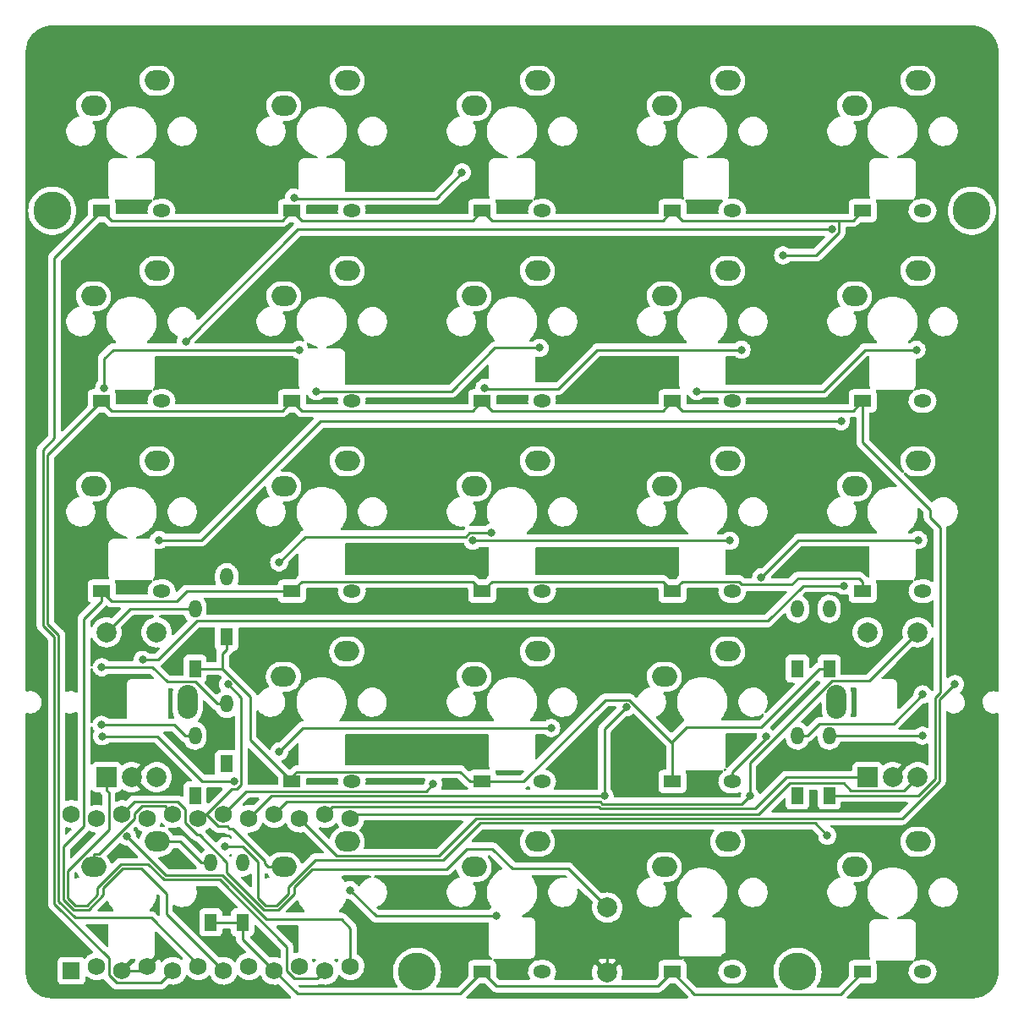
<source format=gtl>
G04 #@! TF.GenerationSoftware,KiCad,Pcbnew,(6.0.1)*
G04 #@! TF.CreationDate,2022-02-24T19:16:21+09:00*
G04 #@! TF.ProjectId,xipher_kbd_nohot,78697068-6572-45f6-9b62-645f6e6f686f,rev?*
G04 #@! TF.SameCoordinates,Original*
G04 #@! TF.FileFunction,Copper,L1,Top*
G04 #@! TF.FilePolarity,Positive*
%FSLAX46Y46*%
G04 Gerber Fmt 4.6, Leading zero omitted, Abs format (unit mm)*
G04 Created by KiCad (PCBNEW (6.0.1)) date 2022-02-24 19:16:21*
%MOMM*%
%LPD*%
G01*
G04 APERTURE LIST*
G04 #@! TA.AperFunction,ComponentPad*
%ADD10R,1.752600X1.752600*%
G04 #@! TD*
G04 #@! TA.AperFunction,ComponentPad*
%ADD11C,1.752600*%
G04 #@! TD*
G04 #@! TA.AperFunction,ComponentPad*
%ADD12O,2.500000X2.000000*%
G04 #@! TD*
G04 #@! TA.AperFunction,ComponentPad*
%ADD13C,3.800000*%
G04 #@! TD*
G04 #@! TA.AperFunction,ComponentPad*
%ADD14R,2.000000X2.000000*%
G04 #@! TD*
G04 #@! TA.AperFunction,ComponentPad*
%ADD15C,2.000000*%
G04 #@! TD*
G04 #@! TA.AperFunction,ComponentPad*
%ADD16O,2.000000X3.400000*%
G04 #@! TD*
G04 #@! TA.AperFunction,ComponentPad*
%ADD17R,1.300000X1.778000*%
G04 #@! TD*
G04 #@! TA.AperFunction,ComponentPad*
%ADD18O,1.300000X1.778000*%
G04 #@! TD*
G04 #@! TA.AperFunction,ComponentPad*
%ADD19R,1.778000X1.300000*%
G04 #@! TD*
G04 #@! TA.AperFunction,ComponentPad*
%ADD20O,1.778000X1.300000*%
G04 #@! TD*
G04 #@! TA.AperFunction,ViaPad*
%ADD21C,0.800000*%
G04 #@! TD*
G04 #@! TA.AperFunction,Conductor*
%ADD22C,0.250000*%
G04 #@! TD*
G04 APERTURE END LIST*
D10*
G04 #@! TO.P,U1,1,TX0/D3*
G04 #@! TO.N,LED*
X36830000Y-126911100D03*
D11*
G04 #@! TO.P,U1,2,RX1/D2*
G04 #@! TO.N,unconnected-(U1-Pad2)*
X39370000Y-126453900D03*
G04 #@! TO.P,U1,3,GND*
G04 #@! TO.N,GND*
X41910000Y-126911100D03*
G04 #@! TO.P,U1,4,GND*
X44450000Y-126453900D03*
G04 #@! TO.P,U1,5,2/D1/SDA*
G04 #@! TO.N,ROW0*
X46990000Y-126911100D03*
G04 #@! TO.P,U1,6,3/D0/SCL*
G04 #@! TO.N,ROW1*
X49530000Y-126453900D03*
G04 #@! TO.P,U1,7,4/D4*
G04 #@! TO.N,ROW2*
X52070000Y-126911100D03*
G04 #@! TO.P,U1,8,5/C6*
G04 #@! TO.N,ROW3*
X54610000Y-126453900D03*
G04 #@! TO.P,U1,9,6/D7*
G04 #@! TO.N,ROW4*
X57150000Y-126911100D03*
G04 #@! TO.P,U1,10,7/E6*
G04 #@! TO.N,ROW5*
X59690000Y-126453900D03*
G04 #@! TO.P,U1,11,8/B4*
G04 #@! TO.N,ROT2*
X62230000Y-126911100D03*
G04 #@! TO.P,U1,12,9/B5*
G04 #@! TO.N,ROT3*
X64770000Y-126453900D03*
G04 #@! TO.P,U1,13,B6/10*
G04 #@! TO.N,ROT1*
X64770000Y-111671100D03*
G04 #@! TO.P,U1,14,B2/16*
G04 #@! TO.N,ROT0*
X62230000Y-111213900D03*
G04 #@! TO.P,U1,15,B3/14*
G04 #@! TO.N,COL5*
X59690000Y-111671100D03*
G04 #@! TO.P,U1,16,B1/15*
G04 #@! TO.N,COL4*
X57150000Y-111213900D03*
G04 #@! TO.P,U1,17,F7/A0*
G04 #@! TO.N,COL3*
X54610000Y-111671100D03*
G04 #@! TO.P,U1,18,F6/A1*
G04 #@! TO.N,COL2*
X52070000Y-111213900D03*
G04 #@! TO.P,U1,19,F5/A2*
G04 #@! TO.N,COL1*
X49530000Y-111671100D03*
G04 #@! TO.P,U1,20,F4/A3*
G04 #@! TO.N,COL0*
X46990000Y-111213900D03*
G04 #@! TO.P,U1,21,VCC*
G04 #@! TO.N,VCC*
X44450000Y-111671100D03*
G04 #@! TO.P,U1,22,RST*
G04 #@! TO.N,RST*
X41910000Y-111213900D03*
G04 #@! TO.P,U1,23,GND*
G04 #@! TO.N,GND*
X39370000Y-111671100D03*
G04 #@! TO.P,U1,24,RAW*
G04 #@! TO.N,unconnected-(U1-Pad24)*
X36830000Y-111213900D03*
G04 #@! TD*
D12*
G04 #@! TO.P,SW21,1,1*
G04 #@! TO.N,COL2*
X77152500Y-97472500D03*
G04 #@! TO.P,SW21,2,2*
G04 #@! TO.N,Net-(D21-Pad2)*
X83502500Y-94932500D03*
G04 #@! TD*
G04 #@! TO.P,SW9,1,1*
G04 #@! TO.N,COL0*
X39052500Y-59372500D03*
G04 #@! TO.P,SW9,2,2*
G04 #@! TO.N,Net-(D6-Pad2)*
X45402500Y-56832500D03*
G04 #@! TD*
G04 #@! TO.P,SW8,1,1*
G04 #@! TO.N,COL4*
X115252500Y-40322500D03*
G04 #@! TO.P,SW8,2,2*
G04 #@! TO.N,Net-(D5-Pad2)*
X121602500Y-37782500D03*
G04 #@! TD*
D13*
G04 #@! TO.P,REF1,1*
G04 #@! TO.N,N/C*
X127000000Y-50800000D03*
G04 #@! TD*
G04 #@! TO.P,REF2,1*
G04 #@! TO.N,N/C*
X34925000Y-50800000D03*
G04 #@! TD*
D12*
G04 #@! TO.P,SW4,1,1*
G04 #@! TO.N,COL0*
X39052500Y-40322500D03*
G04 #@! TO.P,SW4,2,2*
G04 #@! TO.N,Net-(D1-Pad2)*
X45402500Y-37782500D03*
G04 #@! TD*
G04 #@! TO.P,SW13,1,1*
G04 #@! TO.N,COL4*
X115252500Y-59372500D03*
G04 #@! TO.P,SW13,2,2*
G04 #@! TO.N,Net-(D10-Pad2)*
X121602500Y-56832500D03*
G04 #@! TD*
G04 #@! TO.P,SW12,1,1*
G04 #@! TO.N,COL3*
X96202500Y-59372500D03*
G04 #@! TO.P,SW12,2,2*
G04 #@! TO.N,Net-(D9-Pad2)*
X102552500Y-56832500D03*
G04 #@! TD*
G04 #@! TO.P,SW17,1,1*
G04 #@! TO.N,COL3*
X96202500Y-78422500D03*
G04 #@! TO.P,SW17,2,2*
G04 #@! TO.N,Net-(D15-Pad2)*
X102552500Y-75882500D03*
G04 #@! TD*
D13*
G04 #@! TO.P,REF4,1*
G04 #@! TO.N,N/C*
X71437500Y-127000000D03*
G04 #@! TD*
D12*
G04 #@! TO.P,SW7,1,1*
G04 #@! TO.N,COL3*
X96202500Y-40322500D03*
G04 #@! TO.P,SW7,2,2*
G04 #@! TO.N,Net-(D4-Pad2)*
X102552500Y-37782500D03*
G04 #@! TD*
G04 #@! TO.P,SW20,1,1*
G04 #@! TO.N,COL1*
X58070000Y-97472500D03*
G04 #@! TO.P,SW20,2,2*
G04 #@! TO.N,Net-(D20-Pad2)*
X64420000Y-94932500D03*
G04 #@! TD*
D13*
G04 #@! TO.P,REF3,1*
G04 #@! TO.N,N/C*
X109537500Y-127000000D03*
G04 #@! TD*
D12*
G04 #@! TO.P,SW26,1,1*
G04 #@! TO.N,COL2*
X77152500Y-116522500D03*
G04 #@! TO.P,SW26,2,2*
G04 #@! TO.N,Net-(D29-Pad2)*
X83502500Y-113982500D03*
G04 #@! TD*
G04 #@! TO.P,SW27,1,1*
G04 #@! TO.N,COL3*
X96202500Y-116522500D03*
G04 #@! TO.P,SW27,2,2*
G04 #@! TO.N,Net-(D30-Pad2)*
X102552500Y-113982500D03*
G04 #@! TD*
G04 #@! TO.P,SW28,1,1*
G04 #@! TO.N,COL4*
X115252500Y-116522500D03*
G04 #@! TO.P,SW28,2,2*
G04 #@! TO.N,Net-(D31-Pad2)*
X121602500Y-113982500D03*
G04 #@! TD*
G04 #@! TO.P,SW6,1,1*
G04 #@! TO.N,COL2*
X77152500Y-40322500D03*
G04 #@! TO.P,SW6,2,2*
G04 #@! TO.N,Net-(D3-Pad2)*
X83502500Y-37782500D03*
G04 #@! TD*
G04 #@! TO.P,SW22,1,1*
G04 #@! TO.N,COL3*
X96202500Y-97472500D03*
G04 #@! TO.P,SW22,2,2*
G04 #@! TO.N,Net-(D22-Pad2)*
X102552500Y-94932500D03*
G04 #@! TD*
G04 #@! TO.P,SW10,1,1*
G04 #@! TO.N,COL1*
X58102500Y-59372500D03*
G04 #@! TO.P,SW10,2,2*
G04 #@! TO.N,Net-(D7-Pad2)*
X64452500Y-56832500D03*
G04 #@! TD*
D14*
G04 #@! TO.P,SW2,A,A*
G04 #@! TO.N,ROT0*
X116562500Y-107512500D03*
D15*
G04 #@! TO.P,SW2,B,B*
G04 #@! TO.N,ROT1*
X121562500Y-107512500D03*
G04 #@! TO.P,SW2,C,C*
G04 #@! TO.N,GND*
X119062500Y-107512500D03*
D16*
G04 #@! TO.P,SW2,MP*
G04 #@! TO.N,N/C*
X113462500Y-100012500D03*
D15*
G04 #@! TO.P,SW2,S1,S1*
G04 #@! TO.N,COL4*
X121562500Y-93012500D03*
G04 #@! TO.P,SW2,S2,S2*
G04 #@! TO.N,ROT_SW1*
X116562500Y-93012500D03*
G04 #@! TD*
D12*
G04 #@! TO.P,SW14,1,1*
G04 #@! TO.N,COL0*
X39052500Y-78422500D03*
G04 #@! TO.P,SW14,2,2*
G04 #@! TO.N,Net-(D12-Pad2)*
X45402500Y-75882500D03*
G04 #@! TD*
G04 #@! TO.P,SW15,1,1*
G04 #@! TO.N,COL1*
X58102500Y-78422500D03*
G04 #@! TO.P,SW15,2,2*
G04 #@! TO.N,Net-(D13-Pad2)*
X64452500Y-75882500D03*
G04 #@! TD*
G04 #@! TO.P,SW25,1,1*
G04 #@! TO.N,COL1*
X58102500Y-116522500D03*
G04 #@! TO.P,SW25,2,2*
G04 #@! TO.N,Net-(D28-Pad2)*
X64452500Y-113982500D03*
G04 #@! TD*
G04 #@! TO.P,SW5,1,1*
G04 #@! TO.N,COL1*
X58102500Y-40322500D03*
G04 #@! TO.P,SW5,2,2*
G04 #@! TO.N,Net-(D2-Pad2)*
X64452500Y-37782500D03*
G04 #@! TD*
G04 #@! TO.P,SW24,1,1*
G04 #@! TO.N,COL0*
X39052500Y-116522500D03*
G04 #@! TO.P,SW24,2,2*
G04 #@! TO.N,Net-(D27-Pad2)*
X45402500Y-113982500D03*
G04 #@! TD*
G04 #@! TO.P,SW16,1,1*
G04 #@! TO.N,COL2*
X77152500Y-78422500D03*
G04 #@! TO.P,SW16,2,2*
G04 #@! TO.N,Net-(D14-Pad2)*
X83502500Y-75882500D03*
G04 #@! TD*
G04 #@! TO.P,SW11,1,1*
G04 #@! TO.N,COL2*
X77152500Y-59372500D03*
G04 #@! TO.P,SW11,2,2*
G04 #@! TO.N,Net-(D8-Pad2)*
X83502500Y-56832500D03*
G04 #@! TD*
G04 #@! TO.P,SW18,1,1*
G04 #@! TO.N,COL4*
X115252500Y-78422500D03*
G04 #@! TO.P,SW18,2,2*
G04 #@! TO.N,Net-(D16-Pad2)*
X121602500Y-75882500D03*
G04 #@! TD*
D14*
G04 #@! TO.P,SW3,A,A*
G04 #@! TO.N,ROT2*
X40362500Y-107512500D03*
D15*
G04 #@! TO.P,SW3,B,B*
G04 #@! TO.N,ROT3*
X45362500Y-107512500D03*
G04 #@! TO.P,SW3,C,C*
G04 #@! TO.N,GND*
X42862500Y-107512500D03*
D16*
G04 #@! TO.P,SW3,MP*
G04 #@! TO.N,N/C*
X48462500Y-100012500D03*
D15*
G04 #@! TO.P,SW3,S1,S1*
G04 #@! TO.N,COL0*
X45362500Y-93012500D03*
G04 #@! TO.P,SW3,S2,S2*
G04 #@! TO.N,ROT_SW3*
X40362500Y-93012500D03*
G04 #@! TD*
D17*
G04 #@! TO.P,D18,1,K*
G04 #@! TO.N,ROW2*
X109537500Y-109362500D03*
D18*
G04 #@! TO.P,D18,2,A*
G04 #@! TO.N,Net-(D18-Pad2)*
X109537500Y-103362500D03*
G04 #@! TD*
D19*
G04 #@! TO.P,D2,1,K*
G04 #@! TO.N,ROW0*
X58912500Y-50800000D03*
D20*
G04 #@! TO.P,D2,2,A*
G04 #@! TO.N,Net-(D2-Pad2)*
X64912500Y-50800000D03*
G04 #@! TD*
D17*
G04 #@! TO.P,D17,1,K*
G04 #@! TO.N,ROW0*
X109537500Y-96662500D03*
D18*
G04 #@! TO.P,D17,2,A*
G04 #@! TO.N,Net-(D17-Pad2)*
X109537500Y-90662500D03*
G04 #@! TD*
D15*
G04 #@! TO.P,SW1,1,1*
G04 #@! TO.N,RST*
X90487500Y-120575000D03*
G04 #@! TO.P,SW1,2,2*
G04 #@! TO.N,GND*
X90487500Y-127075000D03*
G04 #@! TD*
D19*
G04 #@! TO.P,D29,1,K*
G04 #@! TO.N,ROW4*
X77962500Y-127000000D03*
D20*
G04 #@! TO.P,D29,2,A*
G04 #@! TO.N,Net-(D29-Pad2)*
X83962500Y-127000000D03*
G04 #@! TD*
D19*
G04 #@! TO.P,D4,1,K*
G04 #@! TO.N,ROW0*
X97012500Y-50800000D03*
D20*
G04 #@! TO.P,D4,2,A*
G04 #@! TO.N,Net-(D4-Pad2)*
X103012500Y-50800000D03*
G04 #@! TD*
D17*
G04 #@! TO.P,D19,1,K*
G04 #@! TO.N,ROW3*
X49212500Y-96662500D03*
D18*
G04 #@! TO.P,D19,2,A*
G04 #@! TO.N,ROT_SW3*
X49212500Y-90662500D03*
G04 #@! TD*
D19*
G04 #@! TO.P,D16,1,K*
G04 #@! TO.N,ROW2*
X116062500Y-88900000D03*
D20*
G04 #@! TO.P,D16,2,A*
G04 #@! TO.N,Net-(D16-Pad2)*
X122062500Y-88900000D03*
G04 #@! TD*
D19*
G04 #@! TO.P,D31,1,K*
G04 #@! TO.N,ROW4*
X116062500Y-127000000D03*
D20*
G04 #@! TO.P,D31,2,A*
G04 #@! TO.N,Net-(D31-Pad2)*
X122062500Y-127000000D03*
G04 #@! TD*
D19*
G04 #@! TO.P,D22,1,K*
G04 #@! TO.N,ROW3*
X97012500Y-107950000D03*
D20*
G04 #@! TO.P,D22,2,A*
G04 #@! TO.N,Net-(D22-Pad2)*
X103012500Y-107950000D03*
G04 #@! TD*
D19*
G04 #@! TO.P,D1,1,K*
G04 #@! TO.N,ROW0*
X39862500Y-50800000D03*
D20*
G04 #@! TO.P,D1,2,A*
G04 #@! TO.N,Net-(D1-Pad2)*
X45862500Y-50800000D03*
G04 #@! TD*
D19*
G04 #@! TO.P,D3,1,K*
G04 #@! TO.N,ROW0*
X77962500Y-50800000D03*
D20*
G04 #@! TO.P,D3,2,A*
G04 #@! TO.N,Net-(D3-Pad2)*
X83962500Y-50800000D03*
G04 #@! TD*
D19*
G04 #@! TO.P,D12,1,K*
G04 #@! TO.N,ROW2*
X39862500Y-88900000D03*
D20*
G04 #@! TO.P,D12,2,A*
G04 #@! TO.N,Net-(D12-Pad2)*
X45862500Y-88900000D03*
G04 #@! TD*
D19*
G04 #@! TO.P,D14,1,K*
G04 #@! TO.N,ROW2*
X77962500Y-88900000D03*
D20*
G04 #@! TO.P,D14,2,A*
G04 #@! TO.N,Net-(D14-Pad2)*
X83962500Y-88900000D03*
G04 #@! TD*
D17*
G04 #@! TO.P,D26,1,K*
G04 #@! TO.N,ROW4*
X49212500Y-109362500D03*
D18*
G04 #@! TO.P,D26,2,A*
G04 #@! TO.N,Net-(D26-Pad2)*
X49212500Y-103362500D03*
G04 #@! TD*
D19*
G04 #@! TO.P,D8,1,K*
G04 #@! TO.N,ROW1*
X77962500Y-69850000D03*
D20*
G04 #@! TO.P,D8,2,A*
G04 #@! TO.N,Net-(D8-Pad2)*
X83962500Y-69850000D03*
G04 #@! TD*
D17*
G04 #@! TO.P,D23,1,K*
G04 #@! TO.N,ROW3*
X112712500Y-96662500D03*
D18*
G04 #@! TO.P,D23,2,A*
G04 #@! TO.N,ROT_SW1*
X112712500Y-90662500D03*
G04 #@! TD*
D19*
G04 #@! TO.P,D30,1,K*
G04 #@! TO.N,ROW4*
X97012500Y-127000000D03*
D20*
G04 #@! TO.P,D30,2,A*
G04 #@! TO.N,Net-(D30-Pad2)*
X103012500Y-127000000D03*
G04 #@! TD*
D19*
G04 #@! TO.P,D9,1,K*
G04 #@! TO.N,ROW1*
X97012500Y-69850000D03*
D20*
G04 #@! TO.P,D9,2,A*
G04 #@! TO.N,Net-(D9-Pad2)*
X103012500Y-69850000D03*
G04 #@! TD*
D19*
G04 #@! TO.P,D20,1,K*
G04 #@! TO.N,ROW3*
X58912500Y-107950000D03*
D20*
G04 #@! TO.P,D20,2,A*
G04 #@! TO.N,Net-(D20-Pad2)*
X64912500Y-107950000D03*
G04 #@! TD*
D19*
G04 #@! TO.P,D13,1,K*
G04 #@! TO.N,ROW2*
X58912500Y-88900000D03*
D20*
G04 #@! TO.P,D13,2,A*
G04 #@! TO.N,Net-(D13-Pad2)*
X64912500Y-88900000D03*
G04 #@! TD*
D19*
G04 #@! TO.P,D21,1,K*
G04 #@! TO.N,ROW3*
X77962500Y-107950000D03*
D20*
G04 #@! TO.P,D21,2,A*
G04 #@! TO.N,Net-(D21-Pad2)*
X83962500Y-107950000D03*
G04 #@! TD*
D17*
G04 #@! TO.P,D27,1,K*
G04 #@! TO.N,ROW4*
X50800000Y-122062500D03*
D18*
G04 #@! TO.P,D27,2,A*
G04 #@! TO.N,Net-(D27-Pad2)*
X50800000Y-116062500D03*
G04 #@! TD*
D19*
G04 #@! TO.P,D7,1,K*
G04 #@! TO.N,ROW1*
X58912500Y-69850000D03*
D20*
G04 #@! TO.P,D7,2,A*
G04 #@! TO.N,Net-(D7-Pad2)*
X64912500Y-69850000D03*
G04 #@! TD*
D17*
G04 #@! TO.P,D28,1,K*
G04 #@! TO.N,ROW4*
X53975000Y-122062500D03*
D18*
G04 #@! TO.P,D28,2,A*
G04 #@! TO.N,Net-(D28-Pad2)*
X53975000Y-116062500D03*
G04 #@! TD*
D19*
G04 #@! TO.P,D15,1,K*
G04 #@! TO.N,ROW2*
X97012500Y-88900000D03*
D20*
G04 #@! TO.P,D15,2,A*
G04 #@! TO.N,Net-(D15-Pad2)*
X103012500Y-88900000D03*
G04 #@! TD*
D17*
G04 #@! TO.P,D11,1,K*
G04 #@! TO.N,ROW1*
X112712500Y-109362500D03*
D18*
G04 #@! TO.P,D11,2,A*
G04 #@! TO.N,Net-(D11-Pad2)*
X112712500Y-103362500D03*
G04 #@! TD*
D19*
G04 #@! TO.P,D6,1,K*
G04 #@! TO.N,ROW1*
X39862500Y-69850000D03*
D20*
G04 #@! TO.P,D6,2,A*
G04 #@! TO.N,Net-(D6-Pad2)*
X45862500Y-69850000D03*
G04 #@! TD*
D19*
G04 #@! TO.P,D10,1,K*
G04 #@! TO.N,ROW1*
X116062500Y-69850000D03*
D20*
G04 #@! TO.P,D10,2,A*
G04 #@! TO.N,Net-(D10-Pad2)*
X122062500Y-69850000D03*
G04 #@! TD*
D17*
G04 #@! TO.P,D24,1,K*
G04 #@! TO.N,ROW5*
X52387500Y-106187500D03*
D18*
G04 #@! TO.P,D24,2,A*
G04 #@! TO.N,Net-(D24-Pad2)*
X52387500Y-100187500D03*
G04 #@! TD*
D17*
G04 #@! TO.P,D25,1,K*
G04 #@! TO.N,ROW3*
X52387500Y-93487500D03*
D18*
G04 #@! TO.P,D25,2,A*
G04 #@! TO.N,Net-(D25-Pad2)*
X52387500Y-87487500D03*
G04 #@! TD*
D19*
G04 #@! TO.P,D5,1,K*
G04 #@! TO.N,ROW0*
X116062500Y-50800000D03*
D20*
G04 #@! TO.P,D5,2,A*
G04 #@! TO.N,Net-(D5-Pad2)*
X122062500Y-50800000D03*
G04 #@! TD*
D21*
G04 #@! TO.N,Net-(LED6-Pad2)*
X59650000Y-64718700D03*
X40112500Y-68550300D03*
G04 #@! TO.N,GND*
X85165300Y-124290300D03*
X102275000Y-125577500D03*
G04 #@! TO.N,Net-(LED7-Pad2)*
X61364900Y-68874600D03*
X83712500Y-64542400D03*
G04 #@! TO.N,Net-(LED8-Pad2)*
X78212500Y-68537500D03*
X103937800Y-64718800D03*
G04 #@! TO.N,Net-(LED9-Pad2)*
X121461200Y-64718700D03*
X99457200Y-68864900D03*
G04 #@! TO.N,Net-(LED10-Pad2)*
X45612500Y-83768700D03*
X113897600Y-71879100D03*
G04 #@! TO.N,Net-(LED13-Pad4)*
X57636300Y-86015000D03*
X78884000Y-83028300D03*
G04 #@! TO.N,Net-(LED2-Pad2)*
X75959800Y-46966100D03*
X59114700Y-49487500D03*
G04 #@! TO.N,Net-(LED13-Pad2)*
X77037200Y-83846800D03*
X102762500Y-83846800D03*
G04 #@! TO.N,Net-(LED5-Pad2)*
X112961200Y-52665900D03*
X48275900Y-63901800D03*
G04 #@! TO.N,Net-(LED15-Pad4)*
X105910900Y-87506900D03*
X121629100Y-83768700D03*
G04 #@! TO.N,Net-(LED15-Pad2)*
X43974300Y-95764100D03*
X114163300Y-88336300D03*
G04 #@! TO.N,Net-(LED18-Pad4)*
X57662000Y-104937600D03*
X84887800Y-102583100D03*
G04 #@! TO.N,Net-(LED20-Pad2)*
X52252300Y-114425500D03*
X112522500Y-113370800D03*
G04 #@! TO.N,Net-(LED23-Pad4)*
X64729800Y-118828300D03*
X79352500Y-121423900D03*
G04 #@! TO.N,ROW0*
X108104200Y-55266400D03*
G04 #@! TO.N,Net-(D18-Pad2)*
X122081400Y-99217800D03*
G04 #@! TO.N,Net-(D22-Pad2)*
X106382900Y-103441700D03*
G04 #@! TO.N,Net-(D24-Pad2)*
X39877700Y-96508700D03*
G04 #@! TO.N,Net-(D26-Pad2)*
X39849300Y-102277100D03*
G04 #@! TO.N,Net-(D11-Pad2)*
X122058200Y-103362500D03*
G04 #@! TO.N,COL1*
X52513200Y-98226000D03*
G04 #@! TO.N,COL2*
X73072500Y-108179500D03*
G04 #@! TO.N,COL3*
X92403800Y-100512200D03*
X90210100Y-109403600D03*
G04 #@! TO.N,COL4*
X104789600Y-109377400D03*
G04 #@! TO.N,COL5*
X53110700Y-107901100D03*
X39903500Y-103421800D03*
X125308800Y-98212800D03*
G04 #@! TO.N,ROT3*
X42429400Y-113455600D03*
G04 #@! TD*
D22*
G04 #@! TO.N,Net-(LED6-Pad2)*
X40112600Y-68550300D02*
X40112500Y-68550300D01*
X59650000Y-64718700D02*
X41008700Y-64718700D01*
X41008700Y-64718700D02*
X40112600Y-65614800D01*
X40112600Y-65614800D02*
X40112600Y-68550300D01*
G04 #@! TO.N,GND*
X86452500Y-125577500D02*
X85165300Y-124290300D01*
X102275000Y-125577500D02*
X90487500Y-125577500D01*
X41910000Y-126911100D02*
X43992800Y-126911100D01*
X90487500Y-125577500D02*
X86452500Y-125577500D01*
X43992800Y-126911100D02*
X44450000Y-126453900D01*
X90487500Y-127075000D02*
X90487500Y-125577500D01*
G04 #@! TO.N,Net-(LED7-Pad2)*
X79233900Y-64542400D02*
X74901700Y-68874600D01*
X83712500Y-64542400D02*
X79233900Y-64542400D01*
X74901700Y-68874600D02*
X61364900Y-68874600D01*
G04 #@! TO.N,Net-(LED8-Pad2)*
X103937800Y-64718800D02*
X89494400Y-64718800D01*
X85591400Y-68621800D02*
X78296800Y-68621800D01*
X89494400Y-64718800D02*
X85591400Y-68621800D01*
X78296800Y-68621800D02*
X78212500Y-68537500D01*
G04 #@! TO.N,Net-(LED9-Pad2)*
X112139700Y-68864900D02*
X99457200Y-68864900D01*
X116285900Y-64718700D02*
X112139700Y-68864900D01*
X121461200Y-64718700D02*
X116285900Y-64718700D01*
G04 #@! TO.N,Net-(LED10-Pad2)*
X49881300Y-83768700D02*
X45612500Y-83768700D01*
X113897600Y-71879100D02*
X61770900Y-71879100D01*
X61770900Y-71879100D02*
X49881300Y-83768700D01*
G04 #@! TO.N,Net-(LED13-Pad4)*
X60214700Y-83436600D02*
X57636300Y-86015000D01*
X78884000Y-83028300D02*
X76713900Y-83028300D01*
X76305600Y-83436600D02*
X60214700Y-83436600D01*
X76713900Y-83028300D02*
X76305600Y-83436600D01*
G04 #@! TO.N,Net-(LED2-Pad2)*
X73361500Y-49564400D02*
X59191600Y-49564400D01*
X75959800Y-46966100D02*
X73361500Y-49564400D01*
X59191600Y-49564400D02*
X59114700Y-49487500D01*
G04 #@! TO.N,Net-(LED13-Pad2)*
X102762500Y-83846800D02*
X77037200Y-83846800D01*
G04 #@! TO.N,Net-(LED5-Pad2)*
X59511800Y-52665900D02*
X48275900Y-63901800D01*
X112961200Y-52665900D02*
X59511800Y-52665900D01*
G04 #@! TO.N,Net-(LED15-Pad4)*
X121629100Y-83768700D02*
X109649100Y-83768700D01*
X109649100Y-83768700D02*
X105910900Y-87506900D01*
G04 #@! TO.N,Net-(LED15-Pad2)*
X110101200Y-88336300D02*
X106560600Y-91876900D01*
X49385800Y-91876900D02*
X45498600Y-95764100D01*
X45498600Y-95764100D02*
X43974300Y-95764100D01*
X106560600Y-91876900D02*
X49385800Y-91876900D01*
X114163300Y-88336300D02*
X110101200Y-88336300D01*
G04 #@! TO.N,Net-(LED18-Pad4)*
X57662000Y-104937600D02*
X60016500Y-102583100D01*
X60016500Y-102583100D02*
X84887800Y-102583100D01*
G04 #@! TO.N,Net-(LED20-Pad2)*
X111273300Y-112121600D02*
X77755000Y-112121600D01*
X55556400Y-115949600D02*
X54032300Y-114425500D01*
X54032300Y-114425500D02*
X52252300Y-114425500D01*
X56291500Y-120354900D02*
X55556400Y-119619800D01*
X58524600Y-118522400D02*
X58524600Y-119174400D01*
X55556400Y-119619800D02*
X55556400Y-115949600D01*
X58524600Y-119174400D02*
X57344100Y-120354900D01*
X61245000Y-115802000D02*
X58524600Y-118522400D01*
X57344100Y-120354900D02*
X56291500Y-120354900D01*
X77755000Y-112121600D02*
X74074600Y-115802000D01*
X112522500Y-113370800D02*
X111273300Y-112121600D01*
X74074600Y-115802000D02*
X61245000Y-115802000D01*
G04 #@! TO.N,Net-(LED23-Pad4)*
X67325400Y-121423900D02*
X79352500Y-121423900D01*
X64729800Y-118828300D02*
X67325400Y-121423900D01*
G04 #@! TO.N,RST*
X60946800Y-116737100D02*
X74356400Y-116737100D01*
X52387500Y-117087800D02*
X56104900Y-120805200D01*
X79008200Y-114693900D02*
X81001400Y-116687100D01*
X49392600Y-113274300D02*
X49638400Y-113274300D01*
X76399600Y-114693900D02*
X79008200Y-114693900D01*
X86599600Y-116687100D02*
X90487500Y-120575000D01*
X59133800Y-119202100D02*
X59133800Y-118550100D01*
X41910000Y-111213900D02*
X43142900Y-109981000D01*
X56104900Y-120805200D02*
X57530700Y-120805200D01*
X43142900Y-109981000D02*
X47469900Y-109981000D01*
X49638400Y-113274300D02*
X52387500Y-116023400D01*
X59133800Y-118550100D02*
X60946800Y-116737100D01*
X48237100Y-112118800D02*
X49392600Y-113274300D01*
X57530700Y-120805200D02*
X59133800Y-119202100D01*
X74356400Y-116737100D02*
X76399600Y-114693900D01*
X48237100Y-110748200D02*
X48237100Y-112118800D01*
X81001400Y-116687100D02*
X86599600Y-116687100D01*
X47469900Y-109981000D02*
X48237100Y-110748200D01*
X52387500Y-116023400D02*
X52387500Y-117087800D01*
G04 #@! TO.N,ROW2*
X97987020Y-87925480D02*
X103655159Y-87925480D01*
X96037200Y-87924700D02*
X78937800Y-87924700D01*
X38560600Y-120800200D02*
X40045900Y-119314900D01*
X97012500Y-88900000D02*
X97987020Y-87925480D01*
X39862500Y-89875300D02*
X38100000Y-91637800D01*
X38100000Y-112419000D02*
X36045300Y-114473700D01*
X40045900Y-118587900D02*
X41943000Y-116690800D01*
X39862500Y-88900000D02*
X40837800Y-89875300D01*
X46356200Y-119193300D02*
X46356200Y-121197300D01*
X109578100Y-87587000D02*
X115724800Y-87587000D01*
X41943000Y-116690800D02*
X43853700Y-116690800D01*
X47404600Y-89875300D02*
X48379900Y-88900000D01*
X40045900Y-119314900D02*
X40045900Y-118587900D01*
X43853700Y-116690800D02*
X46356200Y-119193300D01*
X76987980Y-87925480D02*
X59887020Y-87925480D01*
X116062500Y-87924700D02*
X116062500Y-88900000D01*
X46356200Y-121197300D02*
X52070000Y-126911100D01*
X78937800Y-87924700D02*
X77962500Y-88900000D01*
X48379900Y-88900000D02*
X58912500Y-88900000D01*
X37060600Y-120800200D02*
X38560600Y-120800200D01*
X40837800Y-89875300D02*
X47404600Y-89875300D01*
X77962500Y-88900000D02*
X76987980Y-87925480D01*
X97012500Y-88900000D02*
X96037200Y-87924700D01*
X103655159Y-87925480D02*
X103961879Y-88232200D01*
X38100000Y-91637800D02*
X38100000Y-112419000D01*
X103961879Y-88232200D02*
X108932900Y-88232200D01*
X39862500Y-88900000D02*
X39862500Y-89875300D01*
X59887020Y-87925480D02*
X58912500Y-88900000D01*
X108932900Y-88232200D02*
X109578100Y-87587000D01*
X115724800Y-87587000D02*
X116062500Y-87924700D01*
X36045300Y-114473700D02*
X36045300Y-119784900D01*
X36045300Y-119784900D02*
X37060600Y-120800200D01*
G04 #@! TO.N,ROW0*
X35121400Y-120171900D02*
X40572700Y-125623200D01*
X35121400Y-93466100D02*
X35121400Y-120171900D01*
X97012500Y-50800000D02*
X97987800Y-51775300D01*
X39862500Y-50800000D02*
X35121400Y-55541100D01*
X76987200Y-51775300D02*
X77962500Y-50800000D01*
X34000000Y-74721400D02*
X34000000Y-92344700D01*
X40572700Y-125623200D02*
X40572700Y-127326800D01*
X113712600Y-51775300D02*
X113712600Y-52970000D01*
X35121400Y-55541100D02*
X35121400Y-73600000D01*
X40572700Y-127326800D02*
X41370600Y-128124700D01*
X40837800Y-51775300D02*
X39862500Y-50800000D01*
X59887800Y-51775300D02*
X76987200Y-51775300D01*
X35121400Y-73600000D02*
X34000000Y-74721400D01*
X111416200Y-55266400D02*
X108104200Y-55266400D01*
X57937200Y-51775300D02*
X40837800Y-51775300D01*
X97987800Y-51775300D02*
X113712600Y-51775300D01*
X113712600Y-52970000D02*
X111416200Y-55266400D01*
X41370600Y-128124700D02*
X45776400Y-128124700D01*
X58912500Y-50800000D02*
X57937200Y-51775300D01*
X96037200Y-51775300D02*
X78937800Y-51775300D01*
X45776400Y-128124700D02*
X46990000Y-126911100D01*
X116062500Y-50800000D02*
X115087200Y-51775300D01*
X58912500Y-50800000D02*
X59887800Y-51775300D01*
X78937800Y-51775300D02*
X77962500Y-50800000D01*
X34000000Y-92344700D02*
X35121400Y-93466100D01*
X97012500Y-50800000D02*
X96037200Y-51775300D01*
X115087200Y-51775300D02*
X113712600Y-51775300D01*
G04 #@! TO.N,Net-(D18-Pad2)*
X119161800Y-102137400D02*
X122081400Y-99217800D01*
X110512800Y-103362500D02*
X111737900Y-102137400D01*
X111737900Y-102137400D02*
X119161800Y-102137400D01*
X109537500Y-103362500D02*
X110512800Y-103362500D01*
G04 #@! TO.N,ROW3*
X90276100Y-99786400D02*
X92722200Y-99786400D01*
X96948200Y-104012300D02*
X97012500Y-104076700D01*
X77355400Y-107950000D02*
X76748200Y-107950000D01*
X54748600Y-103786100D02*
X54748600Y-99435600D01*
X112712500Y-96662500D02*
X111737200Y-96662500D01*
X54748600Y-99435600D02*
X51975500Y-96662500D01*
X82112500Y-107950000D02*
X90276100Y-99786400D01*
X58912500Y-107950000D02*
X58912500Y-107462300D01*
X77962500Y-107950000D02*
X82112500Y-107950000D01*
X52387500Y-93487500D02*
X52387500Y-94701800D01*
X58912500Y-107950000D02*
X54748600Y-103786100D01*
X51975500Y-95113800D02*
X52387500Y-94701800D01*
X51975500Y-96662500D02*
X49212500Y-96662500D01*
X59403800Y-106971000D02*
X75769200Y-106971000D01*
X111737200Y-96662500D02*
X105913200Y-102486500D01*
X98474000Y-102486500D02*
X96948200Y-104012300D01*
X58912500Y-107462300D02*
X59403800Y-106971000D01*
X92722200Y-99786400D02*
X96948200Y-104012300D01*
X105913200Y-102486500D02*
X98474000Y-102486500D01*
X97012500Y-104076700D02*
X97012500Y-107950000D01*
X75769200Y-106971000D02*
X76748200Y-107950000D01*
X77355400Y-107950000D02*
X77962500Y-107950000D01*
X51975500Y-96662500D02*
X51975500Y-95113800D01*
G04 #@! TO.N,ROT_SW3*
X49212500Y-90662500D02*
X42712500Y-90662500D01*
X42712500Y-90662500D02*
X40362500Y-93012500D01*
G04 #@! TO.N,Net-(D22-Pad2)*
X106382900Y-103604300D02*
X106382900Y-103441700D01*
X103012500Y-107950000D02*
X103012500Y-106974700D01*
X103012500Y-106974700D02*
X106382900Y-103604300D01*
G04 #@! TO.N,Net-(D24-Pad2)*
X39877700Y-96508700D02*
X44971100Y-96508700D01*
X49207500Y-97982800D02*
X51412200Y-100187500D01*
X44971100Y-96508700D02*
X46445200Y-97982800D01*
X46445200Y-97982800D02*
X49207500Y-97982800D01*
X52387500Y-100187500D02*
X51412200Y-100187500D01*
G04 #@! TO.N,ROW4*
X75735900Y-129226600D02*
X59465500Y-129226600D01*
X97012500Y-127000000D02*
X99242600Y-129230100D01*
X79392400Y-128429900D02*
X95582600Y-128429900D01*
X77962500Y-127000000D02*
X79392400Y-128429900D01*
X53975000Y-122062500D02*
X53975000Y-123736100D01*
X59465500Y-129226600D02*
X57150000Y-126911100D01*
X99242600Y-129230100D02*
X113832400Y-129230100D01*
X77962500Y-127000000D02*
X75735900Y-129226600D01*
X53975000Y-123736100D02*
X57150000Y-126911100D01*
X95582600Y-128429900D02*
X97012500Y-127000000D01*
X113832400Y-129230100D02*
X116062500Y-127000000D01*
X50800000Y-122062500D02*
X53975000Y-122062500D01*
G04 #@! TO.N,Net-(D26-Pad2)*
X47151800Y-102277100D02*
X39849300Y-102277100D01*
X49212500Y-103362500D02*
X48237200Y-103362500D01*
X48237200Y-103362500D02*
X47151800Y-102277100D01*
G04 #@! TO.N,Net-(D27-Pad2)*
X49824700Y-116062500D02*
X47744700Y-113982500D01*
X50800000Y-116062500D02*
X49824700Y-116062500D01*
X47744700Y-113982500D02*
X45402500Y-113982500D01*
G04 #@! TO.N,ROW1*
X34449520Y-92158502D02*
X35570920Y-93279903D01*
X78937800Y-70825300D02*
X77962500Y-69850000D01*
X35570920Y-93279903D02*
X35570920Y-119947420D01*
X116062500Y-73970400D02*
X116062500Y-69850000D01*
X49530000Y-126271428D02*
X49530000Y-126453900D01*
X76987200Y-70825300D02*
X59887800Y-70825300D01*
X77962500Y-69850000D02*
X76987200Y-70825300D01*
X39862500Y-69850000D02*
X34449520Y-75262980D01*
X44859052Y-121600480D02*
X49530000Y-126271428D01*
X123825000Y-99060882D02*
X123825000Y-82518157D01*
X40837800Y-70825300D02*
X39862500Y-69850000D01*
X123317180Y-107691820D02*
X123317180Y-99568702D01*
X35570920Y-119947420D02*
X37223980Y-121600480D01*
X122817979Y-80725879D02*
X116062500Y-73970400D01*
X57937200Y-70825300D02*
X40837800Y-70825300D01*
X116062500Y-69850000D02*
X115087200Y-70825300D01*
X112712500Y-109362500D02*
X121646500Y-109362500D01*
X58912500Y-69850000D02*
X57937200Y-70825300D01*
X121646500Y-109362500D02*
X123317180Y-107691820D01*
X123825000Y-82518157D02*
X122817979Y-81511136D01*
X59887800Y-70825300D02*
X58912500Y-69850000D01*
X97012500Y-69850000D02*
X96037200Y-70825300D01*
X96037200Y-70825300D02*
X78937800Y-70825300D01*
X122817979Y-81511136D02*
X122817979Y-80725879D01*
X115087200Y-70825300D02*
X97987800Y-70825300D01*
X37223980Y-121600480D02*
X44859052Y-121600480D01*
X123317180Y-99568702D02*
X123825000Y-99060882D01*
X97987800Y-70825300D02*
X97012500Y-69850000D01*
X34449520Y-75262980D02*
X34449520Y-92158502D01*
G04 #@! TO.N,Net-(D11-Pad2)*
X112712500Y-103362500D02*
X122058200Y-103362500D01*
G04 #@! TO.N,COL0*
X43180000Y-111643500D02*
X43180000Y-111124300D01*
X43180000Y-111124300D02*
X43872900Y-110431400D01*
X39052500Y-116522500D02*
X39052500Y-115197200D01*
X39052500Y-115197200D02*
X39626300Y-115197200D01*
X43872900Y-110431400D02*
X46207500Y-110431400D01*
X39626300Y-115197200D02*
X43180000Y-111643500D01*
X46207500Y-110431400D02*
X46990000Y-111213900D01*
G04 #@! TO.N,COL1*
X52967900Y-112644800D02*
X52649500Y-112644800D01*
X53411200Y-108697900D02*
X53854700Y-108254400D01*
X53854700Y-108254400D02*
X53854700Y-99567500D01*
X52649500Y-112644800D02*
X52431300Y-112426600D01*
X50310000Y-111267100D02*
X49934000Y-111267100D01*
X56189000Y-115865900D02*
X52967900Y-112644800D01*
X56189000Y-116184300D02*
X56189000Y-115865900D01*
X58102500Y-116522500D02*
X56527200Y-116522500D01*
X52879200Y-108697900D02*
X53411200Y-108697900D01*
X50329700Y-111247400D02*
X52879200Y-108697900D01*
X52431300Y-112426600D02*
X51508800Y-112426600D01*
X53854700Y-99567500D02*
X52513200Y-98226000D01*
X51508800Y-112426600D02*
X50329700Y-111247400D01*
X50329700Y-111247400D02*
X50310000Y-111267100D01*
X49934000Y-111267100D02*
X49530000Y-111671100D01*
X56527200Y-116522500D02*
X56189000Y-116184300D01*
G04 #@! TO.N,COL2*
X73072500Y-108179500D02*
X72326600Y-108925400D01*
X72326600Y-108925400D02*
X54358500Y-108925400D01*
X54358500Y-108925400D02*
X52070000Y-111213900D01*
G04 #@! TO.N,COL3*
X90210100Y-109403600D02*
X56877500Y-109403600D01*
X90210100Y-102705900D02*
X90210100Y-109403600D01*
X56877500Y-109403600D02*
X54610000Y-111671100D01*
X92403800Y-100512200D02*
X90210100Y-102705900D01*
G04 #@! TO.N,COL4*
X103981800Y-110185200D02*
X89966000Y-110185200D01*
X89783200Y-110002400D02*
X58361500Y-110002400D01*
X58361500Y-110002400D02*
X57150000Y-111213900D01*
X112996700Y-97885300D02*
X104789600Y-106092400D01*
X116689700Y-97885300D02*
X112996700Y-97885300D01*
X104789600Y-106092400D02*
X104789600Y-109377400D01*
X104789600Y-109377400D02*
X103981800Y-110185200D01*
X89966000Y-110185200D02*
X89783200Y-110002400D01*
X121562500Y-93012500D02*
X116689700Y-97885300D01*
G04 #@! TO.N,ROT2*
X41760200Y-116236700D02*
X39405600Y-118591300D01*
X37247200Y-120349900D02*
X36495600Y-119598300D01*
X36495600Y-119598300D02*
X36495600Y-116877700D01*
X46080900Y-117787200D02*
X44530400Y-116236700D01*
X58420000Y-126938200D02*
X58420000Y-124501400D01*
X44530400Y-116236700D02*
X41760200Y-116236700D01*
X40362500Y-107512500D02*
X40362500Y-108837800D01*
X59145700Y-127663900D02*
X58420000Y-126938200D01*
X51705800Y-117787200D02*
X46080900Y-117787200D01*
X40572800Y-112800500D02*
X40572800Y-109048100D01*
X58420000Y-124501400D02*
X51705800Y-117787200D01*
X39405600Y-119318300D02*
X38374000Y-120349900D01*
X61477200Y-127663900D02*
X59145700Y-127663900D01*
X62230000Y-126911100D02*
X61477200Y-127663900D01*
X36495600Y-116877700D02*
X40572800Y-112800500D01*
X38374000Y-120349900D02*
X37247200Y-120349900D01*
X39405600Y-118591300D02*
X39405600Y-119318300D01*
X40572800Y-109048100D02*
X40362500Y-108837800D01*
G04 #@! TO.N,ROT1*
X105671900Y-111221000D02*
X65220100Y-111221000D01*
X121562500Y-107512500D02*
X120222000Y-108853000D01*
X108767600Y-108125300D02*
X105671900Y-111221000D01*
X120222000Y-108853000D02*
X114886300Y-108853000D01*
X114158600Y-108125300D02*
X108767600Y-108125300D01*
X114886300Y-108853000D02*
X114158600Y-108125300D01*
X65220100Y-111221000D02*
X64770000Y-111671100D01*
G04 #@! TO.N,ROT0*
X89779400Y-110635500D02*
X105302000Y-110635500D01*
X105302000Y-110635500D02*
X108425000Y-107512500D01*
X89599600Y-110455700D02*
X89779400Y-110635500D01*
X62988200Y-110455700D02*
X89599600Y-110455700D01*
X108425000Y-107512500D02*
X115237200Y-107512500D01*
X116562500Y-107512500D02*
X115237200Y-107512500D01*
X62230000Y-111213900D02*
X62988200Y-110455700D01*
G04 #@! TO.N,COL5*
X39903500Y-103421800D02*
X45471800Y-103421800D01*
X119992200Y-111671300D02*
X77343100Y-111671300D01*
X45471800Y-103421800D02*
X49951100Y-107901100D01*
X63368000Y-115349100D02*
X59690000Y-111671100D01*
X73665300Y-115349100D02*
X63368000Y-115349100D01*
X123766700Y-99754900D02*
X123766700Y-107896800D01*
X77343100Y-111671300D02*
X73665300Y-115349100D01*
X125308800Y-98212800D02*
X123766700Y-99754900D01*
X49951100Y-107901100D02*
X53110700Y-107901100D01*
X123766700Y-107896800D02*
X119992200Y-111671300D01*
G04 #@! TO.N,ROT3*
X51996600Y-117336700D02*
X46310500Y-117336700D01*
X64770000Y-126453900D02*
X64770000Y-122634900D01*
X64770000Y-122634900D02*
X63863200Y-121728100D01*
X56388000Y-121728100D02*
X51996600Y-117336700D01*
X63863200Y-121728100D02*
X56388000Y-121728100D01*
X46310500Y-117336700D02*
X42429400Y-113455600D01*
G04 #@! TD*
G04 #@! TA.AperFunction,Conductor*
G04 #@! TO.N,GND*
G36*
X126970057Y-32259500D02*
G01*
X126984858Y-32261805D01*
X126984861Y-32261805D01*
X126993730Y-32263186D01*
X127002632Y-32262022D01*
X127002634Y-32262022D01*
X127006962Y-32261456D01*
X127011695Y-32260837D01*
X127035093Y-32259971D01*
X127291550Y-32274374D01*
X127305579Y-32275954D01*
X127586492Y-32323683D01*
X127600257Y-32326824D01*
X127874065Y-32405707D01*
X127887385Y-32410368D01*
X128150635Y-32519410D01*
X128163358Y-32525537D01*
X128272236Y-32585712D01*
X128412738Y-32663365D01*
X128424701Y-32670882D01*
X128657073Y-32835758D01*
X128668121Y-32844568D01*
X128880578Y-33034431D01*
X128890569Y-33044422D01*
X129080432Y-33256879D01*
X129089242Y-33267927D01*
X129254118Y-33500299D01*
X129261635Y-33512262D01*
X129399461Y-33761638D01*
X129405590Y-33774365D01*
X129514632Y-34037615D01*
X129519293Y-34050935D01*
X129563856Y-34205616D01*
X129598175Y-34324740D01*
X129601319Y-34338515D01*
X129649045Y-34619414D01*
X129650627Y-34633455D01*
X129664620Y-34882622D01*
X129663318Y-34909068D01*
X129663196Y-34909850D01*
X129663196Y-34909856D01*
X129661814Y-34918730D01*
X129662979Y-34927637D01*
X129665936Y-34950251D01*
X129667000Y-34966589D01*
X129667000Y-98825027D01*
X129646998Y-98893148D01*
X129593342Y-98939641D01*
X129523068Y-98949745D01*
X129507598Y-98946360D01*
X129503763Y-98944814D01*
X129497879Y-98943665D01*
X129497876Y-98943664D01*
X129380479Y-98920738D01*
X129296163Y-98904272D01*
X129290601Y-98904000D01*
X129134654Y-98904000D01*
X128976934Y-98919048D01*
X128773966Y-98978592D01*
X128768639Y-98981336D01*
X128768638Y-98981336D01*
X128591251Y-99072696D01*
X128591248Y-99072698D01*
X128585920Y-99075442D01*
X128419580Y-99206104D01*
X128415648Y-99210635D01*
X128415645Y-99210638D01*
X128319941Y-99320928D01*
X128280948Y-99365863D01*
X128277948Y-99371049D01*
X128277945Y-99371053D01*
X128246372Y-99425629D01*
X128175027Y-99548954D01*
X128105639Y-99748771D01*
X128104778Y-99754706D01*
X128104778Y-99754708D01*
X128081453Y-99915581D01*
X128075287Y-99958104D01*
X128085067Y-100169399D01*
X128086471Y-100175224D01*
X128086471Y-100175225D01*
X128128993Y-100351663D01*
X128134625Y-100375034D01*
X128137107Y-100380492D01*
X128137108Y-100380496D01*
X128180553Y-100476046D01*
X128222174Y-100567587D01*
X128344554Y-100740111D01*
X128497350Y-100886381D01*
X128675048Y-101001120D01*
X128707211Y-101014082D01*
X128865668Y-101077942D01*
X128865671Y-101077943D01*
X128871237Y-101080186D01*
X129078837Y-101120728D01*
X129084399Y-101121000D01*
X129240346Y-101121000D01*
X129398066Y-101105952D01*
X129403820Y-101104264D01*
X129403830Y-101104262D01*
X129505530Y-101074426D01*
X129576527Y-101074442D01*
X129636244Y-101112840D01*
X129665722Y-101177428D01*
X129667000Y-101195330D01*
X129667000Y-126950672D01*
X129665500Y-126970056D01*
X129661814Y-126993730D01*
X129662978Y-127002632D01*
X129662978Y-127002634D01*
X129664163Y-127011692D01*
X129665029Y-127035093D01*
X129655197Y-127210176D01*
X129650627Y-127291545D01*
X129649046Y-127305579D01*
X129605284Y-127563146D01*
X129601319Y-127586485D01*
X129598176Y-127600257D01*
X129519293Y-127874065D01*
X129514632Y-127887385D01*
X129405592Y-128150631D01*
X129399463Y-128163358D01*
X129325655Y-128296903D01*
X129261635Y-128412738D01*
X129254118Y-128424701D01*
X129089242Y-128657073D01*
X129080433Y-128668120D01*
X128907795Y-128861302D01*
X128890569Y-128880578D01*
X128880579Y-128890568D01*
X128689387Y-129061428D01*
X128668121Y-129080432D01*
X128657073Y-129089242D01*
X128424701Y-129254118D01*
X128412738Y-129261635D01*
X128163358Y-129399463D01*
X128150635Y-129405590D01*
X127887385Y-129514632D01*
X127874065Y-129519293D01*
X127600257Y-129598176D01*
X127586492Y-129601317D01*
X127305579Y-129649046D01*
X127291550Y-129650626D01*
X127203216Y-129655587D01*
X127042378Y-129664620D01*
X127015932Y-129663318D01*
X127015150Y-129663196D01*
X127015144Y-129663196D01*
X127006270Y-129661814D01*
X126974749Y-129665936D01*
X126958411Y-129667000D01*
X114595594Y-129667000D01*
X114527473Y-129646998D01*
X114480980Y-129593342D01*
X114470876Y-129523068D01*
X114500370Y-129458488D01*
X114506499Y-129451905D01*
X115762999Y-128195405D01*
X115825311Y-128161379D01*
X115852094Y-128158500D01*
X116999634Y-128158500D01*
X117061816Y-128151745D01*
X117198205Y-128100615D01*
X117314761Y-128013261D01*
X117402115Y-127896705D01*
X117453245Y-127760316D01*
X117460000Y-127698134D01*
X117460000Y-126301866D01*
X117453245Y-126239684D01*
X117402115Y-126103295D01*
X117388077Y-126084564D01*
X117363230Y-126018057D01*
X117378284Y-125948675D01*
X117428459Y-125898445D01*
X117488904Y-125883000D01*
X120853798Y-125883000D01*
X120854569Y-125883002D01*
X120932152Y-125883476D01*
X120940781Y-125881010D01*
X120940786Y-125881009D01*
X120960548Y-125875361D01*
X120977309Y-125871783D01*
X121006544Y-125867596D01*
X121006982Y-125870652D01*
X121062609Y-125870708D01*
X121122296Y-125909152D01*
X121151724Y-125973763D01*
X121141548Y-126044027D01*
X121102377Y-126092526D01*
X121044991Y-126135378D01*
X120900463Y-126291729D01*
X120786847Y-126471799D01*
X120707949Y-126669559D01*
X120706823Y-126675219D01*
X120706822Y-126675223D01*
X120668662Y-126867068D01*
X120666411Y-126878385D01*
X120666335Y-126884160D01*
X120666335Y-126884164D01*
X120665211Y-126970057D01*
X120663624Y-127091284D01*
X120664603Y-127096981D01*
X120664603Y-127096982D01*
X120698035Y-127291545D01*
X120699681Y-127301126D01*
X120773375Y-127500884D01*
X120882239Y-127683866D01*
X121022625Y-127843946D01*
X121189833Y-127975762D01*
X121194944Y-127978451D01*
X121194947Y-127978453D01*
X121261106Y-128013261D01*
X121378262Y-128074900D01*
X121383783Y-128076614D01*
X121383787Y-128076616D01*
X121554123Y-128129506D01*
X121581602Y-128138039D01*
X121754482Y-128158500D01*
X122355513Y-128158500D01*
X122459218Y-128148971D01*
X122507770Y-128144510D01*
X122507773Y-128144509D01*
X122513524Y-128143981D01*
X122534593Y-128138039D01*
X122712889Y-128087754D01*
X122712891Y-128087753D01*
X122718448Y-128086186D01*
X122723623Y-128083634D01*
X122723628Y-128083632D01*
X122904227Y-127994570D01*
X122909408Y-127992015D01*
X123080009Y-127864622D01*
X123224537Y-127708271D01*
X123338153Y-127528201D01*
X123417051Y-127330441D01*
X123421805Y-127306544D01*
X123457462Y-127127282D01*
X123457462Y-127127280D01*
X123458589Y-127121615D01*
X123458814Y-127104487D01*
X123460061Y-127009161D01*
X123461376Y-126908716D01*
X123455952Y-126877150D01*
X123426297Y-126704564D01*
X123426296Y-126704561D01*
X123425319Y-126698874D01*
X123351625Y-126499116D01*
X123242761Y-126316134D01*
X123102375Y-126156054D01*
X122935167Y-126024238D01*
X122930056Y-126021549D01*
X122930053Y-126021547D01*
X122826539Y-125967085D01*
X122746738Y-125925100D01*
X122741217Y-125923386D01*
X122741213Y-125923384D01*
X122548921Y-125863676D01*
X122548922Y-125863676D01*
X122543398Y-125861961D01*
X122370518Y-125841500D01*
X121769487Y-125841500D01*
X121683855Y-125849368D01*
X121617230Y-125855490D01*
X121617227Y-125855491D01*
X121611476Y-125856019D01*
X121605917Y-125857587D01*
X121605916Y-125857587D01*
X121412111Y-125912246D01*
X121412109Y-125912247D01*
X121406552Y-125913814D01*
X121380422Y-125926700D01*
X121310480Y-125938889D01*
X121245050Y-125911329D01*
X121204908Y-125852770D01*
X121202797Y-125781805D01*
X121237636Y-125725954D01*
X121236547Y-125725004D01*
X121242449Y-125718239D01*
X121249247Y-125712381D01*
X121254126Y-125704853D01*
X121254129Y-125704850D01*
X121263196Y-125690861D01*
X121274486Y-125675987D01*
X121281897Y-125667595D01*
X121291456Y-125656772D01*
X121295756Y-125647615D01*
X121303965Y-125630129D01*
X121304010Y-125630034D01*
X121312324Y-125615065D01*
X121328393Y-125590273D01*
X121335739Y-125565709D01*
X121342401Y-125548264D01*
X121347391Y-125537635D01*
X121353299Y-125525052D01*
X121357843Y-125495870D01*
X121361626Y-125479151D01*
X121367514Y-125459464D01*
X121367515Y-125459461D01*
X121370087Y-125450859D01*
X121370145Y-125441469D01*
X121370262Y-125422264D01*
X121370297Y-125416444D01*
X121370330Y-125415672D01*
X121370500Y-125414577D01*
X121370500Y-125383702D01*
X121370502Y-125382932D01*
X121370952Y-125309284D01*
X121370952Y-125309283D01*
X121370976Y-125305348D01*
X121370592Y-125304004D01*
X121370500Y-125302659D01*
X121370500Y-122283702D01*
X121370502Y-122282932D01*
X121370604Y-122266298D01*
X121370976Y-122205348D01*
X121368510Y-122196719D01*
X121368509Y-122196714D01*
X121362861Y-122176952D01*
X121359283Y-122160191D01*
X121356370Y-122139848D01*
X121356367Y-122139838D01*
X121355095Y-122130955D01*
X121344479Y-122107605D01*
X121338036Y-122090093D01*
X121333454Y-122074063D01*
X121330988Y-122065435D01*
X121315226Y-122040452D01*
X121307096Y-122025386D01*
X121294867Y-121998490D01*
X121278126Y-121979061D01*
X121267021Y-121964053D01*
X121261323Y-121955021D01*
X121253340Y-121942369D01*
X121231203Y-121922818D01*
X121219159Y-121910626D01*
X121205739Y-121895051D01*
X121205737Y-121895050D01*
X121199881Y-121888253D01*
X121192353Y-121883374D01*
X121192350Y-121883371D01*
X121178361Y-121874304D01*
X121163487Y-121863014D01*
X121151002Y-121851988D01*
X121144272Y-121846044D01*
X121136146Y-121842229D01*
X121136145Y-121842228D01*
X121130479Y-121839568D01*
X121117534Y-121833490D01*
X121102565Y-121825176D01*
X121077773Y-121809107D01*
X121053209Y-121801761D01*
X121035764Y-121795099D01*
X121028509Y-121791693D01*
X121012552Y-121784201D01*
X120983370Y-121779657D01*
X120966651Y-121775874D01*
X120946964Y-121769986D01*
X120946961Y-121769985D01*
X120938359Y-121767413D01*
X120929384Y-121767358D01*
X120929383Y-121767358D01*
X120922690Y-121767317D01*
X120903944Y-121767203D01*
X120903172Y-121767170D01*
X120902077Y-121767000D01*
X120871202Y-121767000D01*
X120870432Y-121766998D01*
X120796784Y-121766548D01*
X120796783Y-121766548D01*
X120792848Y-121766524D01*
X120791504Y-121766908D01*
X120790159Y-121767000D01*
X119605097Y-121767000D01*
X119536976Y-121746998D01*
X119490483Y-121693342D01*
X119480379Y-121623068D01*
X119509873Y-121558488D01*
X119569599Y-121520104D01*
X119581487Y-121517232D01*
X119617684Y-121510327D01*
X119687572Y-121496995D01*
X119915096Y-121423068D01*
X119983993Y-121400682D01*
X119983994Y-121400682D01*
X119987766Y-121399456D01*
X119991352Y-121397769D01*
X119991356Y-121397767D01*
X120269783Y-121266750D01*
X120269790Y-121266746D01*
X120273369Y-121265062D01*
X120539875Y-121095932D01*
X120701456Y-120962260D01*
X120780030Y-120897258D01*
X120780031Y-120897257D01*
X120783082Y-120894733D01*
X120999154Y-120664640D01*
X121184684Y-120409279D01*
X121214884Y-120354347D01*
X121334840Y-120136148D01*
X121334841Y-120136147D01*
X121336747Y-120132679D01*
X121346754Y-120107406D01*
X121451490Y-119842872D01*
X121451490Y-119842871D01*
X121452943Y-119839202D01*
X121531440Y-119533475D01*
X121571000Y-119220321D01*
X121571000Y-119164589D01*
X122682566Y-119164589D01*
X122718843Y-119401663D01*
X122793354Y-119629629D01*
X122795744Y-119634220D01*
X122885636Y-119806900D01*
X122904097Y-119842364D01*
X122907200Y-119846497D01*
X122907202Y-119846500D01*
X123044993Y-120030020D01*
X123048098Y-120034155D01*
X123051836Y-120037727D01*
X123204740Y-120183845D01*
X123221490Y-120199852D01*
X123225762Y-120202766D01*
X123225763Y-120202767D01*
X123315337Y-120263870D01*
X123419617Y-120335005D01*
X123510800Y-120377331D01*
X123586526Y-120412482D01*
X123637156Y-120435984D01*
X123868268Y-120500076D01*
X123971979Y-120511160D01*
X124060722Y-120520644D01*
X124060730Y-120520644D01*
X124064057Y-120521000D01*
X124203303Y-120521000D01*
X124205876Y-120520788D01*
X124205887Y-120520788D01*
X124376376Y-120506771D01*
X124376382Y-120506770D01*
X124381527Y-120506347D01*
X124517688Y-120472146D01*
X124609125Y-120449179D01*
X124609129Y-120449178D01*
X124614136Y-120447920D01*
X124618866Y-120445864D01*
X124618873Y-120445861D01*
X124829341Y-120354347D01*
X124829344Y-120354345D01*
X124834078Y-120352287D01*
X124838412Y-120349483D01*
X124838416Y-120349481D01*
X125031104Y-120224825D01*
X125031107Y-120224823D01*
X125035447Y-120222015D01*
X125046722Y-120211756D01*
X125209013Y-120064082D01*
X125209014Y-120064080D01*
X125212835Y-120060604D01*
X125216034Y-120056553D01*
X125216038Y-120056549D01*
X125358274Y-119876446D01*
X125361479Y-119872388D01*
X125477387Y-119662422D01*
X125521691Y-119537310D01*
X125555719Y-119441220D01*
X125555720Y-119441216D01*
X125557445Y-119436345D01*
X125558353Y-119431249D01*
X125598598Y-119205316D01*
X125598599Y-119205310D01*
X125599504Y-119200227D01*
X125602434Y-118960411D01*
X125566157Y-118723337D01*
X125491646Y-118495371D01*
X125380903Y-118282636D01*
X125358361Y-118252612D01*
X125240007Y-118094980D01*
X125240005Y-118094977D01*
X125236902Y-118090845D01*
X125063510Y-117925148D01*
X125057682Y-117921172D01*
X124869662Y-117792914D01*
X124869663Y-117792914D01*
X124865383Y-117789995D01*
X124712854Y-117719193D01*
X124652530Y-117691191D01*
X124652528Y-117691190D01*
X124647844Y-117689016D01*
X124416732Y-117624924D01*
X124303052Y-117612775D01*
X124224278Y-117604356D01*
X124224270Y-117604356D01*
X124220943Y-117604000D01*
X124081697Y-117604000D01*
X124079124Y-117604212D01*
X124079113Y-117604212D01*
X123908624Y-117618229D01*
X123908618Y-117618230D01*
X123903473Y-117618653D01*
X123787169Y-117647866D01*
X123675875Y-117675821D01*
X123675871Y-117675822D01*
X123670864Y-117677080D01*
X123666134Y-117679136D01*
X123666127Y-117679139D01*
X123455659Y-117770653D01*
X123455656Y-117770655D01*
X123450922Y-117772713D01*
X123446588Y-117775517D01*
X123446584Y-117775519D01*
X123253896Y-117900175D01*
X123253893Y-117900177D01*
X123249553Y-117902985D01*
X123245730Y-117906464D01*
X123245727Y-117906466D01*
X123075987Y-118060918D01*
X123072165Y-118064396D01*
X123068966Y-118068447D01*
X123068962Y-118068451D01*
X122991790Y-118166168D01*
X122923521Y-118252612D01*
X122807613Y-118462578D01*
X122794259Y-118500289D01*
X122733495Y-118671882D01*
X122727555Y-118688655D01*
X122726648Y-118693748D01*
X122726647Y-118693751D01*
X122689776Y-118900747D01*
X122685496Y-118924773D01*
X122685433Y-118929937D01*
X122682917Y-119135895D01*
X122682566Y-119164589D01*
X121571000Y-119164589D01*
X121571000Y-118904679D01*
X121531440Y-118591525D01*
X121452943Y-118285798D01*
X121422568Y-118209079D01*
X121338202Y-117995995D01*
X121338200Y-117995990D01*
X121336747Y-117992321D01*
X121318174Y-117958537D01*
X121186593Y-117719193D01*
X121186591Y-117719190D01*
X121184684Y-117715721D01*
X120999154Y-117460360D01*
X120783082Y-117230267D01*
X120771043Y-117220307D01*
X120599559Y-117078443D01*
X120539875Y-117029068D01*
X120273369Y-116859938D01*
X120269790Y-116858254D01*
X120269783Y-116858250D01*
X119991356Y-116727233D01*
X119991352Y-116727231D01*
X119987766Y-116725544D01*
X119961874Y-116717131D01*
X119774332Y-116656195D01*
X119687572Y-116628005D01*
X119377520Y-116568859D01*
X119141338Y-116554000D01*
X118983662Y-116554000D01*
X118747480Y-116568859D01*
X118437428Y-116628005D01*
X118350668Y-116656195D01*
X118163127Y-116717131D01*
X118137234Y-116725544D01*
X118133648Y-116727231D01*
X118133644Y-116727233D01*
X117855217Y-116858250D01*
X117855210Y-116858254D01*
X117851631Y-116859938D01*
X117585125Y-117029068D01*
X117525441Y-117078443D01*
X117353958Y-117220307D01*
X117341918Y-117230267D01*
X117125846Y-117460360D01*
X116940316Y-117715721D01*
X116938409Y-117719190D01*
X116938407Y-117719193D01*
X116806826Y-117958537D01*
X116788253Y-117992321D01*
X116786800Y-117995990D01*
X116786798Y-117995995D01*
X116702432Y-118209079D01*
X116672057Y-118285798D01*
X116593560Y-118591525D01*
X116554000Y-118904679D01*
X116554000Y-119220321D01*
X116593560Y-119533475D01*
X116672057Y-119839202D01*
X116673510Y-119842871D01*
X116673510Y-119842872D01*
X116778247Y-120107406D01*
X116788253Y-120132679D01*
X116790159Y-120136147D01*
X116790160Y-120136148D01*
X116910117Y-120354347D01*
X116940316Y-120409279D01*
X117125846Y-120664640D01*
X117341918Y-120894733D01*
X117344969Y-120897257D01*
X117344970Y-120897258D01*
X117423544Y-120962260D01*
X117585125Y-121095932D01*
X117851631Y-121265062D01*
X117855210Y-121266746D01*
X117855217Y-121266750D01*
X118133644Y-121397767D01*
X118133648Y-121397769D01*
X118137234Y-121399456D01*
X118141006Y-121400682D01*
X118141007Y-121400682D01*
X118209904Y-121423068D01*
X118437428Y-121496995D01*
X118507316Y-121510327D01*
X118543513Y-121517232D01*
X118606679Y-121549644D01*
X118642295Y-121611062D01*
X118639051Y-121681984D01*
X118597979Y-121739894D01*
X118532119Y-121766406D01*
X118519903Y-121767000D01*
X117271202Y-121767000D01*
X117270432Y-121766998D01*
X117269578Y-121766993D01*
X117192848Y-121766524D01*
X117184219Y-121768990D01*
X117184214Y-121768991D01*
X117164452Y-121774639D01*
X117147691Y-121778217D01*
X117127348Y-121781130D01*
X117127338Y-121781133D01*
X117118455Y-121782405D01*
X117095105Y-121793021D01*
X117077593Y-121799464D01*
X117069564Y-121801759D01*
X117052935Y-121806512D01*
X117027952Y-121822274D01*
X117012886Y-121830404D01*
X116985990Y-121842633D01*
X116966561Y-121859374D01*
X116951553Y-121870479D01*
X116929869Y-121884160D01*
X116910444Y-121906155D01*
X116910319Y-121906296D01*
X116898126Y-121918341D01*
X116883487Y-121930955D01*
X116875753Y-121937619D01*
X116870874Y-121945147D01*
X116870871Y-121945150D01*
X116861804Y-121959139D01*
X116850514Y-121974013D01*
X116833544Y-121993228D01*
X116820990Y-122019966D01*
X116812676Y-122034935D01*
X116796607Y-122059727D01*
X116794035Y-122068327D01*
X116789261Y-122084290D01*
X116782599Y-122101736D01*
X116771701Y-122124948D01*
X116768374Y-122146317D01*
X116767158Y-122154128D01*
X116763374Y-122170849D01*
X116757486Y-122190536D01*
X116757485Y-122190539D01*
X116754913Y-122199141D01*
X116754858Y-122208116D01*
X116754858Y-122208117D01*
X116754703Y-122233546D01*
X116754670Y-122234328D01*
X116754500Y-122235423D01*
X116754500Y-122266298D01*
X116754498Y-122267068D01*
X116754024Y-122344652D01*
X116754408Y-122345996D01*
X116754500Y-122347341D01*
X116754500Y-125366298D01*
X116754498Y-125367068D01*
X116754024Y-125444652D01*
X116756490Y-125453281D01*
X116756491Y-125453286D01*
X116762139Y-125473048D01*
X116765717Y-125489809D01*
X116768630Y-125510152D01*
X116768633Y-125510162D01*
X116769905Y-125519045D01*
X116780521Y-125542395D01*
X116786964Y-125559907D01*
X116789672Y-125569380D01*
X116794012Y-125584565D01*
X116809774Y-125609548D01*
X116817904Y-125624614D01*
X116830133Y-125651510D01*
X116830365Y-125651779D01*
X116849003Y-125715780D01*
X116828849Y-125783857D01*
X116775090Y-125830230D01*
X116723003Y-125841500D01*
X115125366Y-125841500D01*
X115063184Y-125848255D01*
X114926795Y-125899385D01*
X114810239Y-125986739D01*
X114722885Y-126103295D01*
X114671755Y-126239684D01*
X114665000Y-126301866D01*
X114665000Y-127449406D01*
X114644998Y-127517527D01*
X114628095Y-127538501D01*
X113606900Y-128559695D01*
X113544588Y-128593721D01*
X113517805Y-128596600D01*
X111606024Y-128596600D01*
X111537903Y-128576598D01*
X111491410Y-128522942D01*
X111481306Y-128452668D01*
X111499639Y-128403086D01*
X111501861Y-128399586D01*
X111652258Y-128162598D01*
X111741859Y-127972185D01*
X111779605Y-127891971D01*
X111779607Y-127891967D01*
X111781294Y-127888381D01*
X111785949Y-127874056D01*
X111839618Y-127708880D01*
X111874945Y-127600154D01*
X111931733Y-127302462D01*
X111950762Y-127000000D01*
X111931733Y-126697538D01*
X111874945Y-126399846D01*
X111781294Y-126111619D01*
X111652258Y-125837402D01*
X111643212Y-125823147D01*
X111556134Y-125685935D01*
X111489870Y-125581520D01*
X111485252Y-125575937D01*
X111386669Y-125456772D01*
X111296692Y-125348008D01*
X111075771Y-125140550D01*
X111048153Y-125120484D01*
X110925300Y-125031227D01*
X110830590Y-124962416D01*
X110750439Y-124918352D01*
X110568486Y-124818322D01*
X110568485Y-124818321D01*
X110565017Y-124816415D01*
X110561348Y-124814962D01*
X110561343Y-124814960D01*
X110286909Y-124706304D01*
X110286908Y-124706304D01*
X110283239Y-124704851D01*
X109989700Y-124629484D01*
X109689030Y-124591500D01*
X109385970Y-124591500D01*
X109085300Y-124629484D01*
X108791761Y-124704851D01*
X108788092Y-124706304D01*
X108788091Y-124706304D01*
X108513657Y-124814960D01*
X108513652Y-124814962D01*
X108509983Y-124816415D01*
X108506515Y-124818321D01*
X108506514Y-124818322D01*
X108324562Y-124918352D01*
X108244410Y-124962416D01*
X108149700Y-125031227D01*
X108026848Y-125120484D01*
X107999229Y-125140550D01*
X107778308Y-125348008D01*
X107688331Y-125456772D01*
X107589749Y-125575937D01*
X107585130Y-125581520D01*
X107518866Y-125685935D01*
X107431789Y-125823147D01*
X107422742Y-125837402D01*
X107293706Y-126111619D01*
X107200055Y-126399846D01*
X107143267Y-126697538D01*
X107124238Y-127000000D01*
X107143267Y-127302462D01*
X107200055Y-127600154D01*
X107235382Y-127708880D01*
X107289052Y-127874056D01*
X107293706Y-127888381D01*
X107295393Y-127891967D01*
X107295395Y-127891971D01*
X107333141Y-127972185D01*
X107422742Y-128162598D01*
X107573140Y-128399586D01*
X107575361Y-128403086D01*
X107594974Y-128471319D01*
X107574583Y-128539325D01*
X107520663Y-128585511D01*
X107468976Y-128596600D01*
X99557194Y-128596600D01*
X99489073Y-128576598D01*
X99468099Y-128559695D01*
X98446905Y-127538500D01*
X98412879Y-127476188D01*
X98410000Y-127449405D01*
X98410000Y-127091284D01*
X101613624Y-127091284D01*
X101614603Y-127096981D01*
X101614603Y-127096982D01*
X101648035Y-127291545D01*
X101649681Y-127301126D01*
X101723375Y-127500884D01*
X101832239Y-127683866D01*
X101972625Y-127843946D01*
X102139833Y-127975762D01*
X102144944Y-127978451D01*
X102144947Y-127978453D01*
X102211106Y-128013261D01*
X102328262Y-128074900D01*
X102333783Y-128076614D01*
X102333787Y-128076616D01*
X102504123Y-128129506D01*
X102531602Y-128138039D01*
X102704482Y-128158500D01*
X103305513Y-128158500D01*
X103409218Y-128148971D01*
X103457770Y-128144510D01*
X103457773Y-128144509D01*
X103463524Y-128143981D01*
X103484593Y-128138039D01*
X103662889Y-128087754D01*
X103662891Y-128087753D01*
X103668448Y-128086186D01*
X103673623Y-128083634D01*
X103673628Y-128083632D01*
X103854227Y-127994570D01*
X103859408Y-127992015D01*
X104030009Y-127864622D01*
X104174537Y-127708271D01*
X104288153Y-127528201D01*
X104367051Y-127330441D01*
X104371805Y-127306544D01*
X104407462Y-127127282D01*
X104407462Y-127127280D01*
X104408589Y-127121615D01*
X104408814Y-127104487D01*
X104410061Y-127009161D01*
X104411376Y-126908716D01*
X104405952Y-126877150D01*
X104376297Y-126704564D01*
X104376296Y-126704561D01*
X104375319Y-126698874D01*
X104301625Y-126499116D01*
X104192761Y-126316134D01*
X104052375Y-126156054D01*
X103885167Y-126024238D01*
X103880056Y-126021549D01*
X103880053Y-126021547D01*
X103776539Y-125967085D01*
X103696738Y-125925100D01*
X103691217Y-125923386D01*
X103691213Y-125923384D01*
X103498921Y-125863676D01*
X103498922Y-125863676D01*
X103493398Y-125861961D01*
X103320518Y-125841500D01*
X102719487Y-125841500D01*
X102633855Y-125849368D01*
X102567230Y-125855490D01*
X102567227Y-125855491D01*
X102561476Y-125856019D01*
X102555917Y-125857587D01*
X102555916Y-125857587D01*
X102362111Y-125912246D01*
X102362109Y-125912247D01*
X102356552Y-125913814D01*
X102351377Y-125916366D01*
X102351372Y-125916368D01*
X102179024Y-126001361D01*
X102165592Y-126007985D01*
X102160966Y-126011439D01*
X102160965Y-126011440D01*
X102127231Y-126036630D01*
X101994991Y-126135378D01*
X101850463Y-126291729D01*
X101736847Y-126471799D01*
X101657949Y-126669559D01*
X101656823Y-126675219D01*
X101656822Y-126675223D01*
X101618662Y-126867068D01*
X101616411Y-126878385D01*
X101616335Y-126884160D01*
X101616335Y-126884164D01*
X101615211Y-126970057D01*
X101613624Y-127091284D01*
X98410000Y-127091284D01*
X98410000Y-126301866D01*
X98403245Y-126239684D01*
X98352115Y-126103295D01*
X98264761Y-125986739D01*
X98162415Y-125910035D01*
X98119900Y-125853176D01*
X98114874Y-125782357D01*
X98148934Y-125720064D01*
X98211265Y-125686074D01*
X98238749Y-125683211D01*
X98278216Y-125683452D01*
X98278217Y-125683452D01*
X98282152Y-125683476D01*
X98283496Y-125683092D01*
X98284841Y-125683000D01*
X101803798Y-125683000D01*
X101804569Y-125683002D01*
X101882152Y-125683476D01*
X101890781Y-125681010D01*
X101890786Y-125681009D01*
X101910548Y-125675361D01*
X101927309Y-125671783D01*
X101947652Y-125668870D01*
X101947662Y-125668867D01*
X101956545Y-125667595D01*
X101979895Y-125656979D01*
X101997407Y-125650536D01*
X102013437Y-125645954D01*
X102022065Y-125643488D01*
X102047048Y-125627726D01*
X102062114Y-125619596D01*
X102089010Y-125607367D01*
X102108439Y-125590626D01*
X102123447Y-125579521D01*
X102137539Y-125570630D01*
X102145131Y-125565840D01*
X102164682Y-125543703D01*
X102176874Y-125531659D01*
X102192449Y-125518239D01*
X102192450Y-125518237D01*
X102199247Y-125512381D01*
X102204126Y-125504853D01*
X102204129Y-125504850D01*
X102213196Y-125490861D01*
X102224486Y-125475987D01*
X102235512Y-125463502D01*
X102241456Y-125456772D01*
X102254010Y-125430034D01*
X102262324Y-125415065D01*
X102278393Y-125390273D01*
X102285739Y-125365709D01*
X102292401Y-125348264D01*
X102299483Y-125333179D01*
X102303299Y-125325052D01*
X102307843Y-125295870D01*
X102311626Y-125279151D01*
X102317514Y-125259464D01*
X102317515Y-125259461D01*
X102320087Y-125250859D01*
X102320297Y-125216444D01*
X102320330Y-125215672D01*
X102320500Y-125214577D01*
X102320500Y-125183702D01*
X102320502Y-125182932D01*
X102320952Y-125109284D01*
X102320952Y-125109283D01*
X102320976Y-125105348D01*
X102320592Y-125104004D01*
X102320500Y-125102659D01*
X102320500Y-122083702D01*
X102320502Y-122082932D01*
X102320644Y-122059727D01*
X102320976Y-122005348D01*
X102318510Y-121996719D01*
X102318509Y-121996714D01*
X102312861Y-121976952D01*
X102309283Y-121960191D01*
X102306370Y-121939848D01*
X102306367Y-121939838D01*
X102305095Y-121930955D01*
X102294479Y-121907605D01*
X102288036Y-121890093D01*
X102283454Y-121874063D01*
X102280988Y-121865435D01*
X102265226Y-121840452D01*
X102257096Y-121825386D01*
X102244867Y-121798490D01*
X102228126Y-121779061D01*
X102217021Y-121764053D01*
X102208130Y-121749961D01*
X102203340Y-121742369D01*
X102181203Y-121722818D01*
X102169159Y-121710626D01*
X102155739Y-121695051D01*
X102155737Y-121695050D01*
X102149881Y-121688253D01*
X102142353Y-121683374D01*
X102142350Y-121683371D01*
X102128361Y-121674304D01*
X102113487Y-121663014D01*
X102101002Y-121651988D01*
X102094272Y-121646044D01*
X102086146Y-121642229D01*
X102086145Y-121642228D01*
X102080479Y-121639568D01*
X102067534Y-121633490D01*
X102052565Y-121625176D01*
X102027773Y-121609107D01*
X102003209Y-121601761D01*
X101985764Y-121595099D01*
X101981327Y-121593016D01*
X101962552Y-121584201D01*
X101933370Y-121579657D01*
X101916651Y-121575874D01*
X101896964Y-121569986D01*
X101896961Y-121569985D01*
X101888359Y-121567413D01*
X101879384Y-121567358D01*
X101879383Y-121567358D01*
X101872690Y-121567317D01*
X101853944Y-121567203D01*
X101853172Y-121567170D01*
X101852077Y-121567000D01*
X101821202Y-121567000D01*
X101820432Y-121566998D01*
X101746784Y-121566548D01*
X101746783Y-121566548D01*
X101742848Y-121566524D01*
X101741504Y-121566908D01*
X101740159Y-121567000D01*
X101145408Y-121567000D01*
X101077287Y-121546998D01*
X101030794Y-121493342D01*
X101020690Y-121423068D01*
X101050184Y-121358488D01*
X101091760Y-121326992D01*
X101093526Y-121326161D01*
X101223369Y-121265062D01*
X101489875Y-121095932D01*
X101651456Y-120962260D01*
X101730030Y-120897258D01*
X101730031Y-120897257D01*
X101733082Y-120894733D01*
X101949154Y-120664640D01*
X102134684Y-120409279D01*
X102164884Y-120354347D01*
X102284840Y-120136148D01*
X102284841Y-120136147D01*
X102286747Y-120132679D01*
X102296754Y-120107406D01*
X102401490Y-119842872D01*
X102401490Y-119842871D01*
X102402943Y-119839202D01*
X102481440Y-119533475D01*
X102521000Y-119220321D01*
X102521000Y-119164589D01*
X103632566Y-119164589D01*
X103668843Y-119401663D01*
X103743354Y-119629629D01*
X103745744Y-119634220D01*
X103835636Y-119806900D01*
X103854097Y-119842364D01*
X103857200Y-119846497D01*
X103857202Y-119846500D01*
X103994993Y-120030020D01*
X103998098Y-120034155D01*
X104001836Y-120037727D01*
X104154740Y-120183845D01*
X104171490Y-120199852D01*
X104175762Y-120202766D01*
X104175763Y-120202767D01*
X104265337Y-120263870D01*
X104369617Y-120335005D01*
X104460800Y-120377331D01*
X104536526Y-120412482D01*
X104587156Y-120435984D01*
X104818268Y-120500076D01*
X104921979Y-120511160D01*
X105010722Y-120520644D01*
X105010730Y-120520644D01*
X105014057Y-120521000D01*
X105153303Y-120521000D01*
X105155876Y-120520788D01*
X105155887Y-120520788D01*
X105326376Y-120506771D01*
X105326382Y-120506770D01*
X105331527Y-120506347D01*
X105467688Y-120472146D01*
X105559125Y-120449179D01*
X105559129Y-120449178D01*
X105564136Y-120447920D01*
X105568866Y-120445864D01*
X105568873Y-120445861D01*
X105779341Y-120354347D01*
X105779344Y-120354345D01*
X105784078Y-120352287D01*
X105788412Y-120349483D01*
X105788416Y-120349481D01*
X105981104Y-120224825D01*
X105981107Y-120224823D01*
X105985447Y-120222015D01*
X105996722Y-120211756D01*
X106159013Y-120064082D01*
X106159014Y-120064080D01*
X106162835Y-120060604D01*
X106166034Y-120056553D01*
X106166038Y-120056549D01*
X106308274Y-119876446D01*
X106311479Y-119872388D01*
X106427387Y-119662422D01*
X106471691Y-119537310D01*
X106505719Y-119441220D01*
X106505720Y-119441216D01*
X106507445Y-119436345D01*
X106508353Y-119431249D01*
X106548598Y-119205316D01*
X106548599Y-119205310D01*
X106549504Y-119200227D01*
X106549939Y-119164589D01*
X112522566Y-119164589D01*
X112558843Y-119401663D01*
X112633354Y-119629629D01*
X112635744Y-119634220D01*
X112725636Y-119806900D01*
X112744097Y-119842364D01*
X112747200Y-119846497D01*
X112747202Y-119846500D01*
X112884993Y-120030020D01*
X112888098Y-120034155D01*
X112891836Y-120037727D01*
X113044740Y-120183845D01*
X113061490Y-120199852D01*
X113065762Y-120202766D01*
X113065763Y-120202767D01*
X113155337Y-120263870D01*
X113259617Y-120335005D01*
X113350800Y-120377331D01*
X113426526Y-120412482D01*
X113477156Y-120435984D01*
X113708268Y-120500076D01*
X113811979Y-120511160D01*
X113900722Y-120520644D01*
X113900730Y-120520644D01*
X113904057Y-120521000D01*
X114043303Y-120521000D01*
X114045876Y-120520788D01*
X114045887Y-120520788D01*
X114216376Y-120506771D01*
X114216382Y-120506770D01*
X114221527Y-120506347D01*
X114357688Y-120472146D01*
X114449125Y-120449179D01*
X114449129Y-120449178D01*
X114454136Y-120447920D01*
X114458866Y-120445864D01*
X114458873Y-120445861D01*
X114669341Y-120354347D01*
X114669344Y-120354345D01*
X114674078Y-120352287D01*
X114678412Y-120349483D01*
X114678416Y-120349481D01*
X114871104Y-120224825D01*
X114871107Y-120224823D01*
X114875447Y-120222015D01*
X114886722Y-120211756D01*
X115049013Y-120064082D01*
X115049014Y-120064080D01*
X115052835Y-120060604D01*
X115056034Y-120056553D01*
X115056038Y-120056549D01*
X115198274Y-119876446D01*
X115201479Y-119872388D01*
X115317387Y-119662422D01*
X115361691Y-119537310D01*
X115395719Y-119441220D01*
X115395720Y-119441216D01*
X115397445Y-119436345D01*
X115398353Y-119431249D01*
X115438598Y-119205316D01*
X115438599Y-119205310D01*
X115439504Y-119200227D01*
X115442434Y-118960411D01*
X115406157Y-118723337D01*
X115331646Y-118495371D01*
X115220903Y-118282636D01*
X115183373Y-118232651D01*
X115158469Y-118166168D01*
X115173462Y-118096772D01*
X115223592Y-118046499D01*
X115284135Y-118031000D01*
X115563501Y-118031000D01*
X115566009Y-118030798D01*
X115566014Y-118030798D01*
X115739424Y-118016846D01*
X115739429Y-118016845D01*
X115744465Y-118016440D01*
X115749373Y-118015234D01*
X115749376Y-118015234D01*
X115975292Y-117959744D01*
X115980206Y-117958537D01*
X115984858Y-117956562D01*
X115984862Y-117956561D01*
X116120671Y-117898913D01*
X116203656Y-117863688D01*
X116351392Y-117770653D01*
X116404788Y-117737028D01*
X116404791Y-117737026D01*
X116409067Y-117734333D01*
X116531604Y-117626303D01*
X116587358Y-117577150D01*
X116587361Y-117577147D01*
X116591155Y-117573802D01*
X116653009Y-117498499D01*
X116742026Y-117390128D01*
X116742028Y-117390125D01*
X116745234Y-117386222D01*
X116837717Y-117227321D01*
X116864799Y-117180790D01*
X116864800Y-117180788D01*
X116867341Y-117176422D01*
X116883154Y-117135228D01*
X116952520Y-116954522D01*
X116952521Y-116954518D01*
X116954333Y-116949798D01*
X116955368Y-116944845D01*
X117002940Y-116717131D01*
X117002940Y-116717127D01*
X117003974Y-116712180D01*
X117014986Y-116469683D01*
X116999735Y-116337873D01*
X116987667Y-116233571D01*
X116987666Y-116233567D01*
X116987085Y-116228544D01*
X116964832Y-116149901D01*
X116922366Y-115999831D01*
X116920990Y-115994968D01*
X116918856Y-115990392D01*
X116918854Y-115990386D01*
X116820538Y-115779546D01*
X116820536Y-115779542D01*
X116818401Y-115774964D01*
X116799045Y-115746482D01*
X116705093Y-115608238D01*
X116681956Y-115574193D01*
X116515168Y-115397819D01*
X116489589Y-115378262D01*
X116326346Y-115253453D01*
X116326342Y-115253450D01*
X116322326Y-115250380D01*
X116265698Y-115220016D01*
X116112852Y-115138061D01*
X116108391Y-115135669D01*
X115878869Y-115056638D01*
X115746660Y-115033802D01*
X115643574Y-115015996D01*
X115643568Y-115015995D01*
X115639664Y-115015321D01*
X115635703Y-115015141D01*
X115635702Y-115015141D01*
X115611994Y-115014064D01*
X115611975Y-115014064D01*
X115610575Y-115014000D01*
X114941499Y-115014000D01*
X114938991Y-115014202D01*
X114938986Y-115014202D01*
X114765576Y-115028154D01*
X114765571Y-115028155D01*
X114760535Y-115028560D01*
X114755627Y-115029766D01*
X114755624Y-115029766D01*
X114639507Y-115058287D01*
X114524794Y-115086463D01*
X114520142Y-115088438D01*
X114520138Y-115088439D01*
X114412752Y-115134022D01*
X114301344Y-115181312D01*
X114229913Y-115226295D01*
X114100212Y-115307972D01*
X114100209Y-115307974D01*
X114095933Y-115310667D01*
X114080106Y-115324620D01*
X113917642Y-115467850D01*
X113917639Y-115467853D01*
X113913845Y-115471198D01*
X113910635Y-115475106D01*
X113910634Y-115475107D01*
X113776550Y-115638345D01*
X113759766Y-115658778D01*
X113637659Y-115868578D01*
X113635846Y-115873301D01*
X113553291Y-116088367D01*
X113550667Y-116095202D01*
X113549633Y-116100152D01*
X113549632Y-116100155D01*
X113510264Y-116288602D01*
X113501026Y-116332820D01*
X113490014Y-116575317D01*
X113490595Y-116580337D01*
X113490595Y-116580341D01*
X113510043Y-116748417D01*
X113517915Y-116816456D01*
X113519291Y-116821320D01*
X113519292Y-116821323D01*
X113561508Y-116970510D01*
X113584010Y-117050032D01*
X113586144Y-117054608D01*
X113586146Y-117054614D01*
X113675258Y-117245715D01*
X113686599Y-117270036D01*
X113689440Y-117274217D01*
X113689441Y-117274218D01*
X113795933Y-117430915D01*
X113817679Y-117498499D01*
X113799435Y-117567112D01*
X113746992Y-117614968D01*
X113722416Y-117623942D01*
X113515875Y-117675821D01*
X113515871Y-117675822D01*
X113510864Y-117677080D01*
X113506134Y-117679136D01*
X113506127Y-117679139D01*
X113295659Y-117770653D01*
X113295656Y-117770655D01*
X113290922Y-117772713D01*
X113286588Y-117775517D01*
X113286584Y-117775519D01*
X113093896Y-117900175D01*
X113093893Y-117900177D01*
X113089553Y-117902985D01*
X113085730Y-117906464D01*
X113085727Y-117906466D01*
X112915987Y-118060918D01*
X112912165Y-118064396D01*
X112908966Y-118068447D01*
X112908962Y-118068451D01*
X112831790Y-118166168D01*
X112763521Y-118252612D01*
X112647613Y-118462578D01*
X112634259Y-118500289D01*
X112573495Y-118671882D01*
X112567555Y-118688655D01*
X112566648Y-118693748D01*
X112566647Y-118693751D01*
X112529776Y-118900747D01*
X112525496Y-118924773D01*
X112525433Y-118929937D01*
X112522917Y-119135895D01*
X112522566Y-119164589D01*
X106549939Y-119164589D01*
X106552434Y-118960411D01*
X106516157Y-118723337D01*
X106441646Y-118495371D01*
X106330903Y-118282636D01*
X106308361Y-118252612D01*
X106190007Y-118094980D01*
X106190005Y-118094977D01*
X106186902Y-118090845D01*
X106013510Y-117925148D01*
X106007682Y-117921172D01*
X105819662Y-117792914D01*
X105819663Y-117792914D01*
X105815383Y-117789995D01*
X105662854Y-117719193D01*
X105602530Y-117691191D01*
X105602528Y-117691190D01*
X105597844Y-117689016D01*
X105366732Y-117624924D01*
X105253052Y-117612775D01*
X105174278Y-117604356D01*
X105174270Y-117604356D01*
X105170943Y-117604000D01*
X105031697Y-117604000D01*
X105029124Y-117604212D01*
X105029113Y-117604212D01*
X104858624Y-117618229D01*
X104858618Y-117618230D01*
X104853473Y-117618653D01*
X104737169Y-117647866D01*
X104625875Y-117675821D01*
X104625871Y-117675822D01*
X104620864Y-117677080D01*
X104616134Y-117679136D01*
X104616127Y-117679139D01*
X104405659Y-117770653D01*
X104405656Y-117770655D01*
X104400922Y-117772713D01*
X104396588Y-117775517D01*
X104396584Y-117775519D01*
X104203896Y-117900175D01*
X104203893Y-117900177D01*
X104199553Y-117902985D01*
X104195730Y-117906464D01*
X104195727Y-117906466D01*
X104025987Y-118060918D01*
X104022165Y-118064396D01*
X104018966Y-118068447D01*
X104018962Y-118068451D01*
X103941790Y-118166168D01*
X103873521Y-118252612D01*
X103757613Y-118462578D01*
X103744259Y-118500289D01*
X103683495Y-118671882D01*
X103677555Y-118688655D01*
X103676648Y-118693748D01*
X103676647Y-118693751D01*
X103639776Y-118900747D01*
X103635496Y-118924773D01*
X103635433Y-118929937D01*
X103632917Y-119135895D01*
X103632566Y-119164589D01*
X102521000Y-119164589D01*
X102521000Y-118904679D01*
X102481440Y-118591525D01*
X102402943Y-118285798D01*
X102372568Y-118209079D01*
X102288202Y-117995995D01*
X102288200Y-117995990D01*
X102286747Y-117992321D01*
X102268174Y-117958537D01*
X102136593Y-117719193D01*
X102136591Y-117719190D01*
X102134684Y-117715721D01*
X101949154Y-117460360D01*
X101733082Y-117230267D01*
X101721043Y-117220307D01*
X101549559Y-117078443D01*
X101489875Y-117029068D01*
X101223369Y-116859938D01*
X101219790Y-116858254D01*
X101219783Y-116858250D01*
X100941356Y-116727233D01*
X100941352Y-116727231D01*
X100937766Y-116725544D01*
X100911874Y-116717131D01*
X100724332Y-116656195D01*
X100637572Y-116628005D01*
X100327520Y-116568859D01*
X100091338Y-116554000D01*
X99933662Y-116554000D01*
X99697480Y-116568859D01*
X99387428Y-116628005D01*
X99300668Y-116656195D01*
X99113127Y-116717131D01*
X99087234Y-116725544D01*
X99083648Y-116727231D01*
X99083644Y-116727233D01*
X98805217Y-116858250D01*
X98805210Y-116858254D01*
X98801631Y-116859938D01*
X98535125Y-117029068D01*
X98475441Y-117078443D01*
X98303958Y-117220307D01*
X98291918Y-117230267D01*
X98075846Y-117460360D01*
X97890316Y-117715721D01*
X97888409Y-117719190D01*
X97888407Y-117719193D01*
X97756826Y-117958537D01*
X97738253Y-117992321D01*
X97736800Y-117995990D01*
X97736798Y-117995995D01*
X97652432Y-118209079D01*
X97622057Y-118285798D01*
X97543560Y-118591525D01*
X97504000Y-118904679D01*
X97504000Y-119220321D01*
X97543560Y-119533475D01*
X97622057Y-119839202D01*
X97623510Y-119842871D01*
X97623510Y-119842872D01*
X97728247Y-120107406D01*
X97738253Y-120132679D01*
X97740159Y-120136147D01*
X97740160Y-120136148D01*
X97860117Y-120354347D01*
X97890316Y-120409279D01*
X98075846Y-120664640D01*
X98291918Y-120894733D01*
X98294969Y-120897257D01*
X98294970Y-120897258D01*
X98373544Y-120962260D01*
X98535125Y-121095932D01*
X98801631Y-121265062D01*
X98931474Y-121326161D01*
X98933240Y-121326992D01*
X98986361Y-121374094D01*
X99005584Y-121442439D01*
X98984805Y-121510327D01*
X98930622Y-121556204D01*
X98879592Y-121567000D01*
X98221202Y-121567000D01*
X98220432Y-121566998D01*
X98219578Y-121566993D01*
X98142848Y-121566524D01*
X98134219Y-121568990D01*
X98134214Y-121568991D01*
X98114452Y-121574639D01*
X98097691Y-121578217D01*
X98077348Y-121581130D01*
X98077338Y-121581133D01*
X98068455Y-121582405D01*
X98045105Y-121593021D01*
X98027593Y-121599464D01*
X98019557Y-121601761D01*
X98002935Y-121606512D01*
X97977952Y-121622274D01*
X97962886Y-121630404D01*
X97935990Y-121642633D01*
X97916561Y-121659374D01*
X97901553Y-121670479D01*
X97879869Y-121684160D01*
X97873927Y-121690888D01*
X97860319Y-121706296D01*
X97848127Y-121718340D01*
X97825753Y-121737619D01*
X97820874Y-121745147D01*
X97820871Y-121745150D01*
X97811804Y-121759139D01*
X97800514Y-121774013D01*
X97797875Y-121777001D01*
X97783544Y-121793228D01*
X97779729Y-121801354D01*
X97779728Y-121801355D01*
X97778465Y-121804046D01*
X97770990Y-121819966D01*
X97762676Y-121834935D01*
X97746607Y-121859727D01*
X97744035Y-121868327D01*
X97739261Y-121884290D01*
X97732599Y-121901736D01*
X97721701Y-121924948D01*
X97719282Y-121940486D01*
X97717158Y-121954128D01*
X97713374Y-121970849D01*
X97707486Y-121990536D01*
X97707485Y-121990539D01*
X97704913Y-121999141D01*
X97704858Y-122008116D01*
X97704858Y-122008117D01*
X97704822Y-122014105D01*
X97704770Y-122022633D01*
X97704703Y-122033546D01*
X97704670Y-122034328D01*
X97704500Y-122035423D01*
X97704500Y-122066298D01*
X97704498Y-122067068D01*
X97704024Y-122144652D01*
X97704408Y-122145996D01*
X97704500Y-122147341D01*
X97704500Y-125166298D01*
X97704498Y-125167068D01*
X97704024Y-125244652D01*
X97706490Y-125253281D01*
X97706491Y-125253286D01*
X97712139Y-125273048D01*
X97715717Y-125289809D01*
X97718630Y-125310152D01*
X97718633Y-125310162D01*
X97719905Y-125319045D01*
X97730521Y-125342395D01*
X97736964Y-125359907D01*
X97739011Y-125367068D01*
X97744012Y-125384565D01*
X97759774Y-125409548D01*
X97767904Y-125424614D01*
X97780133Y-125451510D01*
X97796874Y-125470939D01*
X97807979Y-125485947D01*
X97821660Y-125507631D01*
X97828388Y-125513573D01*
X97843796Y-125527181D01*
X97855840Y-125539373D01*
X97875119Y-125561747D01*
X97882647Y-125566626D01*
X97882650Y-125566629D01*
X97896639Y-125575696D01*
X97911513Y-125586986D01*
X97930728Y-125603956D01*
X97938857Y-125607773D01*
X97942534Y-125610188D01*
X97988488Y-125664306D01*
X97997889Y-125734677D01*
X97967752Y-125798960D01*
X97907645Y-125836745D01*
X97873357Y-125841500D01*
X96075366Y-125841500D01*
X96013184Y-125848255D01*
X95876795Y-125899385D01*
X95760239Y-125986739D01*
X95672885Y-126103295D01*
X95621755Y-126239684D01*
X95615000Y-126301866D01*
X95615000Y-127449405D01*
X95594998Y-127517526D01*
X95578095Y-127538500D01*
X95357100Y-127759495D01*
X95294788Y-127793521D01*
X95268005Y-127796400D01*
X92009507Y-127796400D01*
X91941386Y-127776398D01*
X91894893Y-127722742D01*
X91884789Y-127652468D01*
X91893098Y-127622183D01*
X91924232Y-127547017D01*
X91927283Y-127537627D01*
X91980385Y-127316446D01*
X91981928Y-127306699D01*
X91999775Y-127079930D01*
X91999775Y-127070070D01*
X91981928Y-126843301D01*
X91980385Y-126833554D01*
X91927283Y-126612373D01*
X91924234Y-126602988D01*
X91837187Y-126392837D01*
X91832705Y-126384042D01*
X91730068Y-126216555D01*
X91719610Y-126207093D01*
X91710834Y-126210876D01*
X90576595Y-127345115D01*
X90514283Y-127379141D01*
X90443468Y-127374076D01*
X90398405Y-127345115D01*
X89267210Y-126213920D01*
X89254830Y-126207160D01*
X89247180Y-126212887D01*
X89142295Y-126384042D01*
X89137813Y-126392837D01*
X89050766Y-126602988D01*
X89047717Y-126612373D01*
X88994615Y-126833554D01*
X88993072Y-126843301D01*
X88975225Y-127070070D01*
X88975225Y-127079930D01*
X88993072Y-127306699D01*
X88994615Y-127316446D01*
X89047717Y-127537627D01*
X89050768Y-127547017D01*
X89081902Y-127622183D01*
X89089491Y-127692773D01*
X89057711Y-127756259D01*
X88996653Y-127792486D01*
X88965493Y-127796400D01*
X85297417Y-127796400D01*
X85229296Y-127776398D01*
X85182803Y-127722742D01*
X85172699Y-127652468D01*
X85190855Y-127603165D01*
X85235071Y-127533086D01*
X85235074Y-127533081D01*
X85238153Y-127528201D01*
X85317051Y-127330441D01*
X85321805Y-127306544D01*
X85357462Y-127127282D01*
X85357462Y-127127280D01*
X85358589Y-127121615D01*
X85358814Y-127104487D01*
X85360061Y-127009161D01*
X85361376Y-126908716D01*
X85355952Y-126877150D01*
X85326297Y-126704564D01*
X85326296Y-126704561D01*
X85325319Y-126698874D01*
X85251625Y-126499116D01*
X85142761Y-126316134D01*
X85002375Y-126156054D01*
X84835167Y-126024238D01*
X84830056Y-126021549D01*
X84830053Y-126021547D01*
X84726539Y-125967085D01*
X84646738Y-125925100D01*
X84641217Y-125923386D01*
X84641213Y-125923384D01*
X84448921Y-125863676D01*
X84448922Y-125863676D01*
X84443398Y-125861961D01*
X84282262Y-125842890D01*
X89619593Y-125842890D01*
X89623376Y-125851666D01*
X90474688Y-126702978D01*
X90488632Y-126710592D01*
X90490465Y-126710461D01*
X90497080Y-126706210D01*
X91348580Y-125854710D01*
X91355340Y-125842330D01*
X91349613Y-125834680D01*
X91178458Y-125729795D01*
X91169663Y-125725313D01*
X90959512Y-125638266D01*
X90950127Y-125635217D01*
X90728946Y-125582115D01*
X90719199Y-125580572D01*
X90492430Y-125562725D01*
X90482570Y-125562725D01*
X90255801Y-125580572D01*
X90246054Y-125582115D01*
X90024873Y-125635217D01*
X90015488Y-125638266D01*
X89805337Y-125725313D01*
X89796542Y-125729795D01*
X89629055Y-125832432D01*
X89619593Y-125842890D01*
X84282262Y-125842890D01*
X84270518Y-125841500D01*
X83669487Y-125841500D01*
X83583855Y-125849368D01*
X83517230Y-125855490D01*
X83517227Y-125855491D01*
X83511476Y-125856019D01*
X83505917Y-125857587D01*
X83505916Y-125857587D01*
X83312111Y-125912246D01*
X83312109Y-125912247D01*
X83306552Y-125913814D01*
X83301377Y-125916366D01*
X83301372Y-125916368D01*
X83129024Y-126001361D01*
X83115592Y-126007985D01*
X83110966Y-126011439D01*
X83110965Y-126011440D01*
X83077231Y-126036630D01*
X82944991Y-126135378D01*
X82800463Y-126291729D01*
X82686847Y-126471799D01*
X82607949Y-126669559D01*
X82606823Y-126675219D01*
X82606822Y-126675223D01*
X82568662Y-126867068D01*
X82566411Y-126878385D01*
X82566335Y-126884160D01*
X82566335Y-126884164D01*
X82565211Y-126970057D01*
X82563624Y-127091284D01*
X82564603Y-127096981D01*
X82564603Y-127096982D01*
X82598035Y-127291545D01*
X82599681Y-127301126D01*
X82673375Y-127500884D01*
X82692533Y-127533086D01*
X82735899Y-127605977D01*
X82753539Y-127674747D01*
X82731199Y-127742137D01*
X82675971Y-127786751D01*
X82627614Y-127796400D01*
X79706994Y-127796400D01*
X79638873Y-127776398D01*
X79617899Y-127759495D01*
X79396905Y-127538501D01*
X79362879Y-127476189D01*
X79360000Y-127449406D01*
X79360000Y-126301866D01*
X79353245Y-126239684D01*
X79302115Y-126103295D01*
X79214761Y-125986739D01*
X79112415Y-125910035D01*
X79069900Y-125853176D01*
X79064874Y-125782357D01*
X79098934Y-125720064D01*
X79161265Y-125686074D01*
X79188749Y-125683211D01*
X79228216Y-125683452D01*
X79228217Y-125683452D01*
X79232152Y-125683476D01*
X79233496Y-125683092D01*
X79234841Y-125683000D01*
X82753798Y-125683000D01*
X82754569Y-125683002D01*
X82832152Y-125683476D01*
X82840781Y-125681010D01*
X82840786Y-125681009D01*
X82860548Y-125675361D01*
X82877309Y-125671783D01*
X82897652Y-125668870D01*
X82897662Y-125668867D01*
X82906545Y-125667595D01*
X82929895Y-125656979D01*
X82947407Y-125650536D01*
X82963437Y-125645954D01*
X82972065Y-125643488D01*
X82997048Y-125627726D01*
X83012114Y-125619596D01*
X83039010Y-125607367D01*
X83058439Y-125590626D01*
X83073447Y-125579521D01*
X83087539Y-125570630D01*
X83095131Y-125565840D01*
X83114682Y-125543703D01*
X83126874Y-125531659D01*
X83142449Y-125518239D01*
X83142450Y-125518237D01*
X83149247Y-125512381D01*
X83154126Y-125504853D01*
X83154129Y-125504850D01*
X83163196Y-125490861D01*
X83174486Y-125475987D01*
X83185512Y-125463502D01*
X83191456Y-125456772D01*
X83204010Y-125430034D01*
X83212324Y-125415065D01*
X83228393Y-125390273D01*
X83235739Y-125365709D01*
X83242401Y-125348264D01*
X83249483Y-125333179D01*
X83253299Y-125325052D01*
X83257843Y-125295870D01*
X83261626Y-125279151D01*
X83267514Y-125259464D01*
X83267515Y-125259461D01*
X83270087Y-125250859D01*
X83270297Y-125216444D01*
X83270330Y-125215672D01*
X83270500Y-125214577D01*
X83270500Y-125183702D01*
X83270502Y-125182932D01*
X83270952Y-125109284D01*
X83270952Y-125109283D01*
X83270976Y-125105348D01*
X83270592Y-125104004D01*
X83270500Y-125102659D01*
X83270500Y-122083702D01*
X83270502Y-122082932D01*
X83270644Y-122059727D01*
X83270976Y-122005348D01*
X83268510Y-121996719D01*
X83268509Y-121996714D01*
X83262861Y-121976952D01*
X83259283Y-121960191D01*
X83256370Y-121939848D01*
X83256367Y-121939838D01*
X83255095Y-121930955D01*
X83244479Y-121907605D01*
X83238036Y-121890093D01*
X83233454Y-121874063D01*
X83230988Y-121865435D01*
X83215226Y-121840452D01*
X83207096Y-121825386D01*
X83194867Y-121798490D01*
X83178126Y-121779061D01*
X83167021Y-121764053D01*
X83158130Y-121749961D01*
X83153340Y-121742369D01*
X83131203Y-121722818D01*
X83119159Y-121710626D01*
X83105739Y-121695051D01*
X83105737Y-121695050D01*
X83099881Y-121688253D01*
X83092353Y-121683374D01*
X83092350Y-121683371D01*
X83078361Y-121674304D01*
X83063487Y-121663014D01*
X83051002Y-121651988D01*
X83044272Y-121646044D01*
X83036146Y-121642229D01*
X83036145Y-121642228D01*
X83030479Y-121639568D01*
X83017534Y-121633490D01*
X83002565Y-121625176D01*
X82977773Y-121609107D01*
X82953209Y-121601761D01*
X82935764Y-121595099D01*
X82931327Y-121593016D01*
X82912552Y-121584201D01*
X82883370Y-121579657D01*
X82866651Y-121575874D01*
X82846964Y-121569986D01*
X82846961Y-121569985D01*
X82838359Y-121567413D01*
X82829384Y-121567358D01*
X82829383Y-121567358D01*
X82822690Y-121567317D01*
X82803944Y-121567203D01*
X82803172Y-121567170D01*
X82802077Y-121567000D01*
X82771202Y-121567000D01*
X82770432Y-121566998D01*
X82696784Y-121566548D01*
X82696783Y-121566548D01*
X82692848Y-121566524D01*
X82691504Y-121566908D01*
X82690159Y-121567000D01*
X82095408Y-121567000D01*
X82027287Y-121546998D01*
X81980794Y-121493342D01*
X81970690Y-121423068D01*
X82000184Y-121358488D01*
X82041760Y-121326992D01*
X82043526Y-121326161D01*
X82173369Y-121265062D01*
X82439875Y-121095932D01*
X82601456Y-120962260D01*
X82680030Y-120897258D01*
X82680031Y-120897257D01*
X82683082Y-120894733D01*
X82899154Y-120664640D01*
X83084684Y-120409279D01*
X83114884Y-120354347D01*
X83234840Y-120136148D01*
X83234841Y-120136147D01*
X83236747Y-120132679D01*
X83246754Y-120107406D01*
X83351490Y-119842872D01*
X83351490Y-119842871D01*
X83352943Y-119839202D01*
X83431440Y-119533475D01*
X83471000Y-119220321D01*
X83471000Y-118904679D01*
X83431440Y-118591525D01*
X83352943Y-118285798D01*
X83322568Y-118209079D01*
X83238202Y-117995995D01*
X83238200Y-117995990D01*
X83236747Y-117992321D01*
X83218174Y-117958537D01*
X83086593Y-117719193D01*
X83086591Y-117719190D01*
X83084684Y-117715721D01*
X82942965Y-117520661D01*
X82919106Y-117453793D01*
X82935187Y-117384642D01*
X82986101Y-117335161D01*
X83044901Y-117320600D01*
X86285006Y-117320600D01*
X86353127Y-117340602D01*
X86374101Y-117357505D01*
X86429005Y-117412409D01*
X86463031Y-117474721D01*
X86457966Y-117545536D01*
X86415419Y-117602372D01*
X86348899Y-117627183D01*
X86318442Y-117625398D01*
X86316732Y-117624924D01*
X86311600Y-117624376D01*
X86311597Y-117624375D01*
X86124278Y-117604356D01*
X86124270Y-117604356D01*
X86120943Y-117604000D01*
X85981697Y-117604000D01*
X85979124Y-117604212D01*
X85979113Y-117604212D01*
X85808624Y-117618229D01*
X85808618Y-117618230D01*
X85803473Y-117618653D01*
X85687169Y-117647866D01*
X85575875Y-117675821D01*
X85575871Y-117675822D01*
X85570864Y-117677080D01*
X85566134Y-117679136D01*
X85566127Y-117679139D01*
X85355659Y-117770653D01*
X85355656Y-117770655D01*
X85350922Y-117772713D01*
X85346588Y-117775517D01*
X85346584Y-117775519D01*
X85153896Y-117900175D01*
X85153893Y-117900177D01*
X85149553Y-117902985D01*
X85145730Y-117906464D01*
X85145727Y-117906466D01*
X84975987Y-118060918D01*
X84972165Y-118064396D01*
X84968966Y-118068447D01*
X84968962Y-118068451D01*
X84891790Y-118166168D01*
X84823521Y-118252612D01*
X84707613Y-118462578D01*
X84694259Y-118500289D01*
X84633495Y-118671882D01*
X84627555Y-118688655D01*
X84626648Y-118693748D01*
X84626647Y-118693751D01*
X84589776Y-118900747D01*
X84585496Y-118924773D01*
X84585433Y-118929937D01*
X84582917Y-119135895D01*
X84582566Y-119164589D01*
X84618843Y-119401663D01*
X84693354Y-119629629D01*
X84695744Y-119634220D01*
X84785636Y-119806900D01*
X84804097Y-119842364D01*
X84807200Y-119846497D01*
X84807202Y-119846500D01*
X84944993Y-120030020D01*
X84948098Y-120034155D01*
X84951836Y-120037727D01*
X85104740Y-120183845D01*
X85121490Y-120199852D01*
X85125762Y-120202766D01*
X85125763Y-120202767D01*
X85215337Y-120263870D01*
X85319617Y-120335005D01*
X85410800Y-120377331D01*
X85486526Y-120412482D01*
X85537156Y-120435984D01*
X85768268Y-120500076D01*
X85871979Y-120511160D01*
X85960722Y-120520644D01*
X85960730Y-120520644D01*
X85964057Y-120521000D01*
X86103303Y-120521000D01*
X86105876Y-120520788D01*
X86105887Y-120520788D01*
X86276376Y-120506771D01*
X86276382Y-120506770D01*
X86281527Y-120506347D01*
X86417688Y-120472146D01*
X86509125Y-120449179D01*
X86509129Y-120449178D01*
X86514136Y-120447920D01*
X86518866Y-120445864D01*
X86518873Y-120445861D01*
X86729341Y-120354347D01*
X86729344Y-120354345D01*
X86734078Y-120352287D01*
X86738412Y-120349483D01*
X86738416Y-120349481D01*
X86931104Y-120224825D01*
X86931107Y-120224823D01*
X86935447Y-120222015D01*
X86946722Y-120211756D01*
X87109013Y-120064082D01*
X87109014Y-120064080D01*
X87112835Y-120060604D01*
X87116034Y-120056553D01*
X87116038Y-120056549D01*
X87258274Y-119876446D01*
X87261479Y-119872388D01*
X87377387Y-119662422D01*
X87421691Y-119537310D01*
X87455719Y-119441220D01*
X87455720Y-119441216D01*
X87457445Y-119436345D01*
X87458353Y-119431249D01*
X87498598Y-119205316D01*
X87498599Y-119205310D01*
X87499504Y-119200227D01*
X87502434Y-118960411D01*
X87474833Y-118780036D01*
X87484301Y-118709673D01*
X87530307Y-118655599D01*
X87598244Y-118634982D01*
X87666542Y-118654367D01*
X87688477Y-118671881D01*
X88364836Y-119348241D01*
X89013136Y-119996541D01*
X89047162Y-120058853D01*
X89046560Y-120115050D01*
X88994788Y-120330697D01*
X88992965Y-120338289D01*
X88974335Y-120575000D01*
X88992965Y-120811711D01*
X88994119Y-120816518D01*
X88994120Y-120816524D01*
X89025132Y-120945697D01*
X89048395Y-121042594D01*
X89050288Y-121047165D01*
X89050289Y-121047167D01*
X89135549Y-121253003D01*
X89139260Y-121261963D01*
X89141846Y-121266183D01*
X89260741Y-121460202D01*
X89260745Y-121460208D01*
X89263324Y-121464416D01*
X89417531Y-121644969D01*
X89598084Y-121799176D01*
X89602292Y-121801755D01*
X89602298Y-121801759D01*
X89772657Y-121906155D01*
X89800537Y-121923240D01*
X89805107Y-121925133D01*
X89805111Y-121925135D01*
X90015333Y-122012211D01*
X90019906Y-122014105D01*
X90099422Y-122033195D01*
X90245976Y-122068380D01*
X90245982Y-122068381D01*
X90250789Y-122069535D01*
X90487500Y-122088165D01*
X90724211Y-122069535D01*
X90729018Y-122068381D01*
X90729024Y-122068380D01*
X90875578Y-122033195D01*
X90955094Y-122014105D01*
X90959667Y-122012211D01*
X91169889Y-121925135D01*
X91169893Y-121925133D01*
X91174463Y-121923240D01*
X91202343Y-121906155D01*
X91372702Y-121801759D01*
X91372708Y-121801755D01*
X91376916Y-121799176D01*
X91557469Y-121644969D01*
X91711676Y-121464416D01*
X91714255Y-121460208D01*
X91714259Y-121460202D01*
X91833154Y-121266183D01*
X91835740Y-121261963D01*
X91839452Y-121253003D01*
X91924711Y-121047167D01*
X91924712Y-121047165D01*
X91926605Y-121042594D01*
X91949868Y-120945697D01*
X91980880Y-120816524D01*
X91980881Y-120816518D01*
X91982035Y-120811711D01*
X92000665Y-120575000D01*
X91982035Y-120338289D01*
X91980213Y-120330697D01*
X91927760Y-120112218D01*
X91926605Y-120107406D01*
X91924711Y-120102833D01*
X91837635Y-119892611D01*
X91837633Y-119892607D01*
X91835740Y-119888037D01*
X91808063Y-119842872D01*
X91714259Y-119689798D01*
X91714255Y-119689792D01*
X91711676Y-119685584D01*
X91557469Y-119505031D01*
X91376916Y-119350824D01*
X91372708Y-119348245D01*
X91372702Y-119348241D01*
X91178683Y-119229346D01*
X91174463Y-119226760D01*
X91169893Y-119224867D01*
X91169889Y-119224865D01*
X91024369Y-119164589D01*
X93472566Y-119164589D01*
X93508843Y-119401663D01*
X93583354Y-119629629D01*
X93585744Y-119634220D01*
X93675636Y-119806900D01*
X93694097Y-119842364D01*
X93697200Y-119846497D01*
X93697202Y-119846500D01*
X93834993Y-120030020D01*
X93838098Y-120034155D01*
X93841836Y-120037727D01*
X93994740Y-120183845D01*
X94011490Y-120199852D01*
X94015762Y-120202766D01*
X94015763Y-120202767D01*
X94105337Y-120263870D01*
X94209617Y-120335005D01*
X94300800Y-120377331D01*
X94376526Y-120412482D01*
X94427156Y-120435984D01*
X94658268Y-120500076D01*
X94761979Y-120511160D01*
X94850722Y-120520644D01*
X94850730Y-120520644D01*
X94854057Y-120521000D01*
X94993303Y-120521000D01*
X94995876Y-120520788D01*
X94995887Y-120520788D01*
X95166376Y-120506771D01*
X95166382Y-120506770D01*
X95171527Y-120506347D01*
X95307688Y-120472146D01*
X95399125Y-120449179D01*
X95399129Y-120449178D01*
X95404136Y-120447920D01*
X95408866Y-120445864D01*
X95408873Y-120445861D01*
X95619341Y-120354347D01*
X95619344Y-120354345D01*
X95624078Y-120352287D01*
X95628412Y-120349483D01*
X95628416Y-120349481D01*
X95821104Y-120224825D01*
X95821107Y-120224823D01*
X95825447Y-120222015D01*
X95836722Y-120211756D01*
X95999013Y-120064082D01*
X95999014Y-120064080D01*
X96002835Y-120060604D01*
X96006034Y-120056553D01*
X96006038Y-120056549D01*
X96148274Y-119876446D01*
X96151479Y-119872388D01*
X96267387Y-119662422D01*
X96311691Y-119537310D01*
X96345719Y-119441220D01*
X96345720Y-119441216D01*
X96347445Y-119436345D01*
X96348353Y-119431249D01*
X96388598Y-119205316D01*
X96388599Y-119205310D01*
X96389504Y-119200227D01*
X96392434Y-118960411D01*
X96356157Y-118723337D01*
X96281646Y-118495371D01*
X96170903Y-118282636D01*
X96133373Y-118232651D01*
X96108469Y-118166168D01*
X96123462Y-118096772D01*
X96173592Y-118046499D01*
X96234135Y-118031000D01*
X96513501Y-118031000D01*
X96516009Y-118030798D01*
X96516014Y-118030798D01*
X96689424Y-118016846D01*
X96689429Y-118016845D01*
X96694465Y-118016440D01*
X96699373Y-118015234D01*
X96699376Y-118015234D01*
X96925292Y-117959744D01*
X96930206Y-117958537D01*
X96934858Y-117956562D01*
X96934862Y-117956561D01*
X97070671Y-117898913D01*
X97153656Y-117863688D01*
X97301392Y-117770653D01*
X97354788Y-117737028D01*
X97354791Y-117737026D01*
X97359067Y-117734333D01*
X97481604Y-117626303D01*
X97537358Y-117577150D01*
X97537361Y-117577147D01*
X97541155Y-117573802D01*
X97603009Y-117498499D01*
X97692026Y-117390128D01*
X97692028Y-117390125D01*
X97695234Y-117386222D01*
X97787717Y-117227321D01*
X97814799Y-117180790D01*
X97814800Y-117180788D01*
X97817341Y-117176422D01*
X97833154Y-117135228D01*
X97902520Y-116954522D01*
X97902521Y-116954518D01*
X97904333Y-116949798D01*
X97905368Y-116944845D01*
X97952940Y-116717131D01*
X97952940Y-116717127D01*
X97953974Y-116712180D01*
X97964986Y-116469683D01*
X97949735Y-116337873D01*
X97937667Y-116233571D01*
X97937666Y-116233567D01*
X97937085Y-116228544D01*
X97914832Y-116149901D01*
X97872366Y-115999831D01*
X97870990Y-115994968D01*
X97868856Y-115990392D01*
X97868854Y-115990386D01*
X97770538Y-115779546D01*
X97770536Y-115779542D01*
X97768401Y-115774964D01*
X97749045Y-115746482D01*
X97655093Y-115608238D01*
X97631956Y-115574193D01*
X97465168Y-115397819D01*
X97439589Y-115378262D01*
X97276346Y-115253453D01*
X97276342Y-115253450D01*
X97272326Y-115250380D01*
X97215698Y-115220016D01*
X97062852Y-115138061D01*
X97058391Y-115135669D01*
X96828869Y-115056638D01*
X96696660Y-115033802D01*
X96593574Y-115015996D01*
X96593568Y-115015995D01*
X96589664Y-115015321D01*
X96585703Y-115015141D01*
X96585702Y-115015141D01*
X96561994Y-115014064D01*
X96561975Y-115014064D01*
X96560575Y-115014000D01*
X95891499Y-115014000D01*
X95888991Y-115014202D01*
X95888986Y-115014202D01*
X95715576Y-115028154D01*
X95715571Y-115028155D01*
X95710535Y-115028560D01*
X95705627Y-115029766D01*
X95705624Y-115029766D01*
X95589507Y-115058287D01*
X95474794Y-115086463D01*
X95470142Y-115088438D01*
X95470138Y-115088439D01*
X95362752Y-115134022D01*
X95251344Y-115181312D01*
X95179913Y-115226295D01*
X95050212Y-115307972D01*
X95050209Y-115307974D01*
X95045933Y-115310667D01*
X95030106Y-115324620D01*
X94867642Y-115467850D01*
X94867639Y-115467853D01*
X94863845Y-115471198D01*
X94860635Y-115475106D01*
X94860634Y-115475107D01*
X94726550Y-115638345D01*
X94709766Y-115658778D01*
X94587659Y-115868578D01*
X94585846Y-115873301D01*
X94503291Y-116088367D01*
X94500667Y-116095202D01*
X94499633Y-116100152D01*
X94499632Y-116100155D01*
X94460264Y-116288602D01*
X94451026Y-116332820D01*
X94440014Y-116575317D01*
X94440595Y-116580337D01*
X94440595Y-116580341D01*
X94460043Y-116748417D01*
X94467915Y-116816456D01*
X94469291Y-116821320D01*
X94469292Y-116821323D01*
X94511508Y-116970510D01*
X94534010Y-117050032D01*
X94536144Y-117054608D01*
X94536146Y-117054614D01*
X94625258Y-117245715D01*
X94636599Y-117270036D01*
X94639440Y-117274217D01*
X94639441Y-117274218D01*
X94745933Y-117430915D01*
X94767679Y-117498499D01*
X94749435Y-117567112D01*
X94696992Y-117614968D01*
X94672416Y-117623942D01*
X94465875Y-117675821D01*
X94465871Y-117675822D01*
X94460864Y-117677080D01*
X94456134Y-117679136D01*
X94456127Y-117679139D01*
X94245659Y-117770653D01*
X94245656Y-117770655D01*
X94240922Y-117772713D01*
X94236588Y-117775517D01*
X94236584Y-117775519D01*
X94043896Y-117900175D01*
X94043893Y-117900177D01*
X94039553Y-117902985D01*
X94035730Y-117906464D01*
X94035727Y-117906466D01*
X93865987Y-118060918D01*
X93862165Y-118064396D01*
X93858966Y-118068447D01*
X93858962Y-118068451D01*
X93781790Y-118166168D01*
X93713521Y-118252612D01*
X93597613Y-118462578D01*
X93584259Y-118500289D01*
X93523495Y-118671882D01*
X93517555Y-118688655D01*
X93516648Y-118693748D01*
X93516647Y-118693751D01*
X93479776Y-118900747D01*
X93475496Y-118924773D01*
X93475433Y-118929937D01*
X93472917Y-119135895D01*
X93472566Y-119164589D01*
X91024369Y-119164589D01*
X90959667Y-119137789D01*
X90959665Y-119137788D01*
X90955094Y-119135895D01*
X90874891Y-119116640D01*
X90729024Y-119081620D01*
X90729018Y-119081619D01*
X90724211Y-119080465D01*
X90487500Y-119061835D01*
X90250789Y-119080465D01*
X90245982Y-119081619D01*
X90245976Y-119081620D01*
X90027549Y-119134060D01*
X89956641Y-119130513D01*
X89909040Y-119100636D01*
X88527598Y-117719193D01*
X87103252Y-116294847D01*
X87095712Y-116286561D01*
X87091600Y-116280082D01*
X87041948Y-116233456D01*
X87039107Y-116230702D01*
X87019370Y-116210965D01*
X87016173Y-116208485D01*
X87007151Y-116200780D01*
X86980700Y-116175941D01*
X86974921Y-116170514D01*
X86967975Y-116166695D01*
X86967972Y-116166693D01*
X86957166Y-116160752D01*
X86940647Y-116149901D01*
X86940183Y-116149541D01*
X86924641Y-116137486D01*
X86917372Y-116134341D01*
X86917368Y-116134338D01*
X86884063Y-116119926D01*
X86873413Y-116114709D01*
X86834660Y-116093405D01*
X86815037Y-116088367D01*
X86796334Y-116081963D01*
X86785020Y-116077067D01*
X86785019Y-116077067D01*
X86777745Y-116073919D01*
X86769922Y-116072680D01*
X86769912Y-116072677D01*
X86734076Y-116067001D01*
X86722456Y-116064595D01*
X86687311Y-116055572D01*
X86687310Y-116055572D01*
X86679630Y-116053600D01*
X86659376Y-116053600D01*
X86639665Y-116052049D01*
X86627486Y-116050120D01*
X86619657Y-116048880D01*
X86611765Y-116049626D01*
X86575639Y-116053041D01*
X86563781Y-116053600D01*
X81315995Y-116053600D01*
X81247874Y-116033598D01*
X81226900Y-116016695D01*
X79511852Y-114301647D01*
X79504312Y-114293361D01*
X79500200Y-114286882D01*
X79450548Y-114240256D01*
X79447707Y-114237502D01*
X79427970Y-114217765D01*
X79424773Y-114215285D01*
X79415751Y-114207580D01*
X79389300Y-114182741D01*
X79383521Y-114177314D01*
X79376575Y-114173495D01*
X79376572Y-114173493D01*
X79365766Y-114167552D01*
X79349247Y-114156701D01*
X79348783Y-114156341D01*
X79333241Y-114144286D01*
X79325972Y-114141141D01*
X79325968Y-114141138D01*
X79292663Y-114126726D01*
X79282013Y-114121509D01*
X79243260Y-114100205D01*
X79223637Y-114095167D01*
X79204934Y-114088763D01*
X79193620Y-114083867D01*
X79193619Y-114083867D01*
X79186345Y-114080719D01*
X79178522Y-114079480D01*
X79178512Y-114079477D01*
X79142676Y-114073801D01*
X79131056Y-114071395D01*
X79095911Y-114062372D01*
X79095910Y-114062372D01*
X79088230Y-114060400D01*
X79067976Y-114060400D01*
X79048265Y-114058849D01*
X79036086Y-114056920D01*
X79028257Y-114055680D01*
X79020365Y-114056426D01*
X78984239Y-114059841D01*
X78972381Y-114060400D01*
X77016294Y-114060400D01*
X76948173Y-114040398D01*
X76901680Y-113986742D01*
X76891576Y-113916468D01*
X76921070Y-113851888D01*
X76927199Y-113845305D01*
X77980499Y-112792005D01*
X78042811Y-112757979D01*
X78069594Y-112755100D01*
X82041938Y-112755100D01*
X82110059Y-112775102D01*
X82156552Y-112828758D01*
X82166656Y-112899032D01*
X82139303Y-112961076D01*
X82029913Y-113094251D01*
X82009766Y-113118778D01*
X81957467Y-113208637D01*
X81893834Y-113317969D01*
X81887659Y-113328578D01*
X81885846Y-113333301D01*
X81810780Y-113528857D01*
X81800667Y-113555202D01*
X81799633Y-113560152D01*
X81799632Y-113560155D01*
X81752564Y-113785459D01*
X81751026Y-113792820D01*
X81740014Y-114035317D01*
X81740595Y-114040337D01*
X81740595Y-114040341D01*
X81764785Y-114249403D01*
X81767915Y-114276456D01*
X81769291Y-114281320D01*
X81769292Y-114281323D01*
X81814976Y-114442766D01*
X81834010Y-114510032D01*
X81836144Y-114514608D01*
X81836146Y-114514614D01*
X81934462Y-114725454D01*
X81936599Y-114730036D01*
X82073044Y-114930807D01*
X82239832Y-115107181D01*
X82243858Y-115110259D01*
X82243859Y-115110260D01*
X82428654Y-115251547D01*
X82428658Y-115251550D01*
X82432674Y-115254620D01*
X82437132Y-115257010D01*
X82437133Y-115257011D01*
X82544303Y-115314475D01*
X82646609Y-115369331D01*
X82876131Y-115448362D01*
X82975478Y-115465522D01*
X83111426Y-115489004D01*
X83111432Y-115489005D01*
X83115336Y-115489679D01*
X83119297Y-115489859D01*
X83119298Y-115489859D01*
X83143006Y-115490936D01*
X83143025Y-115490936D01*
X83144425Y-115491000D01*
X83813501Y-115491000D01*
X83816009Y-115490798D01*
X83816014Y-115490798D01*
X83989424Y-115476846D01*
X83989429Y-115476845D01*
X83994465Y-115476440D01*
X83999373Y-115475234D01*
X83999376Y-115475234D01*
X84225292Y-115419744D01*
X84230206Y-115418537D01*
X84234858Y-115416562D01*
X84234862Y-115416561D01*
X84423407Y-115336528D01*
X84453656Y-115323688D01*
X84559537Y-115257011D01*
X84654788Y-115197028D01*
X84654791Y-115197026D01*
X84659067Y-115194333D01*
X84758874Y-115106342D01*
X84837358Y-115037150D01*
X84837361Y-115037147D01*
X84841155Y-115033802D01*
X84856010Y-115015717D01*
X84992026Y-114850128D01*
X84992028Y-114850125D01*
X84995234Y-114846222D01*
X85091809Y-114680290D01*
X85114799Y-114640790D01*
X85114800Y-114640788D01*
X85117341Y-114636422D01*
X85204333Y-114409798D01*
X85213880Y-114364100D01*
X85252940Y-114177131D01*
X85252940Y-114177127D01*
X85253974Y-114172180D01*
X85264986Y-113929683D01*
X85263457Y-113916468D01*
X85237667Y-113693571D01*
X85237666Y-113693567D01*
X85237085Y-113688544D01*
X85233347Y-113675332D01*
X85172366Y-113459831D01*
X85170990Y-113454968D01*
X85168856Y-113450392D01*
X85168854Y-113450386D01*
X85070538Y-113239546D01*
X85070536Y-113239542D01*
X85068401Y-113234964D01*
X85037839Y-113189993D01*
X84992409Y-113123146D01*
X84931956Y-113034193D01*
X84928477Y-113030514D01*
X84928473Y-113030509D01*
X84869052Y-112967673D01*
X84836780Y-112904435D01*
X84843820Y-112833789D01*
X84887937Y-112778163D01*
X84960600Y-112755100D01*
X101091938Y-112755100D01*
X101160059Y-112775102D01*
X101206552Y-112828758D01*
X101216656Y-112899032D01*
X101189303Y-112961076D01*
X101079913Y-113094251D01*
X101059766Y-113118778D01*
X101007467Y-113208637D01*
X100943834Y-113317969D01*
X100937659Y-113328578D01*
X100935846Y-113333301D01*
X100860780Y-113528857D01*
X100850667Y-113555202D01*
X100849633Y-113560152D01*
X100849632Y-113560155D01*
X100802564Y-113785459D01*
X100801026Y-113792820D01*
X100790014Y-114035317D01*
X100790595Y-114040337D01*
X100790595Y-114040341D01*
X100814785Y-114249403D01*
X100817915Y-114276456D01*
X100819291Y-114281320D01*
X100819292Y-114281323D01*
X100864976Y-114442766D01*
X100884010Y-114510032D01*
X100886144Y-114514608D01*
X100886146Y-114514614D01*
X100984462Y-114725454D01*
X100986599Y-114730036D01*
X101123044Y-114930807D01*
X101289832Y-115107181D01*
X101293858Y-115110259D01*
X101293859Y-115110260D01*
X101478654Y-115251547D01*
X101478658Y-115251550D01*
X101482674Y-115254620D01*
X101487132Y-115257010D01*
X101487133Y-115257011D01*
X101594303Y-115314475D01*
X101696609Y-115369331D01*
X101926131Y-115448362D01*
X102025478Y-115465522D01*
X102161426Y-115489004D01*
X102161432Y-115489005D01*
X102165336Y-115489679D01*
X102169297Y-115489859D01*
X102169298Y-115489859D01*
X102193006Y-115490936D01*
X102193025Y-115490936D01*
X102194425Y-115491000D01*
X102863501Y-115491000D01*
X102866009Y-115490798D01*
X102866014Y-115490798D01*
X103039424Y-115476846D01*
X103039429Y-115476845D01*
X103044465Y-115476440D01*
X103049373Y-115475234D01*
X103049376Y-115475234D01*
X103275292Y-115419744D01*
X103280206Y-115418537D01*
X103284858Y-115416562D01*
X103284862Y-115416561D01*
X103473407Y-115336528D01*
X103503656Y-115323688D01*
X103609537Y-115257011D01*
X103704788Y-115197028D01*
X103704791Y-115197026D01*
X103709067Y-115194333D01*
X103808874Y-115106342D01*
X103887358Y-115037150D01*
X103887361Y-115037147D01*
X103891155Y-115033802D01*
X103906010Y-115015717D01*
X104042026Y-114850128D01*
X104042028Y-114850125D01*
X104045234Y-114846222D01*
X104141809Y-114680290D01*
X104164799Y-114640790D01*
X104164800Y-114640788D01*
X104167341Y-114636422D01*
X104254333Y-114409798D01*
X104263880Y-114364100D01*
X104302940Y-114177131D01*
X104302940Y-114177127D01*
X104303974Y-114172180D01*
X104314986Y-113929683D01*
X104313457Y-113916468D01*
X104287667Y-113693571D01*
X104287666Y-113693567D01*
X104287085Y-113688544D01*
X104283347Y-113675332D01*
X104222366Y-113459831D01*
X104220990Y-113454968D01*
X104218856Y-113450392D01*
X104218854Y-113450386D01*
X104120538Y-113239546D01*
X104120536Y-113239542D01*
X104118401Y-113234964D01*
X104087839Y-113189993D01*
X104042409Y-113123146D01*
X103981956Y-113034193D01*
X103978477Y-113030514D01*
X103978473Y-113030509D01*
X103919052Y-112967673D01*
X103886780Y-112904435D01*
X103893820Y-112833789D01*
X103937937Y-112778163D01*
X104010600Y-112755100D01*
X110958706Y-112755100D01*
X111026827Y-112775102D01*
X111047801Y-112792005D01*
X111575378Y-113319582D01*
X111609404Y-113381894D01*
X111611592Y-113395503D01*
X111620152Y-113476944D01*
X111627881Y-113550478D01*
X111628958Y-113560728D01*
X111687973Y-113742356D01*
X111783460Y-113907744D01*
X111787878Y-113912651D01*
X111787879Y-113912652D01*
X111877108Y-114011751D01*
X111911247Y-114049666D01*
X112065748Y-114161918D01*
X112071776Y-114164602D01*
X112071778Y-114164603D01*
X112191183Y-114217765D01*
X112240212Y-114239594D01*
X112333612Y-114259447D01*
X112420556Y-114277928D01*
X112420561Y-114277928D01*
X112427013Y-114279300D01*
X112617987Y-114279300D01*
X112624439Y-114277928D01*
X112624444Y-114277928D01*
X112711388Y-114259447D01*
X112804788Y-114239594D01*
X112853817Y-114217765D01*
X112973222Y-114164603D01*
X112973224Y-114164602D01*
X112979252Y-114161918D01*
X113133753Y-114049666D01*
X113146673Y-114035317D01*
X119840014Y-114035317D01*
X119840595Y-114040337D01*
X119840595Y-114040341D01*
X119864785Y-114249403D01*
X119867915Y-114276456D01*
X119869291Y-114281320D01*
X119869292Y-114281323D01*
X119914976Y-114442766D01*
X119934010Y-114510032D01*
X119936144Y-114514608D01*
X119936146Y-114514614D01*
X120034462Y-114725454D01*
X120036599Y-114730036D01*
X120173044Y-114930807D01*
X120339832Y-115107181D01*
X120343858Y-115110259D01*
X120343859Y-115110260D01*
X120528654Y-115251547D01*
X120528658Y-115251550D01*
X120532674Y-115254620D01*
X120537132Y-115257010D01*
X120537133Y-115257011D01*
X120644303Y-115314475D01*
X120746609Y-115369331D01*
X120976131Y-115448362D01*
X121075478Y-115465522D01*
X121211426Y-115489004D01*
X121211432Y-115489005D01*
X121215336Y-115489679D01*
X121219297Y-115489859D01*
X121219298Y-115489859D01*
X121243006Y-115490936D01*
X121243025Y-115490936D01*
X121244425Y-115491000D01*
X121913501Y-115491000D01*
X121916009Y-115490798D01*
X121916014Y-115490798D01*
X122089424Y-115476846D01*
X122089429Y-115476845D01*
X122094465Y-115476440D01*
X122099373Y-115475234D01*
X122099376Y-115475234D01*
X122325292Y-115419744D01*
X122330206Y-115418537D01*
X122334858Y-115416562D01*
X122334862Y-115416561D01*
X122523407Y-115336528D01*
X122553656Y-115323688D01*
X122659537Y-115257011D01*
X122754788Y-115197028D01*
X122754791Y-115197026D01*
X122759067Y-115194333D01*
X122858874Y-115106342D01*
X122937358Y-115037150D01*
X122937361Y-115037147D01*
X122941155Y-115033802D01*
X122956010Y-115015717D01*
X123092026Y-114850128D01*
X123092028Y-114850125D01*
X123095234Y-114846222D01*
X123191809Y-114680290D01*
X123214799Y-114640790D01*
X123214800Y-114640788D01*
X123217341Y-114636422D01*
X123304333Y-114409798D01*
X123313880Y-114364100D01*
X123352940Y-114177131D01*
X123352940Y-114177127D01*
X123353974Y-114172180D01*
X123364986Y-113929683D01*
X123363457Y-113916468D01*
X123337667Y-113693571D01*
X123337666Y-113693567D01*
X123337085Y-113688544D01*
X123333347Y-113675332D01*
X123272366Y-113459831D01*
X123270990Y-113454968D01*
X123268856Y-113450392D01*
X123268854Y-113450386D01*
X123170538Y-113239546D01*
X123170536Y-113239542D01*
X123168401Y-113234964D01*
X123137839Y-113189993D01*
X123092409Y-113123146D01*
X123031956Y-113034193D01*
X122865168Y-112857819D01*
X122833738Y-112833789D01*
X122676346Y-112713453D01*
X122676342Y-112713450D01*
X122672326Y-112710380D01*
X122647084Y-112696845D01*
X122462852Y-112598061D01*
X122458391Y-112595669D01*
X122228869Y-112516638D01*
X122126927Y-112499030D01*
X121993574Y-112475996D01*
X121993568Y-112475995D01*
X121989664Y-112475321D01*
X121985703Y-112475141D01*
X121985702Y-112475141D01*
X121961994Y-112474064D01*
X121961975Y-112474064D01*
X121960575Y-112474000D01*
X121291499Y-112474000D01*
X121288991Y-112474202D01*
X121288986Y-112474202D01*
X121115576Y-112488154D01*
X121115571Y-112488155D01*
X121110535Y-112488560D01*
X121105627Y-112489766D01*
X121105624Y-112489766D01*
X120879708Y-112545256D01*
X120874794Y-112546463D01*
X120870142Y-112548438D01*
X120870138Y-112548439D01*
X120763579Y-112593671D01*
X120651344Y-112641312D01*
X120599821Y-112673758D01*
X120450212Y-112767972D01*
X120450209Y-112767974D01*
X120445933Y-112770667D01*
X120428243Y-112786263D01*
X120267642Y-112927850D01*
X120267639Y-112927853D01*
X120263845Y-112931198D01*
X120260635Y-112935106D01*
X120260634Y-112935107D01*
X120129913Y-113094251D01*
X120109766Y-113118778D01*
X120057467Y-113208637D01*
X119993834Y-113317969D01*
X119987659Y-113328578D01*
X119985846Y-113333301D01*
X119910780Y-113528857D01*
X119900667Y-113555202D01*
X119899633Y-113560152D01*
X119899632Y-113560155D01*
X119852564Y-113785459D01*
X119851026Y-113792820D01*
X119840014Y-114035317D01*
X113146673Y-114035317D01*
X113167892Y-114011751D01*
X113257121Y-113912652D01*
X113257122Y-113912651D01*
X113261540Y-113907744D01*
X113357027Y-113742356D01*
X113416042Y-113560728D01*
X113417120Y-113550478D01*
X113428968Y-113437742D01*
X113436004Y-113370800D01*
X113432063Y-113333301D01*
X113416732Y-113187435D01*
X113416732Y-113187433D01*
X113416042Y-113180872D01*
X113357027Y-112999244D01*
X113351713Y-112990039D01*
X113291312Y-112885423D01*
X113261540Y-112833856D01*
X113253644Y-112825086D01*
X113138175Y-112696845D01*
X113138174Y-112696844D01*
X113133753Y-112691934D01*
X113004776Y-112598226D01*
X112984594Y-112583563D01*
X112984593Y-112583562D01*
X112979252Y-112579682D01*
X112973224Y-112576998D01*
X112973222Y-112576997D01*
X112903392Y-112545907D01*
X112849296Y-112499927D01*
X112828647Y-112432000D01*
X112847999Y-112363691D01*
X112901210Y-112316690D01*
X112954641Y-112304800D01*
X119913433Y-112304800D01*
X119924616Y-112305327D01*
X119932109Y-112307002D01*
X119940035Y-112306753D01*
X119940036Y-112306753D01*
X120000186Y-112304862D01*
X120004145Y-112304800D01*
X120032056Y-112304800D01*
X120035991Y-112304303D01*
X120036056Y-112304295D01*
X120047893Y-112303362D01*
X120080151Y-112302348D01*
X120084170Y-112302222D01*
X120092089Y-112301973D01*
X120111543Y-112296321D01*
X120130900Y-112292313D01*
X120143130Y-112290768D01*
X120143131Y-112290768D01*
X120150997Y-112289774D01*
X120158368Y-112286855D01*
X120158370Y-112286855D01*
X120192112Y-112273496D01*
X120203342Y-112269651D01*
X120238183Y-112259529D01*
X120238184Y-112259529D01*
X120245793Y-112257318D01*
X120252612Y-112253285D01*
X120252617Y-112253283D01*
X120263228Y-112247007D01*
X120280976Y-112238312D01*
X120299817Y-112230852D01*
X120335587Y-112204864D01*
X120345507Y-112198348D01*
X120376735Y-112179880D01*
X120376738Y-112179878D01*
X120383562Y-112175842D01*
X120397883Y-112161521D01*
X120412917Y-112148680D01*
X120422894Y-112141431D01*
X120429307Y-112136772D01*
X120457498Y-112102695D01*
X120465488Y-112093916D01*
X124158953Y-108400452D01*
X124167239Y-108392912D01*
X124173718Y-108388800D01*
X124220344Y-108339148D01*
X124223098Y-108336307D01*
X124242835Y-108316570D01*
X124245315Y-108313373D01*
X124253020Y-108304351D01*
X124277859Y-108277900D01*
X124283286Y-108272121D01*
X124287105Y-108265175D01*
X124287107Y-108265172D01*
X124293048Y-108254366D01*
X124303899Y-108237847D01*
X124305950Y-108235203D01*
X124316314Y-108221841D01*
X124319459Y-108214572D01*
X124319462Y-108214568D01*
X124333874Y-108181263D01*
X124339091Y-108170613D01*
X124360395Y-108131860D01*
X124365433Y-108112237D01*
X124371837Y-108093534D01*
X124376733Y-108082220D01*
X124376733Y-108082219D01*
X124379881Y-108074945D01*
X124381120Y-108067122D01*
X124381123Y-108067112D01*
X124386799Y-108031276D01*
X124389205Y-108019656D01*
X124398228Y-107984511D01*
X124398228Y-107984510D01*
X124400200Y-107976830D01*
X124400200Y-107956576D01*
X124401751Y-107936865D01*
X124403680Y-107924686D01*
X124404920Y-107916857D01*
X124400759Y-107872838D01*
X124400200Y-107860981D01*
X124400200Y-101054993D01*
X124420202Y-100986872D01*
X124473858Y-100940379D01*
X124544132Y-100930275D01*
X124594548Y-100949142D01*
X124670003Y-100997863D01*
X124670007Y-100997865D01*
X124675048Y-101001120D01*
X124707211Y-101014082D01*
X124865668Y-101077942D01*
X124865671Y-101077943D01*
X124871237Y-101080186D01*
X125078837Y-101120728D01*
X125084399Y-101121000D01*
X125240346Y-101121000D01*
X125398066Y-101105952D01*
X125601034Y-101046408D01*
X125615350Y-101039035D01*
X125783749Y-100952304D01*
X125783752Y-100952302D01*
X125789080Y-100949558D01*
X125955420Y-100818896D01*
X125959352Y-100814365D01*
X125959355Y-100814362D01*
X126090121Y-100663667D01*
X126094052Y-100659137D01*
X126097052Y-100653951D01*
X126097055Y-100653947D01*
X126196967Y-100481242D01*
X126199973Y-100476046D01*
X126269361Y-100276229D01*
X126289382Y-100138148D01*
X126298852Y-100072836D01*
X126298852Y-100072833D01*
X126299713Y-100066896D01*
X126289933Y-99855601D01*
X126247302Y-99678708D01*
X126241781Y-99655799D01*
X126241780Y-99655797D01*
X126240375Y-99649966D01*
X126237550Y-99643751D01*
X126155306Y-99462868D01*
X126152826Y-99457413D01*
X126047563Y-99309020D01*
X126033912Y-99289775D01*
X126033911Y-99289774D01*
X126030446Y-99284889D01*
X125877650Y-99138619D01*
X125872615Y-99135368D01*
X125867906Y-99131649D01*
X125869040Y-99130213D01*
X125828208Y-99082886D01*
X125818254Y-99012591D01*
X125847885Y-98948073D01*
X125868871Y-98928853D01*
X125914707Y-98895551D01*
X125914712Y-98895546D01*
X125920053Y-98891666D01*
X125951747Y-98856466D01*
X126043421Y-98754652D01*
X126043422Y-98754651D01*
X126047840Y-98749744D01*
X126113336Y-98636302D01*
X126140023Y-98590079D01*
X126140024Y-98590078D01*
X126143327Y-98584356D01*
X126202342Y-98402728D01*
X126208922Y-98340128D01*
X126221614Y-98219365D01*
X126222304Y-98212800D01*
X126214952Y-98142848D01*
X126203032Y-98029435D01*
X126203032Y-98029433D01*
X126202342Y-98022872D01*
X126143327Y-97841244D01*
X126125253Y-97809938D01*
X126076512Y-97725517D01*
X126047840Y-97675856D01*
X126041861Y-97669215D01*
X125924475Y-97538845D01*
X125924471Y-97538841D01*
X125920053Y-97533934D01*
X125765552Y-97421682D01*
X125759524Y-97418998D01*
X125759522Y-97418997D01*
X125597119Y-97346691D01*
X125597118Y-97346691D01*
X125591088Y-97344006D01*
X125497687Y-97324153D01*
X125410744Y-97305672D01*
X125410739Y-97305672D01*
X125404287Y-97304300D01*
X125213313Y-97304300D01*
X125206861Y-97305672D01*
X125206856Y-97305672D01*
X125119912Y-97324153D01*
X125026512Y-97344006D01*
X125020482Y-97346691D01*
X125020481Y-97346691D01*
X124858078Y-97418997D01*
X124858076Y-97418998D01*
X124852048Y-97421682D01*
X124697547Y-97533934D01*
X124678134Y-97555494D01*
X124617690Y-97592732D01*
X124546706Y-97591380D01*
X124487722Y-97551866D01*
X124459464Y-97486736D01*
X124458500Y-97471182D01*
X124458500Y-82596925D01*
X124459027Y-82585742D01*
X124460702Y-82578249D01*
X124458562Y-82510158D01*
X124458500Y-82506201D01*
X124458500Y-82485278D01*
X124478502Y-82417157D01*
X124532158Y-82370664D01*
X124553805Y-82363074D01*
X124609125Y-82349179D01*
X124609129Y-82349178D01*
X124614136Y-82347920D01*
X124618866Y-82345864D01*
X124618873Y-82345861D01*
X124829341Y-82254347D01*
X124829344Y-82254345D01*
X124834078Y-82252287D01*
X124838412Y-82249483D01*
X124838416Y-82249481D01*
X125031104Y-82124825D01*
X125031107Y-82124823D01*
X125035447Y-82122015D01*
X125056601Y-82102767D01*
X125209013Y-81964082D01*
X125209014Y-81964080D01*
X125212835Y-81960604D01*
X125216034Y-81956553D01*
X125216038Y-81956549D01*
X125358274Y-81776446D01*
X125361479Y-81772388D01*
X125477387Y-81562422D01*
X125521691Y-81437310D01*
X125555719Y-81341220D01*
X125555720Y-81341216D01*
X125557445Y-81336345D01*
X125558353Y-81331249D01*
X125598598Y-81105316D01*
X125598599Y-81105310D01*
X125599504Y-81100227D01*
X125602434Y-80860411D01*
X125566157Y-80623337D01*
X125491646Y-80395371D01*
X125380903Y-80182636D01*
X125358361Y-80152612D01*
X125240007Y-79994980D01*
X125240005Y-79994977D01*
X125236902Y-79990845D01*
X125063510Y-79825148D01*
X124865383Y-79689995D01*
X124705375Y-79615721D01*
X124652530Y-79591191D01*
X124652528Y-79591190D01*
X124647844Y-79589016D01*
X124416732Y-79524924D01*
X124313021Y-79513840D01*
X124224278Y-79504356D01*
X124224270Y-79504356D01*
X124220943Y-79504000D01*
X124081697Y-79504000D01*
X124079124Y-79504212D01*
X124079113Y-79504212D01*
X123908624Y-79518229D01*
X123908618Y-79518230D01*
X123903473Y-79518653D01*
X123787168Y-79547867D01*
X123675875Y-79575821D01*
X123675871Y-79575822D01*
X123670864Y-79577080D01*
X123666134Y-79579136D01*
X123666127Y-79579139D01*
X123455659Y-79670653D01*
X123455656Y-79670655D01*
X123450922Y-79672713D01*
X123446588Y-79675517D01*
X123446584Y-79675519D01*
X123253896Y-79800175D01*
X123253893Y-79800177D01*
X123249553Y-79802985D01*
X123245730Y-79806464D01*
X123245727Y-79806466D01*
X123225196Y-79825148D01*
X123098360Y-79940561D01*
X123034515Y-79971612D01*
X122964017Y-79963218D01*
X122924466Y-79936462D01*
X120217397Y-77229392D01*
X120183371Y-77167080D01*
X120188436Y-77096264D01*
X120230983Y-77039429D01*
X120297503Y-77014618D01*
X120366877Y-77029709D01*
X120383011Y-77040194D01*
X120532674Y-77154620D01*
X120537132Y-77157010D01*
X120537133Y-77157011D01*
X120656453Y-77220990D01*
X120746609Y-77269331D01*
X120976131Y-77348362D01*
X121075478Y-77365522D01*
X121211426Y-77389004D01*
X121211432Y-77389005D01*
X121215336Y-77389679D01*
X121219297Y-77389859D01*
X121219298Y-77389859D01*
X121243006Y-77390936D01*
X121243025Y-77390936D01*
X121244425Y-77391000D01*
X121913501Y-77391000D01*
X121916009Y-77390798D01*
X121916014Y-77390798D01*
X122089424Y-77376846D01*
X122089429Y-77376845D01*
X122094465Y-77376440D01*
X122099373Y-77375234D01*
X122099376Y-77375234D01*
X122325292Y-77319744D01*
X122330206Y-77318537D01*
X122334858Y-77316562D01*
X122334862Y-77316561D01*
X122548998Y-77225665D01*
X122553656Y-77223688D01*
X122659537Y-77157011D01*
X122754788Y-77097028D01*
X122754791Y-77097026D01*
X122759067Y-77094333D01*
X122827477Y-77034022D01*
X122937358Y-76937150D01*
X122937361Y-76937147D01*
X122941155Y-76933802D01*
X122955781Y-76915996D01*
X123092026Y-76750128D01*
X123092028Y-76750125D01*
X123095234Y-76746222D01*
X123217341Y-76536422D01*
X123304333Y-76309798D01*
X123353974Y-76072180D01*
X123364986Y-75829683D01*
X123349735Y-75697873D01*
X123337667Y-75593571D01*
X123337666Y-75593567D01*
X123337085Y-75588544D01*
X123298017Y-75450478D01*
X123272366Y-75359831D01*
X123270990Y-75354968D01*
X123268856Y-75350392D01*
X123268854Y-75350386D01*
X123170538Y-75139546D01*
X123170536Y-75139542D01*
X123168401Y-75134964D01*
X123031956Y-74934193D01*
X122865168Y-74757819D01*
X122781061Y-74693514D01*
X122676346Y-74613453D01*
X122676342Y-74613450D01*
X122672326Y-74610380D01*
X122547139Y-74543255D01*
X122462852Y-74498061D01*
X122458391Y-74495669D01*
X122228869Y-74416638D01*
X122111464Y-74396359D01*
X121993574Y-74375996D01*
X121993568Y-74375995D01*
X121989664Y-74375321D01*
X121985703Y-74375141D01*
X121985702Y-74375141D01*
X121961994Y-74374064D01*
X121961975Y-74374064D01*
X121960575Y-74374000D01*
X121291499Y-74374000D01*
X121288991Y-74374202D01*
X121288986Y-74374202D01*
X121115576Y-74388154D01*
X121115571Y-74388155D01*
X121110535Y-74388560D01*
X121105627Y-74389766D01*
X121105624Y-74389766D01*
X120886092Y-74443688D01*
X120874794Y-74446463D01*
X120870142Y-74448438D01*
X120870138Y-74448439D01*
X120762766Y-74494016D01*
X120651344Y-74541312D01*
X120647060Y-74544010D01*
X120450212Y-74667972D01*
X120450209Y-74667974D01*
X120445933Y-74670667D01*
X120420018Y-74693514D01*
X120267642Y-74827850D01*
X120267639Y-74827853D01*
X120263845Y-74831198D01*
X120109766Y-75018778D01*
X119987659Y-75228578D01*
X119900667Y-75455202D01*
X119851026Y-75692820D01*
X119840014Y-75935317D01*
X119840595Y-75940337D01*
X119840595Y-75940341D01*
X119856423Y-76077131D01*
X119867915Y-76176456D01*
X119869291Y-76181320D01*
X119869292Y-76181323D01*
X119914976Y-76342766D01*
X119934010Y-76410032D01*
X119936144Y-76414608D01*
X119936146Y-76414614D01*
X119992946Y-76536422D01*
X120036599Y-76630036D01*
X120171387Y-76828369D01*
X120173044Y-76830807D01*
X120172536Y-76831152D01*
X120198257Y-76893435D01*
X120185577Y-76963290D01*
X120137143Y-77015201D01*
X120068333Y-77032685D01*
X120000994Y-77010192D01*
X119983870Y-76995865D01*
X116732905Y-73744900D01*
X116698879Y-73682588D01*
X116696000Y-73655805D01*
X116696000Y-71134500D01*
X116716002Y-71066379D01*
X116769658Y-71019886D01*
X116822000Y-71008500D01*
X116999634Y-71008500D01*
X117061816Y-71001745D01*
X117198205Y-70950615D01*
X117314761Y-70863261D01*
X117402115Y-70746705D01*
X117453245Y-70610316D01*
X117460000Y-70548134D01*
X117460000Y-69151866D01*
X117453245Y-69089684D01*
X117402115Y-68953295D01*
X117388077Y-68934564D01*
X117363230Y-68868057D01*
X117378284Y-68798675D01*
X117428459Y-68748445D01*
X117488904Y-68733000D01*
X120853798Y-68733000D01*
X120854569Y-68733002D01*
X120932152Y-68733476D01*
X120940781Y-68731010D01*
X120940786Y-68731009D01*
X120960548Y-68725361D01*
X120977309Y-68721783D01*
X121006544Y-68717596D01*
X121006982Y-68720652D01*
X121062609Y-68720708D01*
X121122296Y-68759152D01*
X121151724Y-68823763D01*
X121141548Y-68894027D01*
X121102377Y-68942526D01*
X121044991Y-68985378D01*
X120900463Y-69141729D01*
X120786847Y-69321799D01*
X120707949Y-69519559D01*
X120706823Y-69525219D01*
X120706822Y-69525223D01*
X120679648Y-69661837D01*
X120666411Y-69728385D01*
X120666335Y-69734160D01*
X120666335Y-69734164D01*
X120665822Y-69773400D01*
X120663624Y-69941284D01*
X120664603Y-69946981D01*
X120664603Y-69946982D01*
X120696725Y-70133921D01*
X120699681Y-70151126D01*
X120773375Y-70350884D01*
X120882239Y-70533866D01*
X121022625Y-70693946D01*
X121189833Y-70825762D01*
X121194944Y-70828451D01*
X121194947Y-70828453D01*
X121261106Y-70863261D01*
X121378262Y-70924900D01*
X121383783Y-70926614D01*
X121383787Y-70926616D01*
X121554123Y-70979506D01*
X121581602Y-70988039D01*
X121754482Y-71008500D01*
X122355513Y-71008500D01*
X122459218Y-70998971D01*
X122507770Y-70994510D01*
X122507773Y-70994509D01*
X122513524Y-70993981D01*
X122534593Y-70988039D01*
X122712889Y-70937754D01*
X122712891Y-70937753D01*
X122718448Y-70936186D01*
X122723623Y-70933634D01*
X122723628Y-70933632D01*
X122904227Y-70844570D01*
X122909408Y-70842015D01*
X123080009Y-70714622D01*
X123224537Y-70558271D01*
X123338153Y-70378201D01*
X123417051Y-70180441D01*
X123418771Y-70171798D01*
X123457462Y-69977282D01*
X123457462Y-69977280D01*
X123458589Y-69971615D01*
X123458912Y-69946982D01*
X123461075Y-69781728D01*
X123461376Y-69758716D01*
X123457157Y-69734164D01*
X123426297Y-69554564D01*
X123426296Y-69554561D01*
X123425319Y-69548874D01*
X123351625Y-69349116D01*
X123242761Y-69166134D01*
X123102375Y-69006054D01*
X122935167Y-68874238D01*
X122930056Y-68871549D01*
X122930053Y-68871547D01*
X122772946Y-68788889D01*
X122746738Y-68775100D01*
X122741217Y-68773386D01*
X122741213Y-68773384D01*
X122548921Y-68713676D01*
X122548922Y-68713676D01*
X122543398Y-68711961D01*
X122370518Y-68691500D01*
X121769487Y-68691500D01*
X121683855Y-68699368D01*
X121617230Y-68705490D01*
X121617227Y-68705491D01*
X121611476Y-68706019D01*
X121605917Y-68707587D01*
X121605916Y-68707587D01*
X121412111Y-68762246D01*
X121412109Y-68762247D01*
X121406552Y-68763814D01*
X121380422Y-68776700D01*
X121310480Y-68788889D01*
X121245050Y-68761329D01*
X121204908Y-68702770D01*
X121202797Y-68631805D01*
X121237636Y-68575954D01*
X121236547Y-68575004D01*
X121242449Y-68568239D01*
X121249247Y-68562381D01*
X121254126Y-68554853D01*
X121254129Y-68554850D01*
X121263196Y-68540861D01*
X121274486Y-68525987D01*
X121285512Y-68513502D01*
X121291456Y-68506772D01*
X121295756Y-68497615D01*
X121297932Y-68492979D01*
X121304010Y-68480034D01*
X121312324Y-68465065D01*
X121328393Y-68440273D01*
X121335739Y-68415709D01*
X121342401Y-68398264D01*
X121349483Y-68383179D01*
X121353299Y-68375052D01*
X121357843Y-68345870D01*
X121361626Y-68329151D01*
X121367514Y-68309464D01*
X121367515Y-68309461D01*
X121370087Y-68300859D01*
X121370297Y-68266444D01*
X121370330Y-68265672D01*
X121370500Y-68264577D01*
X121370500Y-68233702D01*
X121370502Y-68232932D01*
X121370952Y-68159284D01*
X121370952Y-68159283D01*
X121370976Y-68155348D01*
X121370592Y-68154004D01*
X121370500Y-68152659D01*
X121370500Y-65753200D01*
X121390502Y-65685079D01*
X121444158Y-65638586D01*
X121496500Y-65627200D01*
X121556687Y-65627200D01*
X121563139Y-65625828D01*
X121563144Y-65625828D01*
X121650087Y-65607347D01*
X121743488Y-65587494D01*
X121749519Y-65584809D01*
X121911922Y-65512503D01*
X121911924Y-65512502D01*
X121917952Y-65509818D01*
X121942554Y-65491944D01*
X122000934Y-65449528D01*
X122072453Y-65397566D01*
X122103049Y-65363586D01*
X122195821Y-65260552D01*
X122195822Y-65260551D01*
X122200240Y-65255644D01*
X122279053Y-65119137D01*
X122292423Y-65095979D01*
X122292424Y-65095978D01*
X122295727Y-65090256D01*
X122354742Y-64908628D01*
X122374704Y-64718700D01*
X122365678Y-64632820D01*
X122355432Y-64535335D01*
X122355432Y-64535333D01*
X122354742Y-64528772D01*
X122295727Y-64347144D01*
X122200240Y-64181756D01*
X122184082Y-64163810D01*
X122076875Y-64044745D01*
X122076874Y-64044744D01*
X122072453Y-64039834D01*
X121957592Y-63956382D01*
X121923294Y-63931463D01*
X121923293Y-63931462D01*
X121917952Y-63927582D01*
X121911924Y-63924898D01*
X121911922Y-63924897D01*
X121749519Y-63852591D01*
X121749518Y-63852591D01*
X121743488Y-63849906D01*
X121650087Y-63830053D01*
X121563144Y-63811572D01*
X121563139Y-63811572D01*
X121556687Y-63810200D01*
X121365713Y-63810200D01*
X121359261Y-63811572D01*
X121359256Y-63811572D01*
X121272313Y-63830053D01*
X121178912Y-63849906D01*
X121172882Y-63852591D01*
X121172881Y-63852591D01*
X121010478Y-63924897D01*
X121010476Y-63924898D01*
X121004448Y-63927582D01*
X120999107Y-63931462D01*
X120999106Y-63931463D01*
X120915885Y-63991927D01*
X120849947Y-64039834D01*
X120845532Y-64044737D01*
X120840620Y-64049160D01*
X120839495Y-64047911D01*
X120786186Y-64080751D01*
X120753000Y-64085200D01*
X120721508Y-64085200D01*
X120653387Y-64065198D01*
X120606894Y-64011542D01*
X120596790Y-63941268D01*
X120626284Y-63876688D01*
X120641192Y-63862115D01*
X120780030Y-63747258D01*
X120780031Y-63747257D01*
X120783082Y-63744733D01*
X120807778Y-63718435D01*
X120887161Y-63633900D01*
X120999154Y-63514640D01*
X121184684Y-63259279D01*
X121214884Y-63204347D01*
X121334840Y-62986148D01*
X121334841Y-62986147D01*
X121336747Y-62982679D01*
X121375756Y-62884155D01*
X121451490Y-62692872D01*
X121451490Y-62692871D01*
X121452943Y-62689202D01*
X121531440Y-62383475D01*
X121571000Y-62070321D01*
X121571000Y-62014589D01*
X122682566Y-62014589D01*
X122718843Y-62251663D01*
X122793354Y-62479629D01*
X122904097Y-62692364D01*
X122907200Y-62696497D01*
X122907202Y-62696500D01*
X123044993Y-62880020D01*
X123048098Y-62884155D01*
X123221490Y-63049852D01*
X123419617Y-63185005D01*
X123551570Y-63246256D01*
X123586524Y-63262481D01*
X123637156Y-63285984D01*
X123868268Y-63350076D01*
X123971979Y-63361160D01*
X124060722Y-63370644D01*
X124060730Y-63370644D01*
X124064057Y-63371000D01*
X124203303Y-63371000D01*
X124205876Y-63370788D01*
X124205887Y-63370788D01*
X124376376Y-63356771D01*
X124376382Y-63356770D01*
X124381527Y-63356347D01*
X124510832Y-63323868D01*
X124609125Y-63299179D01*
X124609129Y-63299178D01*
X124614136Y-63297920D01*
X124618866Y-63295864D01*
X124618873Y-63295861D01*
X124829341Y-63204347D01*
X124829344Y-63204345D01*
X124834078Y-63202287D01*
X124838412Y-63199483D01*
X124838416Y-63199481D01*
X125031104Y-63074825D01*
X125031107Y-63074823D01*
X125035447Y-63072015D01*
X125056601Y-63052767D01*
X125209013Y-62914082D01*
X125209014Y-62914080D01*
X125212835Y-62910604D01*
X125216034Y-62906553D01*
X125216038Y-62906549D01*
X125358274Y-62726446D01*
X125361479Y-62722388D01*
X125477387Y-62512422D01*
X125521691Y-62387310D01*
X125555719Y-62291220D01*
X125555720Y-62291216D01*
X125557445Y-62286345D01*
X125558353Y-62281249D01*
X125598598Y-62055316D01*
X125598599Y-62055310D01*
X125599504Y-62050227D01*
X125602434Y-61810411D01*
X125566157Y-61573337D01*
X125491646Y-61345371D01*
X125380903Y-61132636D01*
X125358361Y-61102612D01*
X125240007Y-60944980D01*
X125240005Y-60944977D01*
X125236902Y-60940845D01*
X125063510Y-60775148D01*
X124865383Y-60639995D01*
X124705375Y-60565721D01*
X124652530Y-60541191D01*
X124652528Y-60541190D01*
X124647844Y-60539016D01*
X124416732Y-60474924D01*
X124313021Y-60463840D01*
X124224278Y-60454356D01*
X124224270Y-60454356D01*
X124220943Y-60454000D01*
X124081697Y-60454000D01*
X124079124Y-60454212D01*
X124079113Y-60454212D01*
X123908624Y-60468229D01*
X123908618Y-60468230D01*
X123903473Y-60468653D01*
X123787168Y-60497867D01*
X123675875Y-60525821D01*
X123675871Y-60525822D01*
X123670864Y-60527080D01*
X123666134Y-60529136D01*
X123666127Y-60529139D01*
X123455659Y-60620653D01*
X123455656Y-60620655D01*
X123450922Y-60622713D01*
X123446588Y-60625517D01*
X123446584Y-60625519D01*
X123253896Y-60750175D01*
X123253893Y-60750177D01*
X123249553Y-60752985D01*
X123245730Y-60756464D01*
X123245727Y-60756466D01*
X123075987Y-60910918D01*
X123072165Y-60914396D01*
X123068966Y-60918447D01*
X123068962Y-60918451D01*
X123048011Y-60944980D01*
X122923521Y-61102612D01*
X122807613Y-61312578D01*
X122794259Y-61350289D01*
X122761951Y-61441525D01*
X122727555Y-61538655D01*
X122726648Y-61543748D01*
X122726647Y-61543751D01*
X122689776Y-61750747D01*
X122685496Y-61774773D01*
X122682566Y-62014589D01*
X121571000Y-62014589D01*
X121571000Y-61754679D01*
X121531440Y-61441525D01*
X121452943Y-61135798D01*
X121377393Y-60944980D01*
X121338202Y-60845995D01*
X121338200Y-60845990D01*
X121336747Y-60842321D01*
X121264547Y-60710990D01*
X121186593Y-60569193D01*
X121186591Y-60569190D01*
X121184684Y-60565721D01*
X120999154Y-60310360D01*
X120783082Y-60080267D01*
X120539875Y-59879068D01*
X120273369Y-59709938D01*
X120269790Y-59708254D01*
X120269783Y-59708250D01*
X119991356Y-59577233D01*
X119991352Y-59577231D01*
X119987766Y-59575544D01*
X119961874Y-59567131D01*
X119691348Y-59479232D01*
X119691350Y-59479232D01*
X119687572Y-59478005D01*
X119377520Y-59418859D01*
X119141338Y-59404000D01*
X118983662Y-59404000D01*
X118747480Y-59418859D01*
X118437428Y-59478005D01*
X118433650Y-59479232D01*
X118433652Y-59479232D01*
X118163127Y-59567131D01*
X118137234Y-59575544D01*
X118133648Y-59577231D01*
X118133644Y-59577233D01*
X117855217Y-59708250D01*
X117855210Y-59708254D01*
X117851631Y-59709938D01*
X117585125Y-59879068D01*
X117341918Y-60080267D01*
X117125846Y-60310360D01*
X116940316Y-60565721D01*
X116938409Y-60569190D01*
X116938407Y-60569193D01*
X116860453Y-60710990D01*
X116788253Y-60842321D01*
X116786800Y-60845990D01*
X116786798Y-60845995D01*
X116747607Y-60944980D01*
X116672057Y-61135798D01*
X116593560Y-61441525D01*
X116554000Y-61754679D01*
X116554000Y-62070321D01*
X116593560Y-62383475D01*
X116672057Y-62689202D01*
X116673510Y-62692871D01*
X116673510Y-62692872D01*
X116749245Y-62884155D01*
X116788253Y-62982679D01*
X116790159Y-62986147D01*
X116790160Y-62986148D01*
X116910117Y-63204347D01*
X116940316Y-63259279D01*
X117125846Y-63514640D01*
X117237839Y-63633900D01*
X117317223Y-63718435D01*
X117341918Y-63744733D01*
X117344969Y-63747257D01*
X117344970Y-63747258D01*
X117483808Y-63862115D01*
X117523546Y-63920949D01*
X117525168Y-63991927D01*
X117488158Y-64052515D01*
X117424268Y-64083475D01*
X117403492Y-64085200D01*
X116364667Y-64085200D01*
X116353484Y-64084673D01*
X116345991Y-64082998D01*
X116338065Y-64083247D01*
X116338064Y-64083247D01*
X116277914Y-64085138D01*
X116273955Y-64085200D01*
X116246044Y-64085200D01*
X116242110Y-64085697D01*
X116242109Y-64085697D01*
X116242044Y-64085705D01*
X116230207Y-64086638D01*
X116198390Y-64087638D01*
X116193929Y-64087778D01*
X116186010Y-64088027D01*
X116178052Y-64090339D01*
X116166558Y-64093678D01*
X116147206Y-64097686D01*
X116146399Y-64097788D01*
X116127103Y-64100226D01*
X116119734Y-64103143D01*
X116119732Y-64103144D01*
X116085997Y-64116500D01*
X116074769Y-64120345D01*
X116032307Y-64132682D01*
X116025485Y-64136716D01*
X116025479Y-64136719D01*
X116014868Y-64142994D01*
X115997118Y-64151690D01*
X115985656Y-64156228D01*
X115985651Y-64156231D01*
X115978283Y-64159148D01*
X115971730Y-64163909D01*
X115942525Y-64185127D01*
X115932607Y-64191643D01*
X115913919Y-64202695D01*
X115894537Y-64214158D01*
X115880213Y-64228482D01*
X115865183Y-64241320D01*
X115848793Y-64253228D01*
X115820612Y-64287293D01*
X115812622Y-64296073D01*
X111914200Y-68194495D01*
X111851888Y-68228521D01*
X111825105Y-68231400D01*
X102446500Y-68231400D01*
X102378379Y-68211398D01*
X102331886Y-68157742D01*
X102320500Y-68105400D01*
X102320500Y-65478300D01*
X102340502Y-65410179D01*
X102394158Y-65363686D01*
X102446500Y-65352300D01*
X103229600Y-65352300D01*
X103297721Y-65372302D01*
X103316947Y-65388643D01*
X103317220Y-65388340D01*
X103322132Y-65392763D01*
X103326547Y-65397666D01*
X103339781Y-65407281D01*
X103475569Y-65505937D01*
X103481048Y-65509918D01*
X103487076Y-65512602D01*
X103487078Y-65512603D01*
X103649481Y-65584909D01*
X103655512Y-65587594D01*
X103748913Y-65607447D01*
X103835856Y-65625928D01*
X103835861Y-65625928D01*
X103842313Y-65627300D01*
X104033287Y-65627300D01*
X104039739Y-65625928D01*
X104039744Y-65625928D01*
X104126687Y-65607447D01*
X104220088Y-65587594D01*
X104226119Y-65584909D01*
X104388522Y-65512603D01*
X104388524Y-65512602D01*
X104394552Y-65509918D01*
X104400032Y-65505937D01*
X104495389Y-65436655D01*
X104549053Y-65397666D01*
X104579739Y-65363586D01*
X104672421Y-65260652D01*
X104672422Y-65260651D01*
X104676840Y-65255744D01*
X104750260Y-65128577D01*
X104769023Y-65096079D01*
X104769024Y-65096078D01*
X104772327Y-65090356D01*
X104831342Y-64908728D01*
X104832043Y-64902065D01*
X104850614Y-64725365D01*
X104851304Y-64718800D01*
X104847209Y-64679842D01*
X104832032Y-64535435D01*
X104832032Y-64535433D01*
X104831342Y-64528872D01*
X104772327Y-64347244D01*
X104676840Y-64181856D01*
X104660681Y-64163909D01*
X104553475Y-64044845D01*
X104553474Y-64044844D01*
X104549053Y-64039934D01*
X104422597Y-63948058D01*
X104399894Y-63931563D01*
X104399893Y-63931562D01*
X104394552Y-63927682D01*
X104388524Y-63924998D01*
X104388522Y-63924997D01*
X104226119Y-63852691D01*
X104226118Y-63852691D01*
X104220088Y-63850006D01*
X104126688Y-63830153D01*
X104039744Y-63811672D01*
X104039739Y-63811672D01*
X104033287Y-63810300D01*
X103842313Y-63810300D01*
X103835861Y-63811672D01*
X103835856Y-63811672D01*
X103748912Y-63830153D01*
X103655512Y-63850006D01*
X103649482Y-63852691D01*
X103649481Y-63852691D01*
X103487078Y-63924997D01*
X103487076Y-63924998D01*
X103481048Y-63927682D01*
X103475707Y-63931562D01*
X103475706Y-63931563D01*
X103453003Y-63948058D01*
X103326547Y-64039934D01*
X103322132Y-64044837D01*
X103317220Y-64049260D01*
X103316095Y-64048011D01*
X103262786Y-64080851D01*
X103229600Y-64085300D01*
X101671387Y-64085300D01*
X101603266Y-64065298D01*
X101556773Y-64011642D01*
X101546669Y-63941368D01*
X101576163Y-63876788D01*
X101591071Y-63862215D01*
X101602705Y-63852591D01*
X101708622Y-63764968D01*
X101730030Y-63747258D01*
X101730031Y-63747257D01*
X101733082Y-63744733D01*
X101757778Y-63718435D01*
X101837161Y-63633900D01*
X101949154Y-63514640D01*
X102134684Y-63259279D01*
X102164884Y-63204347D01*
X102284840Y-62986148D01*
X102284841Y-62986147D01*
X102286747Y-62982679D01*
X102325756Y-62884155D01*
X102401490Y-62692872D01*
X102401490Y-62692871D01*
X102402943Y-62689202D01*
X102481440Y-62383475D01*
X102521000Y-62070321D01*
X102521000Y-62014589D01*
X103632566Y-62014589D01*
X103668843Y-62251663D01*
X103743354Y-62479629D01*
X103854097Y-62692364D01*
X103857200Y-62696497D01*
X103857202Y-62696500D01*
X103994993Y-62880020D01*
X103998098Y-62884155D01*
X104171490Y-63049852D01*
X104369617Y-63185005D01*
X104501570Y-63246256D01*
X104536524Y-63262481D01*
X104587156Y-63285984D01*
X104818268Y-63350076D01*
X104921979Y-63361160D01*
X105010722Y-63370644D01*
X105010730Y-63370644D01*
X105014057Y-63371000D01*
X105153303Y-63371000D01*
X105155876Y-63370788D01*
X105155887Y-63370788D01*
X105326376Y-63356771D01*
X105326382Y-63356770D01*
X105331527Y-63356347D01*
X105460832Y-63323868D01*
X105559125Y-63299179D01*
X105559129Y-63299178D01*
X105564136Y-63297920D01*
X105568866Y-63295864D01*
X105568873Y-63295861D01*
X105779341Y-63204347D01*
X105779344Y-63204345D01*
X105784078Y-63202287D01*
X105788412Y-63199483D01*
X105788416Y-63199481D01*
X105981104Y-63074825D01*
X105981107Y-63074823D01*
X105985447Y-63072015D01*
X106006601Y-63052767D01*
X106159013Y-62914082D01*
X106159014Y-62914080D01*
X106162835Y-62910604D01*
X106166034Y-62906553D01*
X106166038Y-62906549D01*
X106308274Y-62726446D01*
X106311479Y-62722388D01*
X106427387Y-62512422D01*
X106471691Y-62387310D01*
X106505719Y-62291220D01*
X106505720Y-62291216D01*
X106507445Y-62286345D01*
X106508353Y-62281249D01*
X106548598Y-62055316D01*
X106548599Y-62055310D01*
X106549504Y-62050227D01*
X106549939Y-62014589D01*
X112522566Y-62014589D01*
X112558843Y-62251663D01*
X112633354Y-62479629D01*
X112744097Y-62692364D01*
X112747200Y-62696497D01*
X112747202Y-62696500D01*
X112884993Y-62880020D01*
X112888098Y-62884155D01*
X113061490Y-63049852D01*
X113259617Y-63185005D01*
X113391570Y-63246256D01*
X113426524Y-63262481D01*
X113477156Y-63285984D01*
X113708268Y-63350076D01*
X113811979Y-63361160D01*
X113900722Y-63370644D01*
X113900730Y-63370644D01*
X113904057Y-63371000D01*
X114043303Y-63371000D01*
X114045876Y-63370788D01*
X114045887Y-63370788D01*
X114216376Y-63356771D01*
X114216382Y-63356770D01*
X114221527Y-63356347D01*
X114350832Y-63323868D01*
X114449125Y-63299179D01*
X114449129Y-63299178D01*
X114454136Y-63297920D01*
X114458866Y-63295864D01*
X114458873Y-63295861D01*
X114669341Y-63204347D01*
X114669344Y-63204345D01*
X114674078Y-63202287D01*
X114678412Y-63199483D01*
X114678416Y-63199481D01*
X114871104Y-63074825D01*
X114871107Y-63074823D01*
X114875447Y-63072015D01*
X114896601Y-63052767D01*
X115049013Y-62914082D01*
X115049014Y-62914080D01*
X115052835Y-62910604D01*
X115056034Y-62906553D01*
X115056038Y-62906549D01*
X115198274Y-62726446D01*
X115201479Y-62722388D01*
X115317387Y-62512422D01*
X115361691Y-62387310D01*
X115395719Y-62291220D01*
X115395720Y-62291216D01*
X115397445Y-62286345D01*
X115398353Y-62281249D01*
X115438598Y-62055316D01*
X115438599Y-62055310D01*
X115439504Y-62050227D01*
X115442434Y-61810411D01*
X115406157Y-61573337D01*
X115331646Y-61345371D01*
X115220903Y-61132636D01*
X115183373Y-61082651D01*
X115158469Y-61016168D01*
X115173462Y-60946772D01*
X115223592Y-60896499D01*
X115284135Y-60881000D01*
X115563501Y-60881000D01*
X115566009Y-60880798D01*
X115566014Y-60880798D01*
X115739424Y-60866846D01*
X115739429Y-60866845D01*
X115744465Y-60866440D01*
X115749373Y-60865234D01*
X115749376Y-60865234D01*
X115975292Y-60809744D01*
X115980206Y-60808537D01*
X115984858Y-60806562D01*
X115984862Y-60806561D01*
X116198998Y-60715665D01*
X116203656Y-60713688D01*
X116351392Y-60620653D01*
X116404788Y-60587028D01*
X116404791Y-60587026D01*
X116409067Y-60584333D01*
X116538853Y-60469912D01*
X116587358Y-60427150D01*
X116587361Y-60427147D01*
X116591155Y-60423802D01*
X116684337Y-60310360D01*
X116742026Y-60240128D01*
X116742028Y-60240125D01*
X116745234Y-60236222D01*
X116867341Y-60026422D01*
X116922935Y-59881593D01*
X116952520Y-59804522D01*
X116952521Y-59804518D01*
X116954333Y-59799798D01*
X116973106Y-59709938D01*
X117002940Y-59567131D01*
X117002940Y-59567127D01*
X117003974Y-59562180D01*
X117014986Y-59319683D01*
X116999735Y-59187873D01*
X116987667Y-59083571D01*
X116987666Y-59083567D01*
X116987085Y-59078544D01*
X116948017Y-58940478D01*
X116922366Y-58849831D01*
X116920990Y-58844968D01*
X116918856Y-58840392D01*
X116918854Y-58840386D01*
X116820538Y-58629546D01*
X116820536Y-58629542D01*
X116818401Y-58624964D01*
X116681956Y-58424193D01*
X116515168Y-58247819D01*
X116511141Y-58244740D01*
X116326346Y-58103453D01*
X116326342Y-58103450D01*
X116322326Y-58100380D01*
X116211561Y-58040988D01*
X116112852Y-57988061D01*
X116108391Y-57985669D01*
X115878869Y-57906638D01*
X115746660Y-57883802D01*
X115643574Y-57865996D01*
X115643568Y-57865995D01*
X115639664Y-57865321D01*
X115635703Y-57865141D01*
X115635702Y-57865141D01*
X115611994Y-57864064D01*
X115611975Y-57864064D01*
X115610575Y-57864000D01*
X114941499Y-57864000D01*
X114938991Y-57864202D01*
X114938986Y-57864202D01*
X114765576Y-57878154D01*
X114765571Y-57878155D01*
X114760535Y-57878560D01*
X114755627Y-57879766D01*
X114755624Y-57879766D01*
X114639507Y-57908287D01*
X114524794Y-57936463D01*
X114520142Y-57938438D01*
X114520138Y-57938439D01*
X114412752Y-57984022D01*
X114301344Y-58031312D01*
X114297060Y-58034010D01*
X114100212Y-58157972D01*
X114100209Y-58157974D01*
X114095933Y-58160667D01*
X114078921Y-58175665D01*
X113917642Y-58317850D01*
X113917639Y-58317853D01*
X113913845Y-58321198D01*
X113910635Y-58325106D01*
X113910634Y-58325107D01*
X113897580Y-58341000D01*
X113759766Y-58508778D01*
X113637659Y-58718578D01*
X113550667Y-58945202D01*
X113501026Y-59182820D01*
X113490014Y-59425317D01*
X113490595Y-59430337D01*
X113490595Y-59430341D01*
X113506423Y-59567131D01*
X113517915Y-59666456D01*
X113519291Y-59671320D01*
X113519292Y-59671323D01*
X113564976Y-59832766D01*
X113584010Y-59900032D01*
X113586144Y-59904608D01*
X113586146Y-59904614D01*
X113684462Y-60115454D01*
X113686599Y-60120036D01*
X113689440Y-60124217D01*
X113689441Y-60124218D01*
X113795933Y-60280915D01*
X113817679Y-60348499D01*
X113799435Y-60417112D01*
X113746992Y-60464968D01*
X113722416Y-60473942D01*
X113515875Y-60525821D01*
X113515871Y-60525822D01*
X113510864Y-60527080D01*
X113506134Y-60529136D01*
X113506127Y-60529139D01*
X113295659Y-60620653D01*
X113295656Y-60620655D01*
X113290922Y-60622713D01*
X113286588Y-60625517D01*
X113286584Y-60625519D01*
X113093896Y-60750175D01*
X113093893Y-60750177D01*
X113089553Y-60752985D01*
X113085730Y-60756464D01*
X113085727Y-60756466D01*
X112915987Y-60910918D01*
X112912165Y-60914396D01*
X112908966Y-60918447D01*
X112908962Y-60918451D01*
X112888011Y-60944980D01*
X112763521Y-61102612D01*
X112647613Y-61312578D01*
X112634259Y-61350289D01*
X112601951Y-61441525D01*
X112567555Y-61538655D01*
X112566648Y-61543748D01*
X112566647Y-61543751D01*
X112529776Y-61750747D01*
X112525496Y-61774773D01*
X112522566Y-62014589D01*
X106549939Y-62014589D01*
X106552434Y-61810411D01*
X106516157Y-61573337D01*
X106441646Y-61345371D01*
X106330903Y-61132636D01*
X106308361Y-61102612D01*
X106190007Y-60944980D01*
X106190005Y-60944977D01*
X106186902Y-60940845D01*
X106013510Y-60775148D01*
X105815383Y-60639995D01*
X105655375Y-60565721D01*
X105602530Y-60541191D01*
X105602528Y-60541190D01*
X105597844Y-60539016D01*
X105366732Y-60474924D01*
X105263021Y-60463840D01*
X105174278Y-60454356D01*
X105174270Y-60454356D01*
X105170943Y-60454000D01*
X105031697Y-60454000D01*
X105029124Y-60454212D01*
X105029113Y-60454212D01*
X104858624Y-60468229D01*
X104858618Y-60468230D01*
X104853473Y-60468653D01*
X104737168Y-60497867D01*
X104625875Y-60525821D01*
X104625871Y-60525822D01*
X104620864Y-60527080D01*
X104616134Y-60529136D01*
X104616127Y-60529139D01*
X104405659Y-60620653D01*
X104405656Y-60620655D01*
X104400922Y-60622713D01*
X104396588Y-60625517D01*
X104396584Y-60625519D01*
X104203896Y-60750175D01*
X104203893Y-60750177D01*
X104199553Y-60752985D01*
X104195730Y-60756464D01*
X104195727Y-60756466D01*
X104025987Y-60910918D01*
X104022165Y-60914396D01*
X104018966Y-60918447D01*
X104018962Y-60918451D01*
X103998011Y-60944980D01*
X103873521Y-61102612D01*
X103757613Y-61312578D01*
X103744259Y-61350289D01*
X103711951Y-61441525D01*
X103677555Y-61538655D01*
X103676648Y-61543748D01*
X103676647Y-61543751D01*
X103639776Y-61750747D01*
X103635496Y-61774773D01*
X103632566Y-62014589D01*
X102521000Y-62014589D01*
X102521000Y-61754679D01*
X102481440Y-61441525D01*
X102402943Y-61135798D01*
X102327393Y-60944980D01*
X102288202Y-60845995D01*
X102288200Y-60845990D01*
X102286747Y-60842321D01*
X102214547Y-60710990D01*
X102136593Y-60569193D01*
X102136591Y-60569190D01*
X102134684Y-60565721D01*
X101949154Y-60310360D01*
X101733082Y-60080267D01*
X101489875Y-59879068D01*
X101223369Y-59709938D01*
X101219790Y-59708254D01*
X101219783Y-59708250D01*
X100941356Y-59577233D01*
X100941352Y-59577231D01*
X100937766Y-59575544D01*
X100911874Y-59567131D01*
X100641348Y-59479232D01*
X100641350Y-59479232D01*
X100637572Y-59478005D01*
X100327520Y-59418859D01*
X100091338Y-59404000D01*
X99933662Y-59404000D01*
X99697480Y-59418859D01*
X99387428Y-59478005D01*
X99383650Y-59479232D01*
X99383652Y-59479232D01*
X99113127Y-59567131D01*
X99087234Y-59575544D01*
X99083648Y-59577231D01*
X99083644Y-59577233D01*
X98805217Y-59708250D01*
X98805210Y-59708254D01*
X98801631Y-59709938D01*
X98535125Y-59879068D01*
X98291918Y-60080267D01*
X98075846Y-60310360D01*
X97890316Y-60565721D01*
X97888409Y-60569190D01*
X97888407Y-60569193D01*
X97810453Y-60710990D01*
X97738253Y-60842321D01*
X97736800Y-60845990D01*
X97736798Y-60845995D01*
X97697607Y-60944980D01*
X97622057Y-61135798D01*
X97543560Y-61441525D01*
X97504000Y-61754679D01*
X97504000Y-62070321D01*
X97543560Y-62383475D01*
X97622057Y-62689202D01*
X97623510Y-62692871D01*
X97623510Y-62692872D01*
X97699245Y-62884155D01*
X97738253Y-62982679D01*
X97740159Y-62986147D01*
X97740160Y-62986148D01*
X97860117Y-63204347D01*
X97890316Y-63259279D01*
X98075846Y-63514640D01*
X98187839Y-63633900D01*
X98267223Y-63718435D01*
X98291918Y-63744733D01*
X98294969Y-63747257D01*
X98294970Y-63747258D01*
X98316378Y-63764968D01*
X98422296Y-63852591D01*
X98433929Y-63862215D01*
X98473667Y-63921049D01*
X98475289Y-63992027D01*
X98438279Y-64052615D01*
X98374389Y-64083575D01*
X98353613Y-64085300D01*
X89573168Y-64085300D01*
X89561985Y-64084773D01*
X89554492Y-64083098D01*
X89546566Y-64083347D01*
X89546565Y-64083347D01*
X89490174Y-64085119D01*
X89489584Y-64085138D01*
X89486402Y-64085238D01*
X89482444Y-64085300D01*
X89454544Y-64085300D01*
X89450554Y-64085804D01*
X89438720Y-64086736D01*
X89394511Y-64088126D01*
X89386895Y-64090339D01*
X89386893Y-64090339D01*
X89375052Y-64093779D01*
X89355693Y-64097788D01*
X89354383Y-64097954D01*
X89335603Y-64100326D01*
X89328237Y-64103242D01*
X89328231Y-64103244D01*
X89294498Y-64116600D01*
X89283268Y-64120445D01*
X89248417Y-64130570D01*
X89240807Y-64132781D01*
X89233984Y-64136816D01*
X89223366Y-64143095D01*
X89205613Y-64151792D01*
X89197968Y-64154819D01*
X89186783Y-64159248D01*
X89162559Y-64176848D01*
X89151012Y-64185237D01*
X89141095Y-64191751D01*
X89103038Y-64214258D01*
X89088717Y-64228579D01*
X89073684Y-64241419D01*
X89057293Y-64253328D01*
X89052242Y-64259434D01*
X89029102Y-64287405D01*
X89021112Y-64296184D01*
X85365900Y-67951395D01*
X85303588Y-67985421D01*
X85276805Y-67988300D01*
X83396500Y-67988300D01*
X83328379Y-67968298D01*
X83281886Y-67914642D01*
X83270500Y-67862300D01*
X83270500Y-65531999D01*
X83290502Y-65463878D01*
X83344158Y-65417385D01*
X83414432Y-65407281D01*
X83429070Y-65410686D01*
X83430212Y-65411194D01*
X83436668Y-65412566D01*
X83436667Y-65412566D01*
X83610556Y-65449528D01*
X83610561Y-65449528D01*
X83617013Y-65450900D01*
X83807987Y-65450900D01*
X83814439Y-65449528D01*
X83814444Y-65449528D01*
X83925329Y-65425958D01*
X83994788Y-65411194D01*
X84003577Y-65407281D01*
X84163222Y-65336203D01*
X84163224Y-65336202D01*
X84169252Y-65333518D01*
X84323753Y-65221266D01*
X84365147Y-65175293D01*
X84447121Y-65084252D01*
X84447122Y-65084251D01*
X84451540Y-65079344D01*
X84547027Y-64913956D01*
X84606042Y-64732328D01*
X84606785Y-64725265D01*
X84625314Y-64548965D01*
X84626004Y-64542400D01*
X84617455Y-64461062D01*
X84606732Y-64359035D01*
X84606732Y-64359033D01*
X84606042Y-64352472D01*
X84547027Y-64170844D01*
X84542966Y-64163809D01*
X84502475Y-64093678D01*
X84451540Y-64005456D01*
X84439449Y-63992027D01*
X84328175Y-63868445D01*
X84328174Y-63868444D01*
X84323753Y-63863534D01*
X84169252Y-63751282D01*
X84163224Y-63748598D01*
X84163222Y-63748597D01*
X84000819Y-63676291D01*
X84000818Y-63676291D01*
X83994788Y-63673606D01*
X83901388Y-63653753D01*
X83814444Y-63635272D01*
X83814439Y-63635272D01*
X83807987Y-63633900D01*
X83617013Y-63633900D01*
X83610561Y-63635272D01*
X83610556Y-63635272D01*
X83523612Y-63653753D01*
X83430212Y-63673606D01*
X83424182Y-63676291D01*
X83424181Y-63676291D01*
X83261778Y-63748597D01*
X83261776Y-63748598D01*
X83255748Y-63751282D01*
X83101247Y-63863534D01*
X83096832Y-63868437D01*
X83091920Y-63872860D01*
X83090795Y-63871611D01*
X83037486Y-63904451D01*
X83004300Y-63908900D01*
X82820088Y-63908900D01*
X82751967Y-63888898D01*
X82705474Y-63835242D01*
X82695370Y-63764968D01*
X82728238Y-63696647D01*
X82787161Y-63633900D01*
X82899154Y-63514640D01*
X83084684Y-63259279D01*
X83114884Y-63204347D01*
X83234840Y-62986148D01*
X83234841Y-62986147D01*
X83236747Y-62982679D01*
X83275756Y-62884155D01*
X83351490Y-62692872D01*
X83351490Y-62692871D01*
X83352943Y-62689202D01*
X83431440Y-62383475D01*
X83471000Y-62070321D01*
X83471000Y-62014589D01*
X84582566Y-62014589D01*
X84618843Y-62251663D01*
X84693354Y-62479629D01*
X84804097Y-62692364D01*
X84807200Y-62696497D01*
X84807202Y-62696500D01*
X84944993Y-62880020D01*
X84948098Y-62884155D01*
X85121490Y-63049852D01*
X85319617Y-63185005D01*
X85451570Y-63246256D01*
X85486524Y-63262481D01*
X85537156Y-63285984D01*
X85768268Y-63350076D01*
X85871979Y-63361160D01*
X85960722Y-63370644D01*
X85960730Y-63370644D01*
X85964057Y-63371000D01*
X86103303Y-63371000D01*
X86105876Y-63370788D01*
X86105887Y-63370788D01*
X86276376Y-63356771D01*
X86276382Y-63356770D01*
X86281527Y-63356347D01*
X86410832Y-63323868D01*
X86509125Y-63299179D01*
X86509129Y-63299178D01*
X86514136Y-63297920D01*
X86518866Y-63295864D01*
X86518873Y-63295861D01*
X86729341Y-63204347D01*
X86729344Y-63204345D01*
X86734078Y-63202287D01*
X86738412Y-63199483D01*
X86738416Y-63199481D01*
X86931104Y-63074825D01*
X86931107Y-63074823D01*
X86935447Y-63072015D01*
X86956601Y-63052767D01*
X87109013Y-62914082D01*
X87109014Y-62914080D01*
X87112835Y-62910604D01*
X87116034Y-62906553D01*
X87116038Y-62906549D01*
X87258274Y-62726446D01*
X87261479Y-62722388D01*
X87377387Y-62512422D01*
X87421691Y-62387310D01*
X87455719Y-62291220D01*
X87455720Y-62291216D01*
X87457445Y-62286345D01*
X87458353Y-62281249D01*
X87498598Y-62055316D01*
X87498599Y-62055310D01*
X87499504Y-62050227D01*
X87499939Y-62014589D01*
X93472566Y-62014589D01*
X93508843Y-62251663D01*
X93583354Y-62479629D01*
X93694097Y-62692364D01*
X93697200Y-62696497D01*
X93697202Y-62696500D01*
X93834993Y-62880020D01*
X93838098Y-62884155D01*
X94011490Y-63049852D01*
X94209617Y-63185005D01*
X94341570Y-63246256D01*
X94376524Y-63262481D01*
X94427156Y-63285984D01*
X94658268Y-63350076D01*
X94761979Y-63361160D01*
X94850722Y-63370644D01*
X94850730Y-63370644D01*
X94854057Y-63371000D01*
X94993303Y-63371000D01*
X94995876Y-63370788D01*
X94995887Y-63370788D01*
X95166376Y-63356771D01*
X95166382Y-63356770D01*
X95171527Y-63356347D01*
X95300832Y-63323868D01*
X95399125Y-63299179D01*
X95399129Y-63299178D01*
X95404136Y-63297920D01*
X95408866Y-63295864D01*
X95408873Y-63295861D01*
X95619341Y-63204347D01*
X95619344Y-63204345D01*
X95624078Y-63202287D01*
X95628412Y-63199483D01*
X95628416Y-63199481D01*
X95821104Y-63074825D01*
X95821107Y-63074823D01*
X95825447Y-63072015D01*
X95846601Y-63052767D01*
X95999013Y-62914082D01*
X95999014Y-62914080D01*
X96002835Y-62910604D01*
X96006034Y-62906553D01*
X96006038Y-62906549D01*
X96148274Y-62726446D01*
X96151479Y-62722388D01*
X96267387Y-62512422D01*
X96311691Y-62387310D01*
X96345719Y-62291220D01*
X96345720Y-62291216D01*
X96347445Y-62286345D01*
X96348353Y-62281249D01*
X96388598Y-62055316D01*
X96388599Y-62055310D01*
X96389504Y-62050227D01*
X96392434Y-61810411D01*
X96356157Y-61573337D01*
X96281646Y-61345371D01*
X96170903Y-61132636D01*
X96133373Y-61082651D01*
X96108469Y-61016168D01*
X96123462Y-60946772D01*
X96173592Y-60896499D01*
X96234135Y-60881000D01*
X96513501Y-60881000D01*
X96516009Y-60880798D01*
X96516014Y-60880798D01*
X96689424Y-60866846D01*
X96689429Y-60866845D01*
X96694465Y-60866440D01*
X96699373Y-60865234D01*
X96699376Y-60865234D01*
X96925292Y-60809744D01*
X96930206Y-60808537D01*
X96934858Y-60806562D01*
X96934862Y-60806561D01*
X97148998Y-60715665D01*
X97153656Y-60713688D01*
X97301392Y-60620653D01*
X97354788Y-60587028D01*
X97354791Y-60587026D01*
X97359067Y-60584333D01*
X97488853Y-60469912D01*
X97537358Y-60427150D01*
X97537361Y-60427147D01*
X97541155Y-60423802D01*
X97634337Y-60310360D01*
X97692026Y-60240128D01*
X97692028Y-60240125D01*
X97695234Y-60236222D01*
X97817341Y-60026422D01*
X97872935Y-59881593D01*
X97902520Y-59804522D01*
X97902521Y-59804518D01*
X97904333Y-59799798D01*
X97923106Y-59709938D01*
X97952940Y-59567131D01*
X97952940Y-59567127D01*
X97953974Y-59562180D01*
X97964986Y-59319683D01*
X97949735Y-59187873D01*
X97937667Y-59083571D01*
X97937666Y-59083567D01*
X97937085Y-59078544D01*
X97898017Y-58940478D01*
X97872366Y-58849831D01*
X97870990Y-58844968D01*
X97868856Y-58840392D01*
X97868854Y-58840386D01*
X97770538Y-58629546D01*
X97770536Y-58629542D01*
X97768401Y-58624964D01*
X97631956Y-58424193D01*
X97465168Y-58247819D01*
X97461141Y-58244740D01*
X97276346Y-58103453D01*
X97276342Y-58103450D01*
X97272326Y-58100380D01*
X97161561Y-58040988D01*
X97062852Y-57988061D01*
X97058391Y-57985669D01*
X96828869Y-57906638D01*
X96696660Y-57883802D01*
X96593574Y-57865996D01*
X96593568Y-57865995D01*
X96589664Y-57865321D01*
X96585703Y-57865141D01*
X96585702Y-57865141D01*
X96561994Y-57864064D01*
X96561975Y-57864064D01*
X96560575Y-57864000D01*
X95891499Y-57864000D01*
X95888991Y-57864202D01*
X95888986Y-57864202D01*
X95715576Y-57878154D01*
X95715571Y-57878155D01*
X95710535Y-57878560D01*
X95705627Y-57879766D01*
X95705624Y-57879766D01*
X95589507Y-57908287D01*
X95474794Y-57936463D01*
X95470142Y-57938438D01*
X95470138Y-57938439D01*
X95362752Y-57984022D01*
X95251344Y-58031312D01*
X95247060Y-58034010D01*
X95050212Y-58157972D01*
X95050209Y-58157974D01*
X95045933Y-58160667D01*
X95028921Y-58175665D01*
X94867642Y-58317850D01*
X94867639Y-58317853D01*
X94863845Y-58321198D01*
X94860635Y-58325106D01*
X94860634Y-58325107D01*
X94847580Y-58341000D01*
X94709766Y-58508778D01*
X94587659Y-58718578D01*
X94500667Y-58945202D01*
X94451026Y-59182820D01*
X94440014Y-59425317D01*
X94440595Y-59430337D01*
X94440595Y-59430341D01*
X94456423Y-59567131D01*
X94467915Y-59666456D01*
X94469291Y-59671320D01*
X94469292Y-59671323D01*
X94514976Y-59832766D01*
X94534010Y-59900032D01*
X94536144Y-59904608D01*
X94536146Y-59904614D01*
X94634462Y-60115454D01*
X94636599Y-60120036D01*
X94639440Y-60124217D01*
X94639441Y-60124218D01*
X94745933Y-60280915D01*
X94767679Y-60348499D01*
X94749435Y-60417112D01*
X94696992Y-60464968D01*
X94672416Y-60473942D01*
X94465875Y-60525821D01*
X94465871Y-60525822D01*
X94460864Y-60527080D01*
X94456134Y-60529136D01*
X94456127Y-60529139D01*
X94245659Y-60620653D01*
X94245656Y-60620655D01*
X94240922Y-60622713D01*
X94236588Y-60625517D01*
X94236584Y-60625519D01*
X94043896Y-60750175D01*
X94043893Y-60750177D01*
X94039553Y-60752985D01*
X94035730Y-60756464D01*
X94035727Y-60756466D01*
X93865987Y-60910918D01*
X93862165Y-60914396D01*
X93858966Y-60918447D01*
X93858962Y-60918451D01*
X93838011Y-60944980D01*
X93713521Y-61102612D01*
X93597613Y-61312578D01*
X93584259Y-61350289D01*
X93551951Y-61441525D01*
X93517555Y-61538655D01*
X93516648Y-61543748D01*
X93516647Y-61543751D01*
X93479776Y-61750747D01*
X93475496Y-61774773D01*
X93472566Y-62014589D01*
X87499939Y-62014589D01*
X87502434Y-61810411D01*
X87466157Y-61573337D01*
X87391646Y-61345371D01*
X87280903Y-61132636D01*
X87258361Y-61102612D01*
X87140007Y-60944980D01*
X87140005Y-60944977D01*
X87136902Y-60940845D01*
X86963510Y-60775148D01*
X86765383Y-60639995D01*
X86605375Y-60565721D01*
X86552530Y-60541191D01*
X86552528Y-60541190D01*
X86547844Y-60539016D01*
X86316732Y-60474924D01*
X86213021Y-60463840D01*
X86124278Y-60454356D01*
X86124270Y-60454356D01*
X86120943Y-60454000D01*
X85981697Y-60454000D01*
X85979124Y-60454212D01*
X85979113Y-60454212D01*
X85808624Y-60468229D01*
X85808618Y-60468230D01*
X85803473Y-60468653D01*
X85687168Y-60497867D01*
X85575875Y-60525821D01*
X85575871Y-60525822D01*
X85570864Y-60527080D01*
X85566134Y-60529136D01*
X85566127Y-60529139D01*
X85355659Y-60620653D01*
X85355656Y-60620655D01*
X85350922Y-60622713D01*
X85346588Y-60625517D01*
X85346584Y-60625519D01*
X85153896Y-60750175D01*
X85153893Y-60750177D01*
X85149553Y-60752985D01*
X85145730Y-60756464D01*
X85145727Y-60756466D01*
X84975987Y-60910918D01*
X84972165Y-60914396D01*
X84968966Y-60918447D01*
X84968962Y-60918451D01*
X84948011Y-60944980D01*
X84823521Y-61102612D01*
X84707613Y-61312578D01*
X84694259Y-61350289D01*
X84661951Y-61441525D01*
X84627555Y-61538655D01*
X84626648Y-61543748D01*
X84626647Y-61543751D01*
X84589776Y-61750747D01*
X84585496Y-61774773D01*
X84582566Y-62014589D01*
X83471000Y-62014589D01*
X83471000Y-61754679D01*
X83431440Y-61441525D01*
X83352943Y-61135798D01*
X83277393Y-60944980D01*
X83238202Y-60845995D01*
X83238200Y-60845990D01*
X83236747Y-60842321D01*
X83164547Y-60710990D01*
X83086593Y-60569193D01*
X83086591Y-60569190D01*
X83084684Y-60565721D01*
X82899154Y-60310360D01*
X82683082Y-60080267D01*
X82439875Y-59879068D01*
X82173369Y-59709938D01*
X82169790Y-59708254D01*
X82169783Y-59708250D01*
X81891356Y-59577233D01*
X81891352Y-59577231D01*
X81887766Y-59575544D01*
X81861874Y-59567131D01*
X81591348Y-59479232D01*
X81591350Y-59479232D01*
X81587572Y-59478005D01*
X81277520Y-59418859D01*
X81041338Y-59404000D01*
X80883662Y-59404000D01*
X80647480Y-59418859D01*
X80337428Y-59478005D01*
X80333650Y-59479232D01*
X80333652Y-59479232D01*
X80063127Y-59567131D01*
X80037234Y-59575544D01*
X80033648Y-59577231D01*
X80033644Y-59577233D01*
X79755217Y-59708250D01*
X79755210Y-59708254D01*
X79751631Y-59709938D01*
X79485125Y-59879068D01*
X79241918Y-60080267D01*
X79025846Y-60310360D01*
X78840316Y-60565721D01*
X78838409Y-60569190D01*
X78838407Y-60569193D01*
X78760453Y-60710990D01*
X78688253Y-60842321D01*
X78686800Y-60845990D01*
X78686798Y-60845995D01*
X78647607Y-60944980D01*
X78572057Y-61135798D01*
X78493560Y-61441525D01*
X78454000Y-61754679D01*
X78454000Y-62070321D01*
X78493560Y-62383475D01*
X78572057Y-62689202D01*
X78573510Y-62692871D01*
X78573510Y-62692872D01*
X78649245Y-62884155D01*
X78688253Y-62982679D01*
X78690159Y-62986147D01*
X78690160Y-62986148D01*
X78810117Y-63204347D01*
X78840316Y-63259279D01*
X79025846Y-63514640D01*
X79177647Y-63676291D01*
X79202379Y-63702628D01*
X79234430Y-63765978D01*
X79227143Y-63836600D01*
X79182833Y-63892071D01*
X79134227Y-63911720D01*
X79134011Y-63911727D01*
X79114557Y-63917379D01*
X79095200Y-63921387D01*
X79082970Y-63922932D01*
X79082969Y-63922932D01*
X79075103Y-63923926D01*
X79067732Y-63926845D01*
X79067730Y-63926845D01*
X79033988Y-63940204D01*
X79022758Y-63944049D01*
X78987917Y-63954171D01*
X78987916Y-63954171D01*
X78980307Y-63956382D01*
X78973488Y-63960415D01*
X78973483Y-63960417D01*
X78962872Y-63966693D01*
X78945124Y-63975388D01*
X78926283Y-63982848D01*
X78919867Y-63987510D01*
X78919866Y-63987510D01*
X78890513Y-64008836D01*
X78880593Y-64015352D01*
X78849365Y-64033820D01*
X78849362Y-64033822D01*
X78842538Y-64037858D01*
X78828217Y-64052179D01*
X78813184Y-64065019D01*
X78796793Y-64076928D01*
X78768602Y-64111005D01*
X78760612Y-64119784D01*
X74676200Y-68204195D01*
X74613888Y-68238221D01*
X74587105Y-68241100D01*
X64346500Y-68241100D01*
X64278379Y-68221098D01*
X64231886Y-68167442D01*
X64220500Y-68115100D01*
X64220500Y-65133702D01*
X64220502Y-65132932D01*
X64220799Y-65084252D01*
X64220976Y-65055348D01*
X64218510Y-65046719D01*
X64218509Y-65046714D01*
X64212861Y-65026952D01*
X64209283Y-65010191D01*
X64206370Y-64989848D01*
X64206367Y-64989838D01*
X64205095Y-64980955D01*
X64194479Y-64957605D01*
X64188036Y-64940093D01*
X64183454Y-64924063D01*
X64180988Y-64915435D01*
X64165226Y-64890452D01*
X64157096Y-64875386D01*
X64144867Y-64848490D01*
X64128126Y-64829061D01*
X64117021Y-64814053D01*
X64108130Y-64799961D01*
X64103340Y-64792369D01*
X64081203Y-64772818D01*
X64069159Y-64760626D01*
X64055739Y-64745051D01*
X64055737Y-64745050D01*
X64049881Y-64738253D01*
X64042353Y-64733374D01*
X64042350Y-64733371D01*
X64028361Y-64724304D01*
X64013487Y-64713014D01*
X64001002Y-64701988D01*
X63994272Y-64696044D01*
X63986146Y-64692229D01*
X63986145Y-64692228D01*
X63980479Y-64689568D01*
X63967534Y-64683490D01*
X63952565Y-64675176D01*
X63927773Y-64659107D01*
X63903209Y-64651761D01*
X63885764Y-64645099D01*
X63862552Y-64634201D01*
X63833370Y-64629657D01*
X63816651Y-64625874D01*
X63796964Y-64619986D01*
X63796961Y-64619985D01*
X63788359Y-64617413D01*
X63779384Y-64617358D01*
X63779383Y-64617358D01*
X63772690Y-64617317D01*
X63753944Y-64617203D01*
X63753172Y-64617170D01*
X63752077Y-64617000D01*
X63721202Y-64617000D01*
X63720432Y-64616998D01*
X63646784Y-64616548D01*
X63646783Y-64616548D01*
X63642848Y-64616524D01*
X63641504Y-64616908D01*
X63640159Y-64617000D01*
X62455097Y-64617000D01*
X62386976Y-64596998D01*
X62340483Y-64543342D01*
X62330379Y-64473068D01*
X62359873Y-64408488D01*
X62419599Y-64370104D01*
X62431487Y-64367232D01*
X62459590Y-64361871D01*
X62537572Y-64346995D01*
X62807057Y-64259434D01*
X62833993Y-64250682D01*
X62833994Y-64250682D01*
X62837766Y-64249456D01*
X62841352Y-64247769D01*
X62841356Y-64247767D01*
X63119783Y-64116750D01*
X63119790Y-64116746D01*
X63123369Y-64115062D01*
X63148312Y-64099233D01*
X63171305Y-64084641D01*
X63389875Y-63945932D01*
X63608622Y-63764968D01*
X63630030Y-63747258D01*
X63630031Y-63747257D01*
X63633082Y-63744733D01*
X63657778Y-63718435D01*
X63737161Y-63633900D01*
X63849154Y-63514640D01*
X64034684Y-63259279D01*
X64064884Y-63204347D01*
X64184840Y-62986148D01*
X64184841Y-62986147D01*
X64186747Y-62982679D01*
X64225756Y-62884155D01*
X64301490Y-62692872D01*
X64301490Y-62692871D01*
X64302943Y-62689202D01*
X64381440Y-62383475D01*
X64421000Y-62070321D01*
X64421000Y-62014589D01*
X65532566Y-62014589D01*
X65568843Y-62251663D01*
X65643354Y-62479629D01*
X65754097Y-62692364D01*
X65757200Y-62696497D01*
X65757202Y-62696500D01*
X65894993Y-62880020D01*
X65898098Y-62884155D01*
X66071490Y-63049852D01*
X66269617Y-63185005D01*
X66401570Y-63246256D01*
X66436524Y-63262481D01*
X66487156Y-63285984D01*
X66718268Y-63350076D01*
X66821979Y-63361160D01*
X66910722Y-63370644D01*
X66910730Y-63370644D01*
X66914057Y-63371000D01*
X67053303Y-63371000D01*
X67055876Y-63370788D01*
X67055887Y-63370788D01*
X67226376Y-63356771D01*
X67226382Y-63356770D01*
X67231527Y-63356347D01*
X67360832Y-63323868D01*
X67459125Y-63299179D01*
X67459129Y-63299178D01*
X67464136Y-63297920D01*
X67468866Y-63295864D01*
X67468873Y-63295861D01*
X67679341Y-63204347D01*
X67679344Y-63204345D01*
X67684078Y-63202287D01*
X67688412Y-63199483D01*
X67688416Y-63199481D01*
X67881104Y-63074825D01*
X67881107Y-63074823D01*
X67885447Y-63072015D01*
X67906601Y-63052767D01*
X68059013Y-62914082D01*
X68059014Y-62914080D01*
X68062835Y-62910604D01*
X68066034Y-62906553D01*
X68066038Y-62906549D01*
X68208274Y-62726446D01*
X68211479Y-62722388D01*
X68327387Y-62512422D01*
X68371691Y-62387310D01*
X68405719Y-62291220D01*
X68405720Y-62291216D01*
X68407445Y-62286345D01*
X68408353Y-62281249D01*
X68448598Y-62055316D01*
X68448599Y-62055310D01*
X68449504Y-62050227D01*
X68449939Y-62014589D01*
X74422566Y-62014589D01*
X74458843Y-62251663D01*
X74533354Y-62479629D01*
X74644097Y-62692364D01*
X74647200Y-62696497D01*
X74647202Y-62696500D01*
X74784993Y-62880020D01*
X74788098Y-62884155D01*
X74961490Y-63049852D01*
X75159617Y-63185005D01*
X75291570Y-63246256D01*
X75326524Y-63262481D01*
X75377156Y-63285984D01*
X75608268Y-63350076D01*
X75711979Y-63361160D01*
X75800722Y-63370644D01*
X75800730Y-63370644D01*
X75804057Y-63371000D01*
X75943303Y-63371000D01*
X75945876Y-63370788D01*
X75945887Y-63370788D01*
X76116376Y-63356771D01*
X76116382Y-63356770D01*
X76121527Y-63356347D01*
X76250832Y-63323868D01*
X76349125Y-63299179D01*
X76349129Y-63299178D01*
X76354136Y-63297920D01*
X76358866Y-63295864D01*
X76358873Y-63295861D01*
X76569341Y-63204347D01*
X76569344Y-63204345D01*
X76574078Y-63202287D01*
X76578412Y-63199483D01*
X76578416Y-63199481D01*
X76771104Y-63074825D01*
X76771107Y-63074823D01*
X76775447Y-63072015D01*
X76796601Y-63052767D01*
X76949013Y-62914082D01*
X76949014Y-62914080D01*
X76952835Y-62910604D01*
X76956034Y-62906553D01*
X76956038Y-62906549D01*
X77098274Y-62726446D01*
X77101479Y-62722388D01*
X77217387Y-62512422D01*
X77261691Y-62387310D01*
X77295719Y-62291220D01*
X77295720Y-62291216D01*
X77297445Y-62286345D01*
X77298353Y-62281249D01*
X77338598Y-62055316D01*
X77338599Y-62055310D01*
X77339504Y-62050227D01*
X77342434Y-61810411D01*
X77306157Y-61573337D01*
X77231646Y-61345371D01*
X77120903Y-61132636D01*
X77083373Y-61082651D01*
X77058469Y-61016168D01*
X77073462Y-60946772D01*
X77123592Y-60896499D01*
X77184135Y-60881000D01*
X77463501Y-60881000D01*
X77466009Y-60880798D01*
X77466014Y-60880798D01*
X77639424Y-60866846D01*
X77639429Y-60866845D01*
X77644465Y-60866440D01*
X77649373Y-60865234D01*
X77649376Y-60865234D01*
X77875292Y-60809744D01*
X77880206Y-60808537D01*
X77884858Y-60806562D01*
X77884862Y-60806561D01*
X78098998Y-60715665D01*
X78103656Y-60713688D01*
X78251392Y-60620653D01*
X78304788Y-60587028D01*
X78304791Y-60587026D01*
X78309067Y-60584333D01*
X78438853Y-60469912D01*
X78487358Y-60427150D01*
X78487361Y-60427147D01*
X78491155Y-60423802D01*
X78584337Y-60310360D01*
X78642026Y-60240128D01*
X78642028Y-60240125D01*
X78645234Y-60236222D01*
X78767341Y-60026422D01*
X78822935Y-59881593D01*
X78852520Y-59804522D01*
X78852521Y-59804518D01*
X78854333Y-59799798D01*
X78873106Y-59709938D01*
X78902940Y-59567131D01*
X78902940Y-59567127D01*
X78903974Y-59562180D01*
X78914986Y-59319683D01*
X78899735Y-59187873D01*
X78887667Y-59083571D01*
X78887666Y-59083567D01*
X78887085Y-59078544D01*
X78848017Y-58940478D01*
X78822366Y-58849831D01*
X78820990Y-58844968D01*
X78818856Y-58840392D01*
X78818854Y-58840386D01*
X78720538Y-58629546D01*
X78720536Y-58629542D01*
X78718401Y-58624964D01*
X78581956Y-58424193D01*
X78415168Y-58247819D01*
X78411141Y-58244740D01*
X78226346Y-58103453D01*
X78226342Y-58103450D01*
X78222326Y-58100380D01*
X78111561Y-58040988D01*
X78012852Y-57988061D01*
X78008391Y-57985669D01*
X77778869Y-57906638D01*
X77646660Y-57883802D01*
X77543574Y-57865996D01*
X77543568Y-57865995D01*
X77539664Y-57865321D01*
X77535703Y-57865141D01*
X77535702Y-57865141D01*
X77511994Y-57864064D01*
X77511975Y-57864064D01*
X77510575Y-57864000D01*
X76841499Y-57864000D01*
X76838991Y-57864202D01*
X76838986Y-57864202D01*
X76665576Y-57878154D01*
X76665571Y-57878155D01*
X76660535Y-57878560D01*
X76655627Y-57879766D01*
X76655624Y-57879766D01*
X76539507Y-57908287D01*
X76424794Y-57936463D01*
X76420142Y-57938438D01*
X76420138Y-57938439D01*
X76312752Y-57984022D01*
X76201344Y-58031312D01*
X76197060Y-58034010D01*
X76000212Y-58157972D01*
X76000209Y-58157974D01*
X75995933Y-58160667D01*
X75978921Y-58175665D01*
X75817642Y-58317850D01*
X75817639Y-58317853D01*
X75813845Y-58321198D01*
X75810635Y-58325106D01*
X75810634Y-58325107D01*
X75797580Y-58341000D01*
X75659766Y-58508778D01*
X75537659Y-58718578D01*
X75450667Y-58945202D01*
X75401026Y-59182820D01*
X75390014Y-59425317D01*
X75390595Y-59430337D01*
X75390595Y-59430341D01*
X75406423Y-59567131D01*
X75417915Y-59666456D01*
X75419291Y-59671320D01*
X75419292Y-59671323D01*
X75464976Y-59832766D01*
X75484010Y-59900032D01*
X75486144Y-59904608D01*
X75486146Y-59904614D01*
X75584462Y-60115454D01*
X75586599Y-60120036D01*
X75589440Y-60124217D01*
X75589441Y-60124218D01*
X75695933Y-60280915D01*
X75717679Y-60348499D01*
X75699435Y-60417112D01*
X75646992Y-60464968D01*
X75622416Y-60473942D01*
X75415875Y-60525821D01*
X75415871Y-60525822D01*
X75410864Y-60527080D01*
X75406134Y-60529136D01*
X75406127Y-60529139D01*
X75195659Y-60620653D01*
X75195656Y-60620655D01*
X75190922Y-60622713D01*
X75186588Y-60625517D01*
X75186584Y-60625519D01*
X74993896Y-60750175D01*
X74993893Y-60750177D01*
X74989553Y-60752985D01*
X74985730Y-60756464D01*
X74985727Y-60756466D01*
X74815987Y-60910918D01*
X74812165Y-60914396D01*
X74808966Y-60918447D01*
X74808962Y-60918451D01*
X74788011Y-60944980D01*
X74663521Y-61102612D01*
X74547613Y-61312578D01*
X74534259Y-61350289D01*
X74501951Y-61441525D01*
X74467555Y-61538655D01*
X74466648Y-61543748D01*
X74466647Y-61543751D01*
X74429776Y-61750747D01*
X74425496Y-61774773D01*
X74422566Y-62014589D01*
X68449939Y-62014589D01*
X68452434Y-61810411D01*
X68416157Y-61573337D01*
X68341646Y-61345371D01*
X68230903Y-61132636D01*
X68208361Y-61102612D01*
X68090007Y-60944980D01*
X68090005Y-60944977D01*
X68086902Y-60940845D01*
X67913510Y-60775148D01*
X67715383Y-60639995D01*
X67555375Y-60565721D01*
X67502530Y-60541191D01*
X67502528Y-60541190D01*
X67497844Y-60539016D01*
X67266732Y-60474924D01*
X67163021Y-60463840D01*
X67074278Y-60454356D01*
X67074270Y-60454356D01*
X67070943Y-60454000D01*
X66931697Y-60454000D01*
X66929124Y-60454212D01*
X66929113Y-60454212D01*
X66758624Y-60468229D01*
X66758618Y-60468230D01*
X66753473Y-60468653D01*
X66637168Y-60497867D01*
X66525875Y-60525821D01*
X66525871Y-60525822D01*
X66520864Y-60527080D01*
X66516134Y-60529136D01*
X66516127Y-60529139D01*
X66305659Y-60620653D01*
X66305656Y-60620655D01*
X66300922Y-60622713D01*
X66296588Y-60625517D01*
X66296584Y-60625519D01*
X66103896Y-60750175D01*
X66103893Y-60750177D01*
X66099553Y-60752985D01*
X66095730Y-60756464D01*
X66095727Y-60756466D01*
X65925987Y-60910918D01*
X65922165Y-60914396D01*
X65918966Y-60918447D01*
X65918962Y-60918451D01*
X65898011Y-60944980D01*
X65773521Y-61102612D01*
X65657613Y-61312578D01*
X65644259Y-61350289D01*
X65611951Y-61441525D01*
X65577555Y-61538655D01*
X65576648Y-61543748D01*
X65576647Y-61543751D01*
X65539776Y-61750747D01*
X65535496Y-61774773D01*
X65532566Y-62014589D01*
X64421000Y-62014589D01*
X64421000Y-61754679D01*
X64381440Y-61441525D01*
X64302943Y-61135798D01*
X64227393Y-60944980D01*
X64188202Y-60845995D01*
X64188200Y-60845990D01*
X64186747Y-60842321D01*
X64114547Y-60710990D01*
X64036593Y-60569193D01*
X64036591Y-60569190D01*
X64034684Y-60565721D01*
X63849154Y-60310360D01*
X63633082Y-60080267D01*
X63389875Y-59879068D01*
X63123369Y-59709938D01*
X63119790Y-59708254D01*
X63119783Y-59708250D01*
X62841356Y-59577233D01*
X62841352Y-59577231D01*
X62837766Y-59575544D01*
X62811874Y-59567131D01*
X62541348Y-59479232D01*
X62541350Y-59479232D01*
X62537572Y-59478005D01*
X62227520Y-59418859D01*
X61991338Y-59404000D01*
X61833662Y-59404000D01*
X61597480Y-59418859D01*
X61287428Y-59478005D01*
X61283650Y-59479232D01*
X61283652Y-59479232D01*
X61013127Y-59567131D01*
X60987234Y-59575544D01*
X60983648Y-59577231D01*
X60983644Y-59577233D01*
X60705217Y-59708250D01*
X60705210Y-59708254D01*
X60701631Y-59709938D01*
X60435125Y-59879068D01*
X60191918Y-60080267D01*
X59975846Y-60310360D01*
X59790316Y-60565721D01*
X59788409Y-60569190D01*
X59788407Y-60569193D01*
X59710453Y-60710990D01*
X59638253Y-60842321D01*
X59636800Y-60845990D01*
X59636798Y-60845995D01*
X59597607Y-60944980D01*
X59522057Y-61135798D01*
X59443560Y-61441525D01*
X59404000Y-61754679D01*
X59404000Y-62070321D01*
X59443560Y-62383475D01*
X59522057Y-62689202D01*
X59523510Y-62692871D01*
X59523510Y-62692872D01*
X59599245Y-62884155D01*
X59638253Y-62982679D01*
X59640159Y-62986147D01*
X59640160Y-62986148D01*
X59760117Y-63204347D01*
X59790316Y-63259279D01*
X59975846Y-63514640D01*
X60120421Y-63668596D01*
X60152472Y-63731946D01*
X60145185Y-63802568D01*
X60100875Y-63858039D01*
X60033608Y-63880748D01*
X59977323Y-63869956D01*
X59938323Y-63852592D01*
X59938315Y-63852589D01*
X59932288Y-63849906D01*
X59838887Y-63830053D01*
X59751944Y-63811572D01*
X59751939Y-63811572D01*
X59745487Y-63810200D01*
X59554513Y-63810200D01*
X59548061Y-63811572D01*
X59548056Y-63811572D01*
X59461113Y-63830053D01*
X59367712Y-63849906D01*
X59361682Y-63852591D01*
X59361681Y-63852591D01*
X59199278Y-63924897D01*
X59199276Y-63924898D01*
X59193248Y-63927582D01*
X59187907Y-63931462D01*
X59187906Y-63931463D01*
X59104685Y-63991927D01*
X59038747Y-64039834D01*
X59034332Y-64044737D01*
X59029420Y-64049160D01*
X59028295Y-64047911D01*
X58974986Y-64080751D01*
X58941800Y-64085200D01*
X49310065Y-64085200D01*
X49241944Y-64065198D01*
X49195451Y-64011542D01*
X49184755Y-63946029D01*
X49184766Y-63945932D01*
X49186807Y-63926505D01*
X49213820Y-63860849D01*
X49223022Y-63850582D01*
X51059015Y-62014589D01*
X55372566Y-62014589D01*
X55408843Y-62251663D01*
X55483354Y-62479629D01*
X55594097Y-62692364D01*
X55597200Y-62696497D01*
X55597202Y-62696500D01*
X55734993Y-62880020D01*
X55738098Y-62884155D01*
X55911490Y-63049852D01*
X56109617Y-63185005D01*
X56241570Y-63246256D01*
X56276524Y-63262481D01*
X56327156Y-63285984D01*
X56558268Y-63350076D01*
X56661979Y-63361160D01*
X56750722Y-63370644D01*
X56750730Y-63370644D01*
X56754057Y-63371000D01*
X56893303Y-63371000D01*
X56895876Y-63370788D01*
X56895887Y-63370788D01*
X57066376Y-63356771D01*
X57066382Y-63356770D01*
X57071527Y-63356347D01*
X57200832Y-63323868D01*
X57299125Y-63299179D01*
X57299129Y-63299178D01*
X57304136Y-63297920D01*
X57308866Y-63295864D01*
X57308873Y-63295861D01*
X57519341Y-63204347D01*
X57519344Y-63204345D01*
X57524078Y-63202287D01*
X57528412Y-63199483D01*
X57528416Y-63199481D01*
X57721104Y-63074825D01*
X57721107Y-63074823D01*
X57725447Y-63072015D01*
X57746601Y-63052767D01*
X57899013Y-62914082D01*
X57899014Y-62914080D01*
X57902835Y-62910604D01*
X57906034Y-62906553D01*
X57906038Y-62906549D01*
X58048274Y-62726446D01*
X58051479Y-62722388D01*
X58167387Y-62512422D01*
X58211691Y-62387310D01*
X58245719Y-62291220D01*
X58245720Y-62291216D01*
X58247445Y-62286345D01*
X58248353Y-62281249D01*
X58288598Y-62055316D01*
X58288599Y-62055310D01*
X58289504Y-62050227D01*
X58292434Y-61810411D01*
X58256157Y-61573337D01*
X58181646Y-61345371D01*
X58070903Y-61132636D01*
X58033373Y-61082651D01*
X58008469Y-61016168D01*
X58023462Y-60946772D01*
X58073592Y-60896499D01*
X58134135Y-60881000D01*
X58413501Y-60881000D01*
X58416009Y-60880798D01*
X58416014Y-60880798D01*
X58589424Y-60866846D01*
X58589429Y-60866845D01*
X58594465Y-60866440D01*
X58599373Y-60865234D01*
X58599376Y-60865234D01*
X58825292Y-60809744D01*
X58830206Y-60808537D01*
X58834858Y-60806562D01*
X58834862Y-60806561D01*
X59048998Y-60715665D01*
X59053656Y-60713688D01*
X59201392Y-60620653D01*
X59254788Y-60587028D01*
X59254791Y-60587026D01*
X59259067Y-60584333D01*
X59388853Y-60469912D01*
X59437358Y-60427150D01*
X59437361Y-60427147D01*
X59441155Y-60423802D01*
X59534337Y-60310360D01*
X59592026Y-60240128D01*
X59592028Y-60240125D01*
X59595234Y-60236222D01*
X59717341Y-60026422D01*
X59772935Y-59881593D01*
X59802520Y-59804522D01*
X59802521Y-59804518D01*
X59804333Y-59799798D01*
X59823106Y-59709938D01*
X59852940Y-59567131D01*
X59852940Y-59567127D01*
X59853974Y-59562180D01*
X59864986Y-59319683D01*
X59849735Y-59187873D01*
X59837667Y-59083571D01*
X59837666Y-59083567D01*
X59837085Y-59078544D01*
X59798017Y-58940478D01*
X59772366Y-58849831D01*
X59770990Y-58844968D01*
X59768856Y-58840392D01*
X59768854Y-58840386D01*
X59670538Y-58629546D01*
X59670536Y-58629542D01*
X59668401Y-58624964D01*
X59531956Y-58424193D01*
X59365168Y-58247819D01*
X59361141Y-58244740D01*
X59176346Y-58103453D01*
X59176342Y-58103450D01*
X59172326Y-58100380D01*
X59061561Y-58040988D01*
X58962852Y-57988061D01*
X58958391Y-57985669D01*
X58728869Y-57906638D01*
X58596660Y-57883802D01*
X58493574Y-57865996D01*
X58493568Y-57865995D01*
X58489664Y-57865321D01*
X58485703Y-57865141D01*
X58485702Y-57865141D01*
X58461994Y-57864064D01*
X58461975Y-57864064D01*
X58460575Y-57864000D01*
X57791499Y-57864000D01*
X57788991Y-57864202D01*
X57788986Y-57864202D01*
X57615576Y-57878154D01*
X57615571Y-57878155D01*
X57610535Y-57878560D01*
X57605627Y-57879766D01*
X57605624Y-57879766D01*
X57489507Y-57908287D01*
X57374794Y-57936463D01*
X57370142Y-57938438D01*
X57370138Y-57938439D01*
X57262752Y-57984022D01*
X57151344Y-58031312D01*
X57147060Y-58034010D01*
X56950212Y-58157972D01*
X56950209Y-58157974D01*
X56945933Y-58160667D01*
X56928921Y-58175665D01*
X56767642Y-58317850D01*
X56767639Y-58317853D01*
X56763845Y-58321198D01*
X56760635Y-58325106D01*
X56760634Y-58325107D01*
X56747580Y-58341000D01*
X56609766Y-58508778D01*
X56487659Y-58718578D01*
X56400667Y-58945202D01*
X56351026Y-59182820D01*
X56340014Y-59425317D01*
X56340595Y-59430337D01*
X56340595Y-59430341D01*
X56356423Y-59567131D01*
X56367915Y-59666456D01*
X56369291Y-59671320D01*
X56369292Y-59671323D01*
X56414976Y-59832766D01*
X56434010Y-59900032D01*
X56436144Y-59904608D01*
X56436146Y-59904614D01*
X56534462Y-60115454D01*
X56536599Y-60120036D01*
X56539440Y-60124217D01*
X56539441Y-60124218D01*
X56645933Y-60280915D01*
X56667679Y-60348499D01*
X56649435Y-60417112D01*
X56596992Y-60464968D01*
X56572416Y-60473942D01*
X56365875Y-60525821D01*
X56365871Y-60525822D01*
X56360864Y-60527080D01*
X56356134Y-60529136D01*
X56356127Y-60529139D01*
X56145659Y-60620653D01*
X56145656Y-60620655D01*
X56140922Y-60622713D01*
X56136588Y-60625517D01*
X56136584Y-60625519D01*
X55943896Y-60750175D01*
X55943893Y-60750177D01*
X55939553Y-60752985D01*
X55935730Y-60756464D01*
X55935727Y-60756466D01*
X55765987Y-60910918D01*
X55762165Y-60914396D01*
X55758966Y-60918447D01*
X55758962Y-60918451D01*
X55738011Y-60944980D01*
X55613521Y-61102612D01*
X55497613Y-61312578D01*
X55484259Y-61350289D01*
X55451951Y-61441525D01*
X55417555Y-61538655D01*
X55416648Y-61543748D01*
X55416647Y-61543751D01*
X55379776Y-61750747D01*
X55375496Y-61774773D01*
X55372566Y-62014589D01*
X51059015Y-62014589D01*
X56188287Y-56885317D01*
X62690014Y-56885317D01*
X62690595Y-56890337D01*
X62690595Y-56890341D01*
X62706423Y-57027131D01*
X62717915Y-57126456D01*
X62719291Y-57131320D01*
X62719292Y-57131323D01*
X62764976Y-57292766D01*
X62784010Y-57360032D01*
X62786144Y-57364608D01*
X62786146Y-57364614D01*
X62842946Y-57486422D01*
X62886599Y-57580036D01*
X63023044Y-57780807D01*
X63189832Y-57957181D01*
X63193858Y-57960259D01*
X63193859Y-57960260D01*
X63378654Y-58101547D01*
X63378658Y-58101550D01*
X63382674Y-58104620D01*
X63387132Y-58107010D01*
X63387133Y-58107011D01*
X63506453Y-58170990D01*
X63596609Y-58219331D01*
X63826131Y-58298362D01*
X63925478Y-58315522D01*
X64061426Y-58339004D01*
X64061432Y-58339005D01*
X64065336Y-58339679D01*
X64069297Y-58339859D01*
X64069298Y-58339859D01*
X64093006Y-58340936D01*
X64093025Y-58340936D01*
X64094425Y-58341000D01*
X64763501Y-58341000D01*
X64766009Y-58340798D01*
X64766014Y-58340798D01*
X64939424Y-58326846D01*
X64939429Y-58326845D01*
X64944465Y-58326440D01*
X64949373Y-58325234D01*
X64949376Y-58325234D01*
X65175292Y-58269744D01*
X65180206Y-58268537D01*
X65184858Y-58266562D01*
X65184862Y-58266561D01*
X65398998Y-58175665D01*
X65403656Y-58173688D01*
X65509537Y-58107011D01*
X65604788Y-58047028D01*
X65604791Y-58047026D01*
X65609067Y-58044333D01*
X65707922Y-57957181D01*
X65787358Y-57887150D01*
X65787361Y-57887147D01*
X65791155Y-57883802D01*
X65805781Y-57865996D01*
X65942026Y-57700128D01*
X65942028Y-57700125D01*
X65945234Y-57696222D01*
X66067341Y-57486422D01*
X66154333Y-57259798D01*
X66203974Y-57022180D01*
X66210189Y-56885317D01*
X81740014Y-56885317D01*
X81740595Y-56890337D01*
X81740595Y-56890341D01*
X81756423Y-57027131D01*
X81767915Y-57126456D01*
X81769291Y-57131320D01*
X81769292Y-57131323D01*
X81814976Y-57292766D01*
X81834010Y-57360032D01*
X81836144Y-57364608D01*
X81836146Y-57364614D01*
X81892946Y-57486422D01*
X81936599Y-57580036D01*
X82073044Y-57780807D01*
X82239832Y-57957181D01*
X82243858Y-57960259D01*
X82243859Y-57960260D01*
X82428654Y-58101547D01*
X82428658Y-58101550D01*
X82432674Y-58104620D01*
X82437132Y-58107010D01*
X82437133Y-58107011D01*
X82556453Y-58170990D01*
X82646609Y-58219331D01*
X82876131Y-58298362D01*
X82975478Y-58315522D01*
X83111426Y-58339004D01*
X83111432Y-58339005D01*
X83115336Y-58339679D01*
X83119297Y-58339859D01*
X83119298Y-58339859D01*
X83143006Y-58340936D01*
X83143025Y-58340936D01*
X83144425Y-58341000D01*
X83813501Y-58341000D01*
X83816009Y-58340798D01*
X83816014Y-58340798D01*
X83989424Y-58326846D01*
X83989429Y-58326845D01*
X83994465Y-58326440D01*
X83999373Y-58325234D01*
X83999376Y-58325234D01*
X84225292Y-58269744D01*
X84230206Y-58268537D01*
X84234858Y-58266562D01*
X84234862Y-58266561D01*
X84448998Y-58175665D01*
X84453656Y-58173688D01*
X84559537Y-58107011D01*
X84654788Y-58047028D01*
X84654791Y-58047026D01*
X84659067Y-58044333D01*
X84757922Y-57957181D01*
X84837358Y-57887150D01*
X84837361Y-57887147D01*
X84841155Y-57883802D01*
X84855781Y-57865996D01*
X84992026Y-57700128D01*
X84992028Y-57700125D01*
X84995234Y-57696222D01*
X85117341Y-57486422D01*
X85204333Y-57259798D01*
X85253974Y-57022180D01*
X85260189Y-56885317D01*
X100790014Y-56885317D01*
X100790595Y-56890337D01*
X100790595Y-56890341D01*
X100806423Y-57027131D01*
X100817915Y-57126456D01*
X100819291Y-57131320D01*
X100819292Y-57131323D01*
X100864976Y-57292766D01*
X100884010Y-57360032D01*
X100886144Y-57364608D01*
X100886146Y-57364614D01*
X100942946Y-57486422D01*
X100986599Y-57580036D01*
X101123044Y-57780807D01*
X101289832Y-57957181D01*
X101293858Y-57960259D01*
X101293859Y-57960260D01*
X101478654Y-58101547D01*
X101478658Y-58101550D01*
X101482674Y-58104620D01*
X101487132Y-58107010D01*
X101487133Y-58107011D01*
X101606453Y-58170990D01*
X101696609Y-58219331D01*
X101926131Y-58298362D01*
X102025478Y-58315522D01*
X102161426Y-58339004D01*
X102161432Y-58339005D01*
X102165336Y-58339679D01*
X102169297Y-58339859D01*
X102169298Y-58339859D01*
X102193006Y-58340936D01*
X102193025Y-58340936D01*
X102194425Y-58341000D01*
X102863501Y-58341000D01*
X102866009Y-58340798D01*
X102866014Y-58340798D01*
X103039424Y-58326846D01*
X103039429Y-58326845D01*
X103044465Y-58326440D01*
X103049373Y-58325234D01*
X103049376Y-58325234D01*
X103275292Y-58269744D01*
X103280206Y-58268537D01*
X103284858Y-58266562D01*
X103284862Y-58266561D01*
X103498998Y-58175665D01*
X103503656Y-58173688D01*
X103609537Y-58107011D01*
X103704788Y-58047028D01*
X103704791Y-58047026D01*
X103709067Y-58044333D01*
X103807922Y-57957181D01*
X103887358Y-57887150D01*
X103887361Y-57887147D01*
X103891155Y-57883802D01*
X103905781Y-57865996D01*
X104042026Y-57700128D01*
X104042028Y-57700125D01*
X104045234Y-57696222D01*
X104167341Y-57486422D01*
X104254333Y-57259798D01*
X104303974Y-57022180D01*
X104310189Y-56885317D01*
X119840014Y-56885317D01*
X119840595Y-56890337D01*
X119840595Y-56890341D01*
X119856423Y-57027131D01*
X119867915Y-57126456D01*
X119869291Y-57131320D01*
X119869292Y-57131323D01*
X119914976Y-57292766D01*
X119934010Y-57360032D01*
X119936144Y-57364608D01*
X119936146Y-57364614D01*
X119992946Y-57486422D01*
X120036599Y-57580036D01*
X120173044Y-57780807D01*
X120339832Y-57957181D01*
X120343858Y-57960259D01*
X120343859Y-57960260D01*
X120528654Y-58101547D01*
X120528658Y-58101550D01*
X120532674Y-58104620D01*
X120537132Y-58107010D01*
X120537133Y-58107011D01*
X120656453Y-58170990D01*
X120746609Y-58219331D01*
X120976131Y-58298362D01*
X121075478Y-58315522D01*
X121211426Y-58339004D01*
X121211432Y-58339005D01*
X121215336Y-58339679D01*
X121219297Y-58339859D01*
X121219298Y-58339859D01*
X121243006Y-58340936D01*
X121243025Y-58340936D01*
X121244425Y-58341000D01*
X121913501Y-58341000D01*
X121916009Y-58340798D01*
X121916014Y-58340798D01*
X122089424Y-58326846D01*
X122089429Y-58326845D01*
X122094465Y-58326440D01*
X122099373Y-58325234D01*
X122099376Y-58325234D01*
X122325292Y-58269744D01*
X122330206Y-58268537D01*
X122334858Y-58266562D01*
X122334862Y-58266561D01*
X122548998Y-58175665D01*
X122553656Y-58173688D01*
X122659537Y-58107011D01*
X122754788Y-58047028D01*
X122754791Y-58047026D01*
X122759067Y-58044333D01*
X122857922Y-57957181D01*
X122937358Y-57887150D01*
X122937361Y-57887147D01*
X122941155Y-57883802D01*
X122955781Y-57865996D01*
X123092026Y-57700128D01*
X123092028Y-57700125D01*
X123095234Y-57696222D01*
X123217341Y-57486422D01*
X123304333Y-57259798D01*
X123353974Y-57022180D01*
X123364986Y-56779683D01*
X123349735Y-56647873D01*
X123337667Y-56543571D01*
X123337666Y-56543567D01*
X123337085Y-56538544D01*
X123298017Y-56400478D01*
X123272366Y-56309831D01*
X123270990Y-56304968D01*
X123268856Y-56300392D01*
X123268854Y-56300386D01*
X123170538Y-56089546D01*
X123170536Y-56089542D01*
X123168401Y-56084964D01*
X123031956Y-55884193D01*
X122865168Y-55707819D01*
X122852057Y-55697795D01*
X122676346Y-55563453D01*
X122676342Y-55563450D01*
X122672326Y-55560380D01*
X122458391Y-55445669D01*
X122228869Y-55366638D01*
X122129522Y-55349478D01*
X121993574Y-55325996D01*
X121993568Y-55325995D01*
X121989664Y-55325321D01*
X121985703Y-55325141D01*
X121985702Y-55325141D01*
X121961994Y-55324064D01*
X121961975Y-55324064D01*
X121960575Y-55324000D01*
X121291499Y-55324000D01*
X121288991Y-55324202D01*
X121288986Y-55324202D01*
X121115576Y-55338154D01*
X121115571Y-55338155D01*
X121110535Y-55338560D01*
X121105627Y-55339766D01*
X121105624Y-55339766D01*
X120879708Y-55395256D01*
X120874794Y-55396463D01*
X120870142Y-55398438D01*
X120870138Y-55398439D01*
X120837039Y-55412489D01*
X120651344Y-55491312D01*
X120604132Y-55521043D01*
X120450212Y-55617972D01*
X120450209Y-55617974D01*
X120445933Y-55620667D01*
X120442139Y-55624012D01*
X120267642Y-55777850D01*
X120267639Y-55777853D01*
X120263845Y-55781198D01*
X120260635Y-55785106D01*
X120260634Y-55785107D01*
X120125893Y-55949145D01*
X120109766Y-55968778D01*
X119987659Y-56178578D01*
X119900667Y-56405202D01*
X119851026Y-56642820D01*
X119840014Y-56885317D01*
X104310189Y-56885317D01*
X104314986Y-56779683D01*
X104299735Y-56647873D01*
X104287667Y-56543571D01*
X104287666Y-56543567D01*
X104287085Y-56538544D01*
X104248017Y-56400478D01*
X104222366Y-56309831D01*
X104220990Y-56304968D01*
X104218856Y-56300392D01*
X104218854Y-56300386D01*
X104120538Y-56089546D01*
X104120536Y-56089542D01*
X104118401Y-56084964D01*
X103981956Y-55884193D01*
X103815168Y-55707819D01*
X103802057Y-55697795D01*
X103626346Y-55563453D01*
X103626342Y-55563450D01*
X103622326Y-55560380D01*
X103408391Y-55445669D01*
X103178869Y-55366638D01*
X103079522Y-55349478D01*
X102943574Y-55325996D01*
X102943568Y-55325995D01*
X102939664Y-55325321D01*
X102935703Y-55325141D01*
X102935702Y-55325141D01*
X102911994Y-55324064D01*
X102911975Y-55324064D01*
X102910575Y-55324000D01*
X102241499Y-55324000D01*
X102238991Y-55324202D01*
X102238986Y-55324202D01*
X102065576Y-55338154D01*
X102065571Y-55338155D01*
X102060535Y-55338560D01*
X102055627Y-55339766D01*
X102055624Y-55339766D01*
X101829708Y-55395256D01*
X101824794Y-55396463D01*
X101820142Y-55398438D01*
X101820138Y-55398439D01*
X101787039Y-55412489D01*
X101601344Y-55491312D01*
X101554132Y-55521043D01*
X101400212Y-55617972D01*
X101400209Y-55617974D01*
X101395933Y-55620667D01*
X101392139Y-55624012D01*
X101217642Y-55777850D01*
X101217639Y-55777853D01*
X101213845Y-55781198D01*
X101210635Y-55785106D01*
X101210634Y-55785107D01*
X101075893Y-55949145D01*
X101059766Y-55968778D01*
X100937659Y-56178578D01*
X100850667Y-56405202D01*
X100801026Y-56642820D01*
X100790014Y-56885317D01*
X85260189Y-56885317D01*
X85264986Y-56779683D01*
X85249735Y-56647873D01*
X85237667Y-56543571D01*
X85237666Y-56543567D01*
X85237085Y-56538544D01*
X85198017Y-56400478D01*
X85172366Y-56309831D01*
X85170990Y-56304968D01*
X85168856Y-56300392D01*
X85168854Y-56300386D01*
X85070538Y-56089546D01*
X85070536Y-56089542D01*
X85068401Y-56084964D01*
X84931956Y-55884193D01*
X84765168Y-55707819D01*
X84752057Y-55697795D01*
X84576346Y-55563453D01*
X84576342Y-55563450D01*
X84572326Y-55560380D01*
X84358391Y-55445669D01*
X84128869Y-55366638D01*
X84029522Y-55349478D01*
X83893574Y-55325996D01*
X83893568Y-55325995D01*
X83889664Y-55325321D01*
X83885703Y-55325141D01*
X83885702Y-55325141D01*
X83861994Y-55324064D01*
X83861975Y-55324064D01*
X83860575Y-55324000D01*
X83191499Y-55324000D01*
X83188991Y-55324202D01*
X83188986Y-55324202D01*
X83015576Y-55338154D01*
X83015571Y-55338155D01*
X83010535Y-55338560D01*
X83005627Y-55339766D01*
X83005624Y-55339766D01*
X82779708Y-55395256D01*
X82774794Y-55396463D01*
X82770142Y-55398438D01*
X82770138Y-55398439D01*
X82737039Y-55412489D01*
X82551344Y-55491312D01*
X82504132Y-55521043D01*
X82350212Y-55617972D01*
X82350209Y-55617974D01*
X82345933Y-55620667D01*
X82342139Y-55624012D01*
X82167642Y-55777850D01*
X82167639Y-55777853D01*
X82163845Y-55781198D01*
X82160635Y-55785106D01*
X82160634Y-55785107D01*
X82025893Y-55949145D01*
X82009766Y-55968778D01*
X81887659Y-56178578D01*
X81800667Y-56405202D01*
X81751026Y-56642820D01*
X81740014Y-56885317D01*
X66210189Y-56885317D01*
X66214986Y-56779683D01*
X66199735Y-56647873D01*
X66187667Y-56543571D01*
X66187666Y-56543567D01*
X66187085Y-56538544D01*
X66148017Y-56400478D01*
X66122366Y-56309831D01*
X66120990Y-56304968D01*
X66118856Y-56300392D01*
X66118854Y-56300386D01*
X66020538Y-56089546D01*
X66020536Y-56089542D01*
X66018401Y-56084964D01*
X65881956Y-55884193D01*
X65715168Y-55707819D01*
X65702057Y-55697795D01*
X65526346Y-55563453D01*
X65526342Y-55563450D01*
X65522326Y-55560380D01*
X65308391Y-55445669D01*
X65078869Y-55366638D01*
X64979522Y-55349478D01*
X64843574Y-55325996D01*
X64843568Y-55325995D01*
X64839664Y-55325321D01*
X64835703Y-55325141D01*
X64835702Y-55325141D01*
X64811994Y-55324064D01*
X64811975Y-55324064D01*
X64810575Y-55324000D01*
X64141499Y-55324000D01*
X64138991Y-55324202D01*
X64138986Y-55324202D01*
X63965576Y-55338154D01*
X63965571Y-55338155D01*
X63960535Y-55338560D01*
X63955627Y-55339766D01*
X63955624Y-55339766D01*
X63729708Y-55395256D01*
X63724794Y-55396463D01*
X63720142Y-55398438D01*
X63720138Y-55398439D01*
X63687039Y-55412489D01*
X63501344Y-55491312D01*
X63454132Y-55521043D01*
X63300212Y-55617972D01*
X63300209Y-55617974D01*
X63295933Y-55620667D01*
X63292139Y-55624012D01*
X63117642Y-55777850D01*
X63117639Y-55777853D01*
X63113845Y-55781198D01*
X63110635Y-55785106D01*
X63110634Y-55785107D01*
X62975893Y-55949145D01*
X62959766Y-55968778D01*
X62837659Y-56178578D01*
X62750667Y-56405202D01*
X62701026Y-56642820D01*
X62690014Y-56885317D01*
X56188287Y-56885317D01*
X59737299Y-53336305D01*
X59799611Y-53302279D01*
X59826394Y-53299400D01*
X112183106Y-53299400D01*
X112251227Y-53319402D01*
X112297720Y-53373058D01*
X112307824Y-53443332D01*
X112278330Y-53507912D01*
X112272201Y-53514495D01*
X111190700Y-54595995D01*
X111128388Y-54630021D01*
X111101605Y-54632900D01*
X108812400Y-54632900D01*
X108744279Y-54612898D01*
X108725053Y-54596557D01*
X108724780Y-54596860D01*
X108719868Y-54592437D01*
X108715453Y-54587534D01*
X108560952Y-54475282D01*
X108554924Y-54472598D01*
X108554922Y-54472597D01*
X108392519Y-54400291D01*
X108392518Y-54400291D01*
X108386488Y-54397606D01*
X108293087Y-54377753D01*
X108206144Y-54359272D01*
X108206139Y-54359272D01*
X108199687Y-54357900D01*
X108008713Y-54357900D01*
X108002261Y-54359272D01*
X108002256Y-54359272D01*
X107915313Y-54377753D01*
X107821912Y-54397606D01*
X107815882Y-54400291D01*
X107815881Y-54400291D01*
X107653478Y-54472597D01*
X107653476Y-54472598D01*
X107647448Y-54475282D01*
X107492947Y-54587534D01*
X107488526Y-54592444D01*
X107488525Y-54592445D01*
X107454692Y-54630021D01*
X107365160Y-54729456D01*
X107269673Y-54894844D01*
X107210658Y-55076472D01*
X107209968Y-55083033D01*
X107209968Y-55083035D01*
X107200541Y-55172728D01*
X107190696Y-55266400D01*
X107191386Y-55272965D01*
X107209365Y-55444022D01*
X107210658Y-55456328D01*
X107269673Y-55637956D01*
X107365160Y-55803344D01*
X107369578Y-55808251D01*
X107369579Y-55808252D01*
X107451652Y-55899403D01*
X107492947Y-55945266D01*
X107647448Y-56057518D01*
X107653476Y-56060202D01*
X107653478Y-56060203D01*
X107719384Y-56089546D01*
X107821912Y-56135194D01*
X107915312Y-56155047D01*
X108002256Y-56173528D01*
X108002261Y-56173528D01*
X108008713Y-56174900D01*
X108199687Y-56174900D01*
X108206139Y-56173528D01*
X108206144Y-56173528D01*
X108293088Y-56155047D01*
X108386488Y-56135194D01*
X108489016Y-56089546D01*
X108554922Y-56060203D01*
X108554924Y-56060202D01*
X108560952Y-56057518D01*
X108715453Y-55945266D01*
X108719868Y-55940363D01*
X108724780Y-55935940D01*
X108725905Y-55937189D01*
X108779214Y-55904349D01*
X108812400Y-55899900D01*
X111337433Y-55899900D01*
X111348616Y-55900427D01*
X111356109Y-55902102D01*
X111364035Y-55901853D01*
X111364036Y-55901853D01*
X111424186Y-55899962D01*
X111428145Y-55899900D01*
X111456056Y-55899900D01*
X111459991Y-55899403D01*
X111460056Y-55899395D01*
X111471893Y-55898462D01*
X111504151Y-55897448D01*
X111508170Y-55897322D01*
X111516089Y-55897073D01*
X111535543Y-55891421D01*
X111554900Y-55887413D01*
X111567130Y-55885868D01*
X111567131Y-55885868D01*
X111574997Y-55884874D01*
X111582368Y-55881955D01*
X111582370Y-55881955D01*
X111616112Y-55868596D01*
X111627342Y-55864751D01*
X111662183Y-55854629D01*
X111662184Y-55854629D01*
X111669793Y-55852418D01*
X111676612Y-55848385D01*
X111676617Y-55848383D01*
X111687228Y-55842107D01*
X111704976Y-55833412D01*
X111723817Y-55825952D01*
X111759587Y-55799964D01*
X111769507Y-55793448D01*
X111800735Y-55774980D01*
X111800738Y-55774978D01*
X111807562Y-55770942D01*
X111821883Y-55756621D01*
X111836917Y-55743780D01*
X111846894Y-55736531D01*
X111853307Y-55731872D01*
X111881498Y-55697795D01*
X111889488Y-55689016D01*
X114104853Y-53473652D01*
X114113139Y-53466112D01*
X114119618Y-53462000D01*
X114166244Y-53412348D01*
X114168998Y-53409507D01*
X114188735Y-53389770D01*
X114191215Y-53386573D01*
X114198920Y-53377551D01*
X114223759Y-53351100D01*
X114229186Y-53345321D01*
X114233005Y-53338375D01*
X114233007Y-53338372D01*
X114238948Y-53327566D01*
X114249799Y-53311047D01*
X114250159Y-53310583D01*
X114262214Y-53295041D01*
X114265359Y-53287772D01*
X114265362Y-53287768D01*
X114279774Y-53254463D01*
X114284991Y-53243813D01*
X114306295Y-53205060D01*
X114311333Y-53185437D01*
X114317737Y-53166734D01*
X114322633Y-53155420D01*
X114322633Y-53155419D01*
X114325781Y-53148145D01*
X114327020Y-53140322D01*
X114327023Y-53140312D01*
X114332699Y-53104476D01*
X114335105Y-53092856D01*
X114344128Y-53057711D01*
X114344128Y-53057710D01*
X114346100Y-53050030D01*
X114346100Y-53029776D01*
X114347651Y-53010065D01*
X114349580Y-52997886D01*
X114350820Y-52990057D01*
X114346659Y-52946038D01*
X114346100Y-52934181D01*
X114346100Y-52534800D01*
X114366102Y-52466679D01*
X114419758Y-52420186D01*
X114472100Y-52408800D01*
X115008433Y-52408800D01*
X115019616Y-52409327D01*
X115027109Y-52411002D01*
X115035035Y-52410753D01*
X115035036Y-52410753D01*
X115095186Y-52408862D01*
X115099145Y-52408800D01*
X115127056Y-52408800D01*
X115130991Y-52408303D01*
X115131056Y-52408295D01*
X115142893Y-52407362D01*
X115175151Y-52406348D01*
X115179170Y-52406222D01*
X115187089Y-52405973D01*
X115206543Y-52400321D01*
X115225900Y-52396313D01*
X115238130Y-52394768D01*
X115238131Y-52394768D01*
X115245997Y-52393774D01*
X115253368Y-52390855D01*
X115253370Y-52390855D01*
X115287112Y-52377496D01*
X115298342Y-52373651D01*
X115333183Y-52363529D01*
X115333184Y-52363529D01*
X115340793Y-52361318D01*
X115347612Y-52357285D01*
X115347617Y-52357283D01*
X115358228Y-52351007D01*
X115375976Y-52342312D01*
X115394817Y-52334852D01*
X115415187Y-52320053D01*
X115430587Y-52308864D01*
X115440507Y-52302348D01*
X115471735Y-52283880D01*
X115471738Y-52283878D01*
X115478562Y-52279842D01*
X115492883Y-52265521D01*
X115507917Y-52252680D01*
X115509632Y-52251434D01*
X115524307Y-52240772D01*
X115552498Y-52206695D01*
X115560488Y-52197916D01*
X115762999Y-51995405D01*
X115825311Y-51961379D01*
X115852094Y-51958500D01*
X116999634Y-51958500D01*
X117061816Y-51951745D01*
X117198205Y-51900615D01*
X117314761Y-51813261D01*
X117402115Y-51696705D01*
X117453245Y-51560316D01*
X117460000Y-51498134D01*
X117460000Y-50101866D01*
X117453245Y-50039684D01*
X117402115Y-49903295D01*
X117388077Y-49884564D01*
X117363230Y-49818057D01*
X117378284Y-49748675D01*
X117428459Y-49698445D01*
X117488904Y-49683000D01*
X120853798Y-49683000D01*
X120854569Y-49683002D01*
X120932152Y-49683476D01*
X120940781Y-49681010D01*
X120940786Y-49681009D01*
X120960548Y-49675361D01*
X120977309Y-49671783D01*
X121006544Y-49667596D01*
X121006982Y-49670652D01*
X121062609Y-49670708D01*
X121122296Y-49709152D01*
X121151724Y-49773763D01*
X121141548Y-49844027D01*
X121102377Y-49892526D01*
X121044991Y-49935378D01*
X120900463Y-50091729D01*
X120786847Y-50271799D01*
X120707949Y-50469559D01*
X120706823Y-50475219D01*
X120706822Y-50475223D01*
X120702118Y-50498874D01*
X120666411Y-50678385D01*
X120666335Y-50684160D01*
X120666335Y-50684164D01*
X120666014Y-50708716D01*
X120663624Y-50891284D01*
X120664603Y-50896981D01*
X120664603Y-50896982D01*
X120696725Y-51083921D01*
X120699681Y-51101126D01*
X120773375Y-51300884D01*
X120882239Y-51483866D01*
X121022625Y-51643946D01*
X121189833Y-51775762D01*
X121194944Y-51778451D01*
X121194947Y-51778453D01*
X121261106Y-51813261D01*
X121378262Y-51874900D01*
X121383783Y-51876614D01*
X121383787Y-51876616D01*
X121554123Y-51929506D01*
X121581602Y-51938039D01*
X121754482Y-51958500D01*
X122355513Y-51958500D01*
X122459218Y-51948971D01*
X122507770Y-51944510D01*
X122507773Y-51944509D01*
X122513524Y-51943981D01*
X122534593Y-51938039D01*
X122712889Y-51887754D01*
X122712891Y-51887753D01*
X122718448Y-51886186D01*
X122723623Y-51883634D01*
X122723628Y-51883632D01*
X122904227Y-51794570D01*
X122909408Y-51792015D01*
X123080009Y-51664622D01*
X123224537Y-51508271D01*
X123338153Y-51328201D01*
X123417051Y-51130441D01*
X123418771Y-51121798D01*
X123457462Y-50927282D01*
X123457462Y-50927280D01*
X123458589Y-50921615D01*
X123458912Y-50896982D01*
X123460181Y-50800000D01*
X124586738Y-50800000D01*
X124605767Y-51102462D01*
X124662555Y-51400154D01*
X124756206Y-51688381D01*
X124885242Y-51962598D01*
X125047630Y-52218480D01*
X125050149Y-52221525D01*
X125050152Y-52221529D01*
X125076938Y-52253907D01*
X125240808Y-52451992D01*
X125461729Y-52659450D01*
X125706910Y-52837584D01*
X125710379Y-52839491D01*
X125710382Y-52839493D01*
X125969014Y-52981678D01*
X125972483Y-52983585D01*
X125976152Y-52985038D01*
X125976157Y-52985040D01*
X126250591Y-53093696D01*
X126254261Y-53095149D01*
X126547800Y-53170516D01*
X126848470Y-53208500D01*
X127151530Y-53208500D01*
X127452200Y-53170516D01*
X127745739Y-53095149D01*
X127749409Y-53093696D01*
X128023843Y-52985040D01*
X128023848Y-52985038D01*
X128027517Y-52983585D01*
X128030986Y-52981678D01*
X128289618Y-52839493D01*
X128289621Y-52839491D01*
X128293090Y-52837584D01*
X128538271Y-52659450D01*
X128759192Y-52451992D01*
X128923062Y-52253907D01*
X128949848Y-52221529D01*
X128949851Y-52221525D01*
X128952370Y-52218480D01*
X129114758Y-51962598D01*
X129243794Y-51688381D01*
X129337445Y-51400154D01*
X129394233Y-51102462D01*
X129413262Y-50800000D01*
X129394233Y-50497538D01*
X129337445Y-50199846D01*
X129251514Y-49935378D01*
X129245020Y-49915392D01*
X129245020Y-49915391D01*
X129243794Y-49911619D01*
X129234333Y-49891512D01*
X129162514Y-49738889D01*
X129114758Y-49637402D01*
X129105712Y-49623147D01*
X129026016Y-49497568D01*
X128952370Y-49381520D01*
X128947752Y-49375937D01*
X128881516Y-49295872D01*
X128759192Y-49148008D01*
X128538271Y-48940550D01*
X128293090Y-48762416D01*
X128172976Y-48696382D01*
X128030986Y-48618322D01*
X128030985Y-48618321D01*
X128027517Y-48616415D01*
X128023848Y-48614962D01*
X128023843Y-48614960D01*
X127749409Y-48506304D01*
X127749408Y-48506304D01*
X127745739Y-48504851D01*
X127452200Y-48429484D01*
X127151530Y-48391500D01*
X126848470Y-48391500D01*
X126547800Y-48429484D01*
X126254261Y-48504851D01*
X126250592Y-48506304D01*
X126250591Y-48506304D01*
X125976157Y-48614960D01*
X125976152Y-48614962D01*
X125972483Y-48616415D01*
X125969015Y-48618321D01*
X125969014Y-48618322D01*
X125827025Y-48696382D01*
X125706910Y-48762416D01*
X125461729Y-48940550D01*
X125240808Y-49148008D01*
X125118484Y-49295872D01*
X125052249Y-49375937D01*
X125047630Y-49381520D01*
X124973984Y-49497568D01*
X124894289Y-49623147D01*
X124885242Y-49637402D01*
X124837486Y-49738889D01*
X124765668Y-49891512D01*
X124756206Y-49911619D01*
X124754980Y-49915391D01*
X124754980Y-49915392D01*
X124748486Y-49935378D01*
X124662555Y-50199846D01*
X124605767Y-50497538D01*
X124586738Y-50800000D01*
X123460181Y-50800000D01*
X123461300Y-50714498D01*
X123461376Y-50708716D01*
X123456164Y-50678385D01*
X123426297Y-50504564D01*
X123426296Y-50504561D01*
X123425319Y-50498874D01*
X123351625Y-50299116D01*
X123271483Y-50164410D01*
X123245715Y-50121099D01*
X123245714Y-50121098D01*
X123242761Y-50116134D01*
X123102375Y-49956054D01*
X122935167Y-49824238D01*
X122930056Y-49821549D01*
X122930053Y-49821547D01*
X122772946Y-49738889D01*
X122746738Y-49725100D01*
X122741217Y-49723386D01*
X122741213Y-49723384D01*
X122561542Y-49667595D01*
X122543398Y-49661961D01*
X122370518Y-49641500D01*
X121769487Y-49641500D01*
X121683855Y-49649368D01*
X121617230Y-49655490D01*
X121617227Y-49655491D01*
X121611476Y-49656019D01*
X121605917Y-49657587D01*
X121605916Y-49657587D01*
X121412111Y-49712246D01*
X121412109Y-49712247D01*
X121406552Y-49713814D01*
X121380422Y-49726700D01*
X121310480Y-49738889D01*
X121245050Y-49711329D01*
X121204908Y-49652770D01*
X121202797Y-49581805D01*
X121237636Y-49525954D01*
X121236547Y-49525004D01*
X121242449Y-49518239D01*
X121249247Y-49512381D01*
X121254126Y-49504853D01*
X121254129Y-49504850D01*
X121263196Y-49490861D01*
X121274486Y-49475987D01*
X121285512Y-49463502D01*
X121291456Y-49456772D01*
X121295756Y-49447615D01*
X121297932Y-49442979D01*
X121304010Y-49430034D01*
X121312324Y-49415065D01*
X121328393Y-49390273D01*
X121335739Y-49365709D01*
X121342401Y-49348264D01*
X121349483Y-49333179D01*
X121353299Y-49325052D01*
X121357843Y-49295870D01*
X121361626Y-49279151D01*
X121367514Y-49259464D01*
X121367515Y-49259461D01*
X121370087Y-49250859D01*
X121370297Y-49216444D01*
X121370330Y-49215672D01*
X121370500Y-49214577D01*
X121370500Y-49183702D01*
X121370502Y-49182932D01*
X121370952Y-49109284D01*
X121370952Y-49109283D01*
X121370976Y-49105348D01*
X121370592Y-49104004D01*
X121370500Y-49102659D01*
X121370500Y-46083702D01*
X121370502Y-46082932D01*
X121370921Y-46014322D01*
X121370976Y-46005348D01*
X121368510Y-45996719D01*
X121368509Y-45996714D01*
X121362861Y-45976952D01*
X121359283Y-45960191D01*
X121356370Y-45939848D01*
X121356367Y-45939838D01*
X121355095Y-45930955D01*
X121344479Y-45907605D01*
X121338036Y-45890093D01*
X121333454Y-45874063D01*
X121330988Y-45865435D01*
X121315226Y-45840452D01*
X121307096Y-45825386D01*
X121294867Y-45798490D01*
X121278126Y-45779061D01*
X121267021Y-45764053D01*
X121258130Y-45749961D01*
X121253340Y-45742369D01*
X121231203Y-45722818D01*
X121219159Y-45710626D01*
X121205739Y-45695051D01*
X121205737Y-45695050D01*
X121199881Y-45688253D01*
X121192353Y-45683374D01*
X121192350Y-45683371D01*
X121178361Y-45674304D01*
X121163487Y-45663014D01*
X121151002Y-45651988D01*
X121144272Y-45646044D01*
X121136146Y-45642229D01*
X121136145Y-45642228D01*
X121130479Y-45639568D01*
X121117534Y-45633490D01*
X121102565Y-45625176D01*
X121077773Y-45609107D01*
X121053209Y-45601761D01*
X121035764Y-45595099D01*
X121031327Y-45593016D01*
X121012552Y-45584201D01*
X120983370Y-45579657D01*
X120966651Y-45575874D01*
X120946964Y-45569986D01*
X120946961Y-45569985D01*
X120938359Y-45567413D01*
X120929384Y-45567358D01*
X120929383Y-45567358D01*
X120922690Y-45567317D01*
X120903944Y-45567203D01*
X120903172Y-45567170D01*
X120902077Y-45567000D01*
X120871202Y-45567000D01*
X120870432Y-45566998D01*
X120796784Y-45566548D01*
X120796783Y-45566548D01*
X120792848Y-45566524D01*
X120791504Y-45566908D01*
X120790159Y-45567000D01*
X119605097Y-45567000D01*
X119536976Y-45546998D01*
X119490483Y-45493342D01*
X119480379Y-45423068D01*
X119509873Y-45358488D01*
X119569599Y-45320104D01*
X119581487Y-45317232D01*
X119609590Y-45311871D01*
X119687572Y-45296995D01*
X119987766Y-45199456D01*
X119991352Y-45197769D01*
X119991356Y-45197767D01*
X120269783Y-45066750D01*
X120269790Y-45066746D01*
X120273369Y-45065062D01*
X120539875Y-44895932D01*
X120783082Y-44694733D01*
X120999154Y-44464640D01*
X121184684Y-44209279D01*
X121214884Y-44154347D01*
X121334840Y-43936148D01*
X121334841Y-43936147D01*
X121336747Y-43932679D01*
X121375756Y-43834155D01*
X121451490Y-43642872D01*
X121451490Y-43642871D01*
X121452943Y-43639202D01*
X121531440Y-43333475D01*
X121571000Y-43020321D01*
X121571000Y-42964589D01*
X122682566Y-42964589D01*
X122718843Y-43201663D01*
X122793354Y-43429629D01*
X122904097Y-43642364D01*
X122907200Y-43646497D01*
X122907202Y-43646500D01*
X123044993Y-43830020D01*
X123048098Y-43834155D01*
X123221490Y-43999852D01*
X123419617Y-44135005D01*
X123551570Y-44196256D01*
X123586524Y-44212481D01*
X123637156Y-44235984D01*
X123868268Y-44300076D01*
X123971979Y-44311160D01*
X124060722Y-44320644D01*
X124060730Y-44320644D01*
X124064057Y-44321000D01*
X124203303Y-44321000D01*
X124205876Y-44320788D01*
X124205887Y-44320788D01*
X124376376Y-44306771D01*
X124376382Y-44306770D01*
X124381527Y-44306347D01*
X124497831Y-44277134D01*
X124609125Y-44249179D01*
X124609129Y-44249178D01*
X124614136Y-44247920D01*
X124618866Y-44245864D01*
X124618873Y-44245861D01*
X124829341Y-44154347D01*
X124829344Y-44154345D01*
X124834078Y-44152287D01*
X124838412Y-44149483D01*
X124838416Y-44149481D01*
X125031104Y-44024825D01*
X125031107Y-44024823D01*
X125035447Y-44022015D01*
X125056601Y-44002767D01*
X125209013Y-43864082D01*
X125209014Y-43864080D01*
X125212835Y-43860604D01*
X125216034Y-43856553D01*
X125216038Y-43856549D01*
X125358274Y-43676446D01*
X125361479Y-43672388D01*
X125477387Y-43462422D01*
X125521691Y-43337310D01*
X125555719Y-43241220D01*
X125555720Y-43241216D01*
X125557445Y-43236345D01*
X125558353Y-43231249D01*
X125598598Y-43005316D01*
X125598599Y-43005310D01*
X125599504Y-43000227D01*
X125602434Y-42760411D01*
X125566157Y-42523337D01*
X125491646Y-42295371D01*
X125380903Y-42082636D01*
X125358361Y-42052612D01*
X125240007Y-41894980D01*
X125240005Y-41894977D01*
X125236902Y-41890845D01*
X125063510Y-41725148D01*
X124865383Y-41589995D01*
X124705375Y-41515721D01*
X124652530Y-41491191D01*
X124652528Y-41491190D01*
X124647844Y-41489016D01*
X124416732Y-41424924D01*
X124313021Y-41413840D01*
X124224278Y-41404356D01*
X124224270Y-41404356D01*
X124220943Y-41404000D01*
X124081697Y-41404000D01*
X124079124Y-41404212D01*
X124079113Y-41404212D01*
X123908624Y-41418229D01*
X123908618Y-41418230D01*
X123903473Y-41418653D01*
X123787169Y-41447866D01*
X123675875Y-41475821D01*
X123675871Y-41475822D01*
X123670864Y-41477080D01*
X123666134Y-41479136D01*
X123666127Y-41479139D01*
X123455659Y-41570653D01*
X123455656Y-41570655D01*
X123450922Y-41572713D01*
X123446588Y-41575517D01*
X123446584Y-41575519D01*
X123253896Y-41700175D01*
X123253893Y-41700177D01*
X123249553Y-41702985D01*
X123245730Y-41706464D01*
X123245727Y-41706466D01*
X123075987Y-41860918D01*
X123072165Y-41864396D01*
X123068966Y-41868447D01*
X123068962Y-41868451D01*
X123048011Y-41894980D01*
X122923521Y-42052612D01*
X1
... [455957 chars truncated]
</source>
